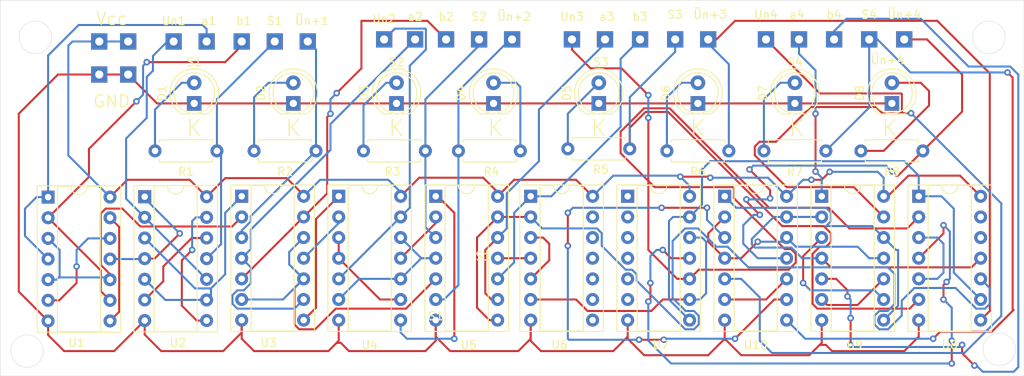
<source format=kicad_pcb>
(kicad_pcb (version 20171130) (host pcbnew "(5.1.6)-1")

  (general
    (thickness 1.6)
    (drawings 24)
    (tracks 697)
    (zones 0)
    (modules 53)
    (nets 61)
  )

  (page A4)
  (layers
    (0 F.Cu signal)
    (31 B.Cu signal)
    (32 B.Adhes user)
    (33 F.Adhes user)
    (34 B.Paste user)
    (35 F.Paste user)
    (36 B.SilkS user)
    (37 F.SilkS user)
    (38 B.Mask user)
    (39 F.Mask user)
    (40 Dwgs.User user)
    (41 Cmts.User user)
    (42 Eco1.User user)
    (43 Eco2.User user)
    (44 Edge.Cuts user)
    (45 Margin user)
    (46 B.CrtYd user)
    (47 F.CrtYd user)
    (48 B.Fab user)
    (49 F.Fab user hide)
  )

  (setup
    (last_trace_width 0.25)
    (trace_clearance 0.2)
    (zone_clearance 0.508)
    (zone_45_only no)
    (trace_min 0.2)
    (via_size 0.8)
    (via_drill 0.4)
    (via_min_size 0.4)
    (via_min_drill 0.3)
    (uvia_size 0.3)
    (uvia_drill 0.1)
    (uvias_allowed no)
    (uvia_min_size 0.2)
    (uvia_min_drill 0.1)
    (edge_width 0.05)
    (segment_width 0.2)
    (pcb_text_width 0.3)
    (pcb_text_size 1.5 1.5)
    (mod_edge_width 0.12)
    (mod_text_size 1 1)
    (mod_text_width 0.15)
    (pad_size 1.6 1.6)
    (pad_drill 0.8)
    (pad_to_mask_clearance 0.05)
    (aux_axis_origin 0 0)
    (visible_elements 7FFFFFFF)
    (pcbplotparams
      (layerselection 0x010fc_ffffffff)
      (usegerberextensions false)
      (usegerberattributes true)
      (usegerberadvancedattributes true)
      (creategerberjobfile true)
      (excludeedgelayer true)
      (linewidth 0.100000)
      (plotframeref false)
      (viasonmask false)
      (mode 1)
      (useauxorigin false)
      (hpglpennumber 1)
      (hpglpenspeed 20)
      (hpglpendiameter 15.000000)
      (psnegative false)
      (psa4output false)
      (plotreference true)
      (plotvalue true)
      (plotinvisibletext false)
      (padsonsilk false)
      (subtractmaskfromsilk false)
      (outputformat 1)
      (mirror false)
      (drillshape 0)
      (scaleselection 1)
      (outputdirectory "C:/Users/User/Documents/kicad/gerber/4Bit-Addierer/"))
  )

  (net 0 "")
  (net 1 "Net-(U1-Pad1)")
  (net 2 "Net-(U1-Pad2)")
  (net 3 "Net-(D1-Pad2)")
  (net 4 "Net-(D3-Pad2)")
  (net 5 "Net-(R1-Pad1)")
  (net 6 "Net-(R3-Pad1)")
  (net 7 "Net-(U1-Pad13)")
  (net 8 "Net-(U1-Pad10)")
  (net 9 "Net-(U1-Pad11)")
  (net 10 "Net-(U1-Pad12)")
  (net 11 "Net-(U2-Pad10)")
  (net 12 "Net-(U2-Pad3)")
  (net 13 "Net-(U2-Pad12)")
  (net 14 "Net-(U2-Pad13)")
  (net 15 "Net-(U3-Pad4)")
  (net 16 "Net-(U3-Pad13)")
  (net 17 "Net-(D2-Pad2)")
  (net 18 "Net-(D4-Pad2)")
  (net 19 "Net-(R2-Pad1)")
  (net 20 "Net-(R4-Pad1)")
  (net 21 "Net-(U3-Pad10)")
  (net 22 "Net-(U3-Pad11)")
  (net 23 "Net-(U3-Pad8)")
  (net 24 "Net-(U4-Pad13)")
  (net 25 "Net-(U4-Pad8)")
  (net 26 "Net-(U4-Pad3)")
  (net 27 "Net-(U4-Pad10)")
  (net 28 "Net-(U4-Pad11)")
  (net 29 +5V)
  (net 30 "Net-(U5-Pad12)")
  (net 31 "Net-(U9-Pad1)")
  (net 32 "Net-(U5-Pad10)")
  (net 33 "Net-(U9-Pad5)")
  (net 34 "Net-(D5-Pad2)")
  (net 35 "Net-(D6-Pad2)")
  (net 36 "Net-(D7-Pad2)")
  (net 37 "Net-(D8-Pad2)")
  (net 38 "Net-(R5-Pad1)")
  (net 39 "Net-(R6-Pad1)")
  (net 40 "Net-(R7-Pad1)")
  (net 41 "Net-(R8-Pad1)")
  (net 42 "Net-(U5-Pad13)")
  (net 43 "Net-(U5-Pad11)")
  (net 44 "Net-(U6-Pad3)")
  (net 45 "Net-(U6-Pad6)")
  (net 46 "Net-(U7-Pad13)")
  (net 47 "Net-(U7-Pad11)")
  (net 48 "Net-(U7-Pad10)")
  (net 49 "Net-(U8-Pad3)")
  (net 50 "Net-(U10-Pad13)")
  (net 51 "Net-(U8-Pad12)")
  (net 52 "Net-(U8-Pad13)")
  (net 53 "Net-(U10-Pad5)")
  (net 54 "Net-(U9-Pad10)")
  (net 55 "Net-(U10-Pad1)")
  (net 56 "Net-(U10-Pad12)")
  (net 57 "Net-(U9-Pad3)")
  (net 58 "Net-(U10-Pad3)")
  (net 59 "Net-(U10-Pad10)")
  (net 60 "Net-(GND1-Pad1)")

  (net_class Default "This is the default net class."
    (clearance 0.2)
    (trace_width 0.25)
    (via_dia 0.8)
    (via_drill 0.4)
    (uvia_dia 0.3)
    (uvia_drill 0.1)
    (add_net +5V)
    (add_net "Net-(D1-Pad2)")
    (add_net "Net-(D2-Pad2)")
    (add_net "Net-(D3-Pad2)")
    (add_net "Net-(D4-Pad2)")
    (add_net "Net-(D5-Pad2)")
    (add_net "Net-(D6-Pad2)")
    (add_net "Net-(D7-Pad2)")
    (add_net "Net-(D8-Pad2)")
    (add_net "Net-(GND1-Pad1)")
    (add_net "Net-(R1-Pad1)")
    (add_net "Net-(R2-Pad1)")
    (add_net "Net-(R3-Pad1)")
    (add_net "Net-(R4-Pad1)")
    (add_net "Net-(R5-Pad1)")
    (add_net "Net-(R6-Pad1)")
    (add_net "Net-(R7-Pad1)")
    (add_net "Net-(R8-Pad1)")
    (add_net "Net-(U1-Pad1)")
    (add_net "Net-(U1-Pad10)")
    (add_net "Net-(U1-Pad11)")
    (add_net "Net-(U1-Pad12)")
    (add_net "Net-(U1-Pad13)")
    (add_net "Net-(U1-Pad2)")
    (add_net "Net-(U10-Pad1)")
    (add_net "Net-(U10-Pad10)")
    (add_net "Net-(U10-Pad12)")
    (add_net "Net-(U10-Pad13)")
    (add_net "Net-(U10-Pad3)")
    (add_net "Net-(U10-Pad5)")
    (add_net "Net-(U2-Pad10)")
    (add_net "Net-(U2-Pad12)")
    (add_net "Net-(U2-Pad13)")
    (add_net "Net-(U2-Pad3)")
    (add_net "Net-(U3-Pad10)")
    (add_net "Net-(U3-Pad11)")
    (add_net "Net-(U3-Pad13)")
    (add_net "Net-(U3-Pad4)")
    (add_net "Net-(U3-Pad8)")
    (add_net "Net-(U4-Pad10)")
    (add_net "Net-(U4-Pad11)")
    (add_net "Net-(U4-Pad13)")
    (add_net "Net-(U4-Pad3)")
    (add_net "Net-(U4-Pad8)")
    (add_net "Net-(U5-Pad10)")
    (add_net "Net-(U5-Pad11)")
    (add_net "Net-(U5-Pad12)")
    (add_net "Net-(U5-Pad13)")
    (add_net "Net-(U6-Pad3)")
    (add_net "Net-(U6-Pad6)")
    (add_net "Net-(U7-Pad10)")
    (add_net "Net-(U7-Pad11)")
    (add_net "Net-(U7-Pad13)")
    (add_net "Net-(U8-Pad12)")
    (add_net "Net-(U8-Pad13)")
    (add_net "Net-(U8-Pad3)")
    (add_net "Net-(U9-Pad1)")
    (add_net "Net-(U9-Pad10)")
    (add_net "Net-(U9-Pad3)")
    (add_net "Net-(U9-Pad5)")
  )

  (module Package_DIP:DIP-14_W7.62mm_Socket (layer F.Cu) (tedit 5FB7D95E) (tstamp 5FB7D8D2)
    (at 121.412 44.958)
    (descr "14-lead though-hole mounted DIP package, row spacing 7.62 mm (300 mils), Socket")
    (tags "THT DIP DIL PDIP 2.54mm 7.62mm 300mil Socket")
    (path /5FFC2FD0)
    (fp_text reference U9 (at 4.064 18.288) (layer F.SilkS)
      (effects (font (size 1 1) (thickness 0.15)))
    )
    (fp_text value 74LS00 (at 3.81 17.57) (layer F.Fab)
      (effects (font (size 1 1) (thickness 0.15)))
    )
    (fp_line (start 9.15 -1.6) (end -1.55 -1.6) (layer F.CrtYd) (width 0.05))
    (fp_line (start 9.15 16.85) (end 9.15 -1.6) (layer F.CrtYd) (width 0.05))
    (fp_line (start -1.55 16.85) (end 9.15 16.85) (layer F.CrtYd) (width 0.05))
    (fp_line (start -1.55 -1.6) (end -1.55 16.85) (layer F.CrtYd) (width 0.05))
    (fp_line (start 8.95 -1.39) (end -1.33 -1.39) (layer F.SilkS) (width 0.12))
    (fp_line (start 8.95 16.63) (end 8.95 -1.39) (layer F.SilkS) (width 0.12))
    (fp_line (start -1.33 16.63) (end 8.95 16.63) (layer F.SilkS) (width 0.12))
    (fp_line (start -1.33 -1.39) (end -1.33 16.63) (layer F.SilkS) (width 0.12))
    (fp_line (start 6.46 -1.33) (end 4.81 -1.33) (layer F.SilkS) (width 0.12))
    (fp_line (start 6.46 16.57) (end 6.46 -1.33) (layer F.SilkS) (width 0.12))
    (fp_line (start 1.16 16.57) (end 6.46 16.57) (layer F.SilkS) (width 0.12))
    (fp_line (start 1.16 -1.33) (end 1.16 16.57) (layer F.SilkS) (width 0.12))
    (fp_line (start 2.81 -1.33) (end 1.16 -1.33) (layer F.SilkS) (width 0.12))
    (fp_line (start 8.89 -1.33) (end -1.27 -1.33) (layer F.Fab) (width 0.1))
    (fp_line (start 8.89 16.57) (end 8.89 -1.33) (layer F.Fab) (width 0.1))
    (fp_line (start -1.27 16.57) (end 8.89 16.57) (layer F.Fab) (width 0.1))
    (fp_line (start -1.27 -1.33) (end -1.27 16.57) (layer F.Fab) (width 0.1))
    (fp_line (start 0.635 -0.27) (end 1.635 -1.27) (layer F.Fab) (width 0.1))
    (fp_line (start 0.635 16.51) (end 0.635 -0.27) (layer F.Fab) (width 0.1))
    (fp_line (start 6.985 16.51) (end 0.635 16.51) (layer F.Fab) (width 0.1))
    (fp_line (start 6.985 -1.27) (end 6.985 16.51) (layer F.Fab) (width 0.1))
    (fp_line (start 1.635 -1.27) (end 6.985 -1.27) (layer F.Fab) (width 0.1))
    (fp_text user %R (at 3.81 7.62) (layer F.Fab)
      (effects (font (size 1 1) (thickness 0.15)))
    )
    (fp_arc (start 3.81 -1.33) (end 2.81 -1.33) (angle -180) (layer F.SilkS) (width 0.12))
    (pad 14 thru_hole oval (at 7.62 0) (size 1.6 1.6) (drill 0.8) (layers *.Cu *.Mask)
      (net 29 +5V))
    (pad 7 thru_hole oval (at 0 15.24) (size 1.6 1.6) (drill 0.8) (layers *.Cu *.Mask)
      (net 60 "Net-(GND1-Pad1)"))
    (pad 13 thru_hole oval (at 7.62 2.54) (size 1.6 1.6) (drill 0.8) (layers *.Cu *.Mask)
      (net 53 "Net-(U10-Pad5)"))
    (pad 6 thru_hole oval (at 0 12.7) (size 1.6 1.6) (drill 0.8) (layers *.Cu *.Mask)
      (net 54 "Net-(U9-Pad10)"))
    (pad 12 thru_hole oval (at 7.62 5.08) (size 1.6 1.6) (drill 0.8) (layers *.Cu *.Mask)
      (net 55 "Net-(U10-Pad1)"))
    (pad 5 thru_hole oval (at 0 10.16) (size 1.6 1.6) (drill 0.8) (layers *.Cu *.Mask)
      (net 33 "Net-(U9-Pad5)"))
    (pad 11 thru_hole oval (at 7.62 7.62) (size 1.6 1.6) (drill 0.8) (layers *.Cu *.Mask)
      (net 56 "Net-(U10-Pad12)"))
    (pad 4 thru_hole oval (at 0 7.62) (size 1.6 1.6) (drill 0.8) (layers *.Cu *.Mask)
      (net 50 "Net-(U10-Pad13)"))
    (pad 10 thru_hole oval (at 7.62 10.16) (size 1.6 1.6) (drill 0.8) (layers *.Cu *.Mask)
      (net 54 "Net-(U9-Pad10)"))
    (pad 3 thru_hole oval (at 0 5.08) (size 1.6 1.6) (drill 0.8) (layers *.Cu *.Mask)
      (net 57 "Net-(U9-Pad3)"))
    (pad 9 thru_hole oval (at 7.62 12.7) (size 1.6 1.6) (drill 0.8) (layers *.Cu *.Mask)
      (net 57 "Net-(U9-Pad3)"))
    (pad 2 thru_hole oval (at 0 2.54) (size 1.6 1.6) (drill 0.8) (layers *.Cu *.Mask)
      (net 50 "Net-(U10-Pad13)"))
    (pad 8 thru_hole oval (at 7.62 15.24) (size 1.6 1.6) (drill 0.8) (layers *.Cu *.Mask)
      (net 55 "Net-(U10-Pad1)"))
    (pad 1 thru_hole rect (at 0 0) (size 1.6 1.6) (drill 0.8) (layers *.Cu *.Mask)
      (net 31 "Net-(U9-Pad1)"))
    (model ${KISYS3DMOD}/Package_DIP.3dshapes/DIP-14_W7.62mm_Socket.wrl
      (at (xyz 0 0 0))
      (scale (xyz 1 1 1))
      (rotate (xyz 0 0 0))
    )
  )

  (module "" (layer F.Cu) (tedit 0) (tstamp 0)
    (at 56.642 31.75)
    (fp_text reference "" (at 43.18 30.226) (layer F.SilkS)
      (effects (font (size 1.27 1.27) (thickness 0.15)))
    )
    (fp_text value "" (at 43.18 30.226) (layer F.SilkS)
      (effects (font (size 1.27 1.27) (thickness 0.15)))
    )
  )

  (module "" (layer F.Cu) (tedit 0) (tstamp 5FB7EFB0)
    (at 43.18 30.226)
    (fp_text reference "" (at 30.48 29.718) (layer F.SilkS)
      (effects (font (size 1.27 1.27) (thickness 0.15)))
    )
    (fp_text value "" (at 30.48 29.718) (layer F.SilkS)
      (effects (font (size 1.27 1.27) (thickness 0.15)))
    )
    (fp_text user S1 (at 30.734 29.464) (layer F.SilkS)
      (effects (font (size 1 1) (thickness 0.15)))
    )
  )

  (module "" (layer F.Cu) (tedit 0) (tstamp 0)
    (at 49.022 22.86)
    (fp_text reference "" (at 30.48 29.718) (layer F.SilkS)
      (effects (font (size 1.27 1.27) (thickness 0.15)))
    )
    (fp_text value "" (at 30.48 29.718) (layer F.SilkS)
      (effects (font (size 1.27 1.27) (thickness 0.15)))
    )
    (fp_text user S1 (at 30.734 29.464) (layer F.SilkS)
      (effects (font (size 1 1) (thickness 0.15)))
    )
  )

  (module KHF_LIB:LP (layer F.Cu) (tedit 5FB7F325) (tstamp 5FB7CFFC)
    (at 36.068 29.972)
    (descr LP)
    (path /5FDDF66E)
    (fp_text reference GND1 (at -2.032 6.096) (layer F.Fab)
      (effects (font (size 1 1) (thickness 0.15)))
    )
    (fp_text value LP_GND (at 2.54 -6) (layer F.Fab)
      (effects (font (size 1 1) (thickness 0.15)))
    )
    (pad 1 thru_hole rect (at 0 0) (size 2 2) (drill 1) (layers *.Cu *.Mask)
      (net 60 "Net-(GND1-Pad1)"))
  )

  (module KHF_LIB:LP (layer F.Cu) (tedit 5FB7C145) (tstamp 5FB7BA7E)
    (at 36.068 25.908)
    (descr LP)
    (path /5FAFB47D)
    (fp_text reference LP_Vcc1 (at 2.54 -4) (layer F.Fab)
      (effects (font (size 1 1) (thickness 0.15)))
    )
    (fp_text value LP_Vcc (at 2.54 -6) (layer F.Fab)
      (effects (font (size 1 1) (thickness 0.15)))
    )
    (pad 1 thru_hole rect (at 0 0) (size 2 2) (drill 1) (layers *.Cu *.Mask)
      (net 29 +5V))
  )

  (module KHF_LIB:LP (layer F.Cu) (tedit 5F413EAB) (tstamp 5FB7B436)
    (at 45.72 25.908)
    (descr LP)
    (path /5FB493DC)
    (fp_text reference a1 (at 0.254 -2.54) (layer F.SilkS)
      (effects (font (size 1 1) (thickness 0.15)))
    )
    (fp_text value a1 (at 0.254 -4.572) (layer F.Fab)
      (effects (font (size 1 1) (thickness 0.15)))
    )
    (pad 1 thru_hole rect (at 0 0) (size 2 2) (drill 1) (layers *.Cu *.Mask)
      (net 1 "Net-(U1-Pad1)"))
  )

  (module KHF_LIB:LP (layer F.Cu) (tedit 5F413EAB) (tstamp 5FB7B43B)
    (at 50.038 25.908)
    (descr LP)
    (path /5FB211D8)
    (fp_text reference b1 (at 0.254 -2.54) (layer F.SilkS)
      (effects (font (size 1 1) (thickness 0.15)))
    )
    (fp_text value b1 (at 0.762 -4.572) (layer F.Fab)
      (effects (font (size 1 1) (thickness 0.15)))
    )
    (pad 1 thru_hole rect (at 0 0) (size 2 2) (drill 1) (layers *.Cu *.Mask)
      (net 2 "Net-(U1-Pad2)"))
  )

  (module LED_THT:LED_D5.0mm (layer F.Cu) (tedit 5FB7F360) (tstamp 5FB7B44D)
    (at 44.196 33.528 90)
    (descr "LED, diameter 5.0mm, 2 pins, http://cdn-reichelt.de/documents/datenblatt/A500/LL-504BC2E-009.pdf")
    (tags "LED diameter 5.0mm 2 pins")
    (path /5FB82DFC)
    (fp_text reference D1 (at 1.27 -3.96 90) (layer F.SilkS)
      (effects (font (size 1 1) (thickness 0.15)))
    )
    (fp_text value LED (at 1.27 3.96 90) (layer F.Fab)
      (effects (font (size 1 1) (thickness 0.15)))
    )
    (fp_circle (center 1.27 0) (end 3.77 0) (layer F.Fab) (width 0.1))
    (fp_circle (center 1.27 0) (end 3.77 0) (layer F.SilkS) (width 0.12))
    (fp_line (start -1.23 -1.469694) (end -1.23 1.469694) (layer F.Fab) (width 0.1))
    (fp_line (start -1.29 -1.545) (end -1.29 1.545) (layer F.SilkS) (width 0.12))
    (fp_line (start -1.95 -3.25) (end -1.95 3.25) (layer F.CrtYd) (width 0.05))
    (fp_line (start -1.95 3.25) (end 4.5 3.25) (layer F.CrtYd) (width 0.05))
    (fp_line (start 4.5 3.25) (end 4.5 -3.25) (layer F.CrtYd) (width 0.05))
    (fp_line (start 4.5 -3.25) (end -1.95 -3.25) (layer F.CrtYd) (width 0.05))
    (fp_arc (start 1.27 0) (end -1.23 -1.469694) (angle 299.1) (layer F.Fab) (width 0.1))
    (fp_arc (start 1.27 0) (end -1.29 -1.54483) (angle 148.9) (layer F.SilkS) (width 0.12))
    (fp_arc (start 1.27 0) (end -1.29 1.54483) (angle -148.9) (layer F.SilkS) (width 0.12))
    (fp_text user %R (at 1.25 0 90) (layer F.Fab)
      (effects (font (size 0.8 0.8) (thickness 0.2)))
    )
    (pad 1 thru_hole rect (at 0 0 90) (size 1.8 1.8) (drill 0.9) (layers *.Cu *.Mask)
      (net 60 "Net-(GND1-Pad1)"))
    (pad 2 thru_hole circle (at 2.54 0 90) (size 1.8 1.8) (drill 0.9) (layers *.Cu *.Mask)
      (net 3 "Net-(D1-Pad2)"))
    (model ${KISYS3DMOD}/LED_THT.3dshapes/LED_D5.0mm.wrl
      (at (xyz 0 0 0))
      (scale (xyz 1 1 1))
      (rotate (xyz 0 0 0))
    )
  )

  (module LED_THT:LED_D5.0mm (layer F.Cu) (tedit 5FB7F40B) (tstamp 5FB7B45F)
    (at 56.388 33.528 90)
    (descr "LED, diameter 5.0mm, 2 pins, http://cdn-reichelt.de/documents/datenblatt/A500/LL-504BC2E-009.pdf")
    (tags "LED diameter 5.0mm 2 pins")
    (path /5FB85774)
    (fp_text reference D2 (at 1.27 -3.96 90) (layer F.SilkS)
      (effects (font (size 1 1) (thickness 0.15)))
    )
    (fp_text value LED (at 1.27 3.96 90) (layer F.Fab)
      (effects (font (size 1 1) (thickness 0.15)))
    )
    (fp_line (start 4.5 -3.25) (end -1.95 -3.25) (layer F.CrtYd) (width 0.05))
    (fp_line (start 4.5 3.25) (end 4.5 -3.25) (layer F.CrtYd) (width 0.05))
    (fp_line (start -1.95 3.25) (end 4.5 3.25) (layer F.CrtYd) (width 0.05))
    (fp_line (start -1.95 -3.25) (end -1.95 3.25) (layer F.CrtYd) (width 0.05))
    (fp_line (start -1.29 -1.545) (end -1.29 1.545) (layer F.SilkS) (width 0.12))
    (fp_line (start -1.23 -1.469694) (end -1.23 1.469694) (layer F.Fab) (width 0.1))
    (fp_circle (center 1.27 0) (end 3.77 0) (layer F.SilkS) (width 0.12))
    (fp_circle (center 1.27 0) (end 3.77 0) (layer F.Fab) (width 0.1))
    (fp_text user %R (at 1.25 0 90) (layer F.Fab)
      (effects (font (size 0.8 0.8) (thickness 0.2)))
    )
    (fp_arc (start 1.27 0) (end -1.29 1.54483) (angle -148.9) (layer F.SilkS) (width 0.12))
    (fp_arc (start 1.27 0) (end -1.29 -1.54483) (angle 148.9) (layer F.SilkS) (width 0.12))
    (fp_arc (start 1.27 0) (end -1.23 -1.469694) (angle 299.1) (layer F.Fab) (width 0.1))
    (pad 2 thru_hole circle (at 2.54 0 90) (size 1.8 1.8) (drill 0.9) (layers *.Cu *.Mask)
      (net 17 "Net-(D2-Pad2)"))
    (pad 1 thru_hole rect (at 0 0 90) (size 1.8 1.8) (drill 0.9) (layers *.Cu *.Mask)
      (net 60 "Net-(GND1-Pad1)"))
    (model ${KISYS3DMOD}/LED_THT.3dshapes/LED_D5.0mm.wrl
      (at (xyz 0 0 0))
      (scale (xyz 1 1 1))
      (rotate (xyz 0 0 0))
    )
  )

  (module Resistor_THT:R_Axial_DIN0207_L6.3mm_D2.5mm_P7.62mm_Horizontal (layer F.Cu) (tedit 5AE5139B) (tstamp 5FB7B47B)
    (at 46.99 39.37 180)
    (descr "Resistor, Axial_DIN0207 series, Axial, Horizontal, pin pitch=7.62mm, 0.25W = 1/4W, length*diameter=6.3*2.5mm^2, http://cdn-reichelt.de/documents/datenblatt/B400/1_4W%23YAG.pdf")
    (tags "Resistor Axial_DIN0207 series Axial Horizontal pin pitch 7.62mm 0.25W = 1/4W length 6.3mm diameter 2.5mm")
    (path /5FB85D9E)
    (fp_text reference R1 (at 3.81 -2.54) (layer F.SilkS)
      (effects (font (size 1 1) (thickness 0.15)))
    )
    (fp_text value R (at 3.81 2.37) (layer F.Fab)
      (effects (font (size 1 1) (thickness 0.15)))
    )
    (fp_line (start 0.66 -1.25) (end 0.66 1.25) (layer F.Fab) (width 0.1))
    (fp_line (start 0.66 1.25) (end 6.96 1.25) (layer F.Fab) (width 0.1))
    (fp_line (start 6.96 1.25) (end 6.96 -1.25) (layer F.Fab) (width 0.1))
    (fp_line (start 6.96 -1.25) (end 0.66 -1.25) (layer F.Fab) (width 0.1))
    (fp_line (start 0 0) (end 0.66 0) (layer F.Fab) (width 0.1))
    (fp_line (start 7.62 0) (end 6.96 0) (layer F.Fab) (width 0.1))
    (fp_line (start 0.54 -1.04) (end 0.54 -1.37) (layer F.SilkS) (width 0.12))
    (fp_line (start 0.54 -1.37) (end 7.08 -1.37) (layer F.SilkS) (width 0.12))
    (fp_line (start 7.08 -1.37) (end 7.08 -1.04) (layer F.SilkS) (width 0.12))
    (fp_line (start 0.54 1.04) (end 0.54 1.37) (layer F.SilkS) (width 0.12))
    (fp_line (start 0.54 1.37) (end 7.08 1.37) (layer F.SilkS) (width 0.12))
    (fp_line (start 7.08 1.37) (end 7.08 1.04) (layer F.SilkS) (width 0.12))
    (fp_line (start -1.05 -1.5) (end -1.05 1.5) (layer F.CrtYd) (width 0.05))
    (fp_line (start -1.05 1.5) (end 8.67 1.5) (layer F.CrtYd) (width 0.05))
    (fp_line (start 8.67 1.5) (end 8.67 -1.5) (layer F.CrtYd) (width 0.05))
    (fp_line (start 8.67 -1.5) (end -1.05 -1.5) (layer F.CrtYd) (width 0.05))
    (fp_text user %R (at 3.81 0) (layer F.Fab)
      (effects (font (size 1 1) (thickness 0.15)))
    )
    (pad 1 thru_hole circle (at 0 0 180) (size 1.6 1.6) (drill 0.8) (layers *.Cu *.Mask)
      (net 5 "Net-(R1-Pad1)"))
    (pad 2 thru_hole oval (at 7.62 0 180) (size 1.6 1.6) (drill 0.8) (layers *.Cu *.Mask)
      (net 3 "Net-(D1-Pad2)"))
    (model ${KISYS3DMOD}/Resistor_THT.3dshapes/R_Axial_DIN0207_L6.3mm_D2.5mm_P7.62mm_Horizontal.wrl
      (at (xyz 0 0 0))
      (scale (xyz 1 1 1))
      (rotate (xyz 0 0 0))
    )
  )

  (module Resistor_THT:R_Axial_DIN0207_L6.3mm_D2.5mm_P7.62mm_Horizontal (layer F.Cu) (tedit 5AE5139B) (tstamp 5FB7B492)
    (at 59.182 39.37 180)
    (descr "Resistor, Axial_DIN0207 series, Axial, Horizontal, pin pitch=7.62mm, 0.25W = 1/4W, length*diameter=6.3*2.5mm^2, http://cdn-reichelt.de/documents/datenblatt/B400/1_4W%23YAG.pdf")
    (tags "Resistor Axial_DIN0207 series Axial Horizontal pin pitch 7.62mm 0.25W = 1/4W length 6.3mm diameter 2.5mm")
    (path /5FB879BB)
    (fp_text reference R2 (at 3.81 -2.54) (layer F.SilkS)
      (effects (font (size 1 1) (thickness 0.15)))
    )
    (fp_text value R (at 3.81 2.37) (layer F.Fab)
      (effects (font (size 1 1) (thickness 0.15)))
    )
    (fp_line (start 8.67 -1.5) (end -1.05 -1.5) (layer F.CrtYd) (width 0.05))
    (fp_line (start 8.67 1.5) (end 8.67 -1.5) (layer F.CrtYd) (width 0.05))
    (fp_line (start -1.05 1.5) (end 8.67 1.5) (layer F.CrtYd) (width 0.05))
    (fp_line (start -1.05 -1.5) (end -1.05 1.5) (layer F.CrtYd) (width 0.05))
    (fp_line (start 7.08 1.37) (end 7.08 1.04) (layer F.SilkS) (width 0.12))
    (fp_line (start 0.54 1.37) (end 7.08 1.37) (layer F.SilkS) (width 0.12))
    (fp_line (start 0.54 1.04) (end 0.54 1.37) (layer F.SilkS) (width 0.12))
    (fp_line (start 7.08 -1.37) (end 7.08 -1.04) (layer F.SilkS) (width 0.12))
    (fp_line (start 0.54 -1.37) (end 7.08 -1.37) (layer F.SilkS) (width 0.12))
    (fp_line (start 0.54 -1.04) (end 0.54 -1.37) (layer F.SilkS) (width 0.12))
    (fp_line (start 7.62 0) (end 6.96 0) (layer F.Fab) (width 0.1))
    (fp_line (start 0 0) (end 0.66 0) (layer F.Fab) (width 0.1))
    (fp_line (start 6.96 -1.25) (end 0.66 -1.25) (layer F.Fab) (width 0.1))
    (fp_line (start 6.96 1.25) (end 6.96 -1.25) (layer F.Fab) (width 0.1))
    (fp_line (start 0.66 1.25) (end 6.96 1.25) (layer F.Fab) (width 0.1))
    (fp_line (start 0.66 -1.25) (end 0.66 1.25) (layer F.Fab) (width 0.1))
    (fp_text user %R (at 3.81 0) (layer F.Fab)
      (effects (font (size 1 1) (thickness 0.15)))
    )
    (pad 2 thru_hole oval (at 7.62 0 180) (size 1.6 1.6) (drill 0.8) (layers *.Cu *.Mask)
      (net 17 "Net-(D2-Pad2)"))
    (pad 1 thru_hole circle (at 0 0 180) (size 1.6 1.6) (drill 0.8) (layers *.Cu *.Mask)
      (net 19 "Net-(R2-Pad1)"))
    (model ${KISYS3DMOD}/Resistor_THT.3dshapes/R_Axial_DIN0207_L6.3mm_D2.5mm_P7.62mm_Horizontal.wrl
      (at (xyz 0 0 0))
      (scale (xyz 1 1 1))
      (rotate (xyz 0 0 0))
    )
  )

  (module Package_DIP:DIP-14_W7.62mm_Socket (layer F.Cu) (tedit 5FB7F4A6) (tstamp 5FB7B4BC)
    (at 26.213001 45.059001)
    (descr "14-lead though-hole mounted DIP package, row spacing 7.62 mm (300 mils), Socket")
    (tags "THT DIP DIL PDIP 2.54mm 7.62mm 300mil Socket")
    (path /5FAE52AA)
    (fp_text reference U1 (at 3.504999 17.932999) (layer F.SilkS)
      (effects (font (size 1 1) (thickness 0.15)))
    )
    (fp_text value 74LS00 (at 3.81 17.57) (layer F.Fab)
      (effects (font (size 1 1) (thickness 0.15)))
    )
    (fp_line (start 1.635 -1.27) (end 6.985 -1.27) (layer F.Fab) (width 0.1))
    (fp_line (start 6.985 -1.27) (end 6.985 16.51) (layer F.Fab) (width 0.1))
    (fp_line (start 6.985 16.51) (end 0.635 16.51) (layer F.Fab) (width 0.1))
    (fp_line (start 0.635 16.51) (end 0.635 -0.27) (layer F.Fab) (width 0.1))
    (fp_line (start 0.635 -0.27) (end 1.635 -1.27) (layer F.Fab) (width 0.1))
    (fp_line (start -1.27 -1.33) (end -1.27 16.57) (layer F.Fab) (width 0.1))
    (fp_line (start -1.27 16.57) (end 8.89 16.57) (layer F.Fab) (width 0.1))
    (fp_line (start 8.89 16.57) (end 8.89 -1.33) (layer F.Fab) (width 0.1))
    (fp_line (start 8.89 -1.33) (end -1.27 -1.33) (layer F.Fab) (width 0.1))
    (fp_line (start 2.81 -1.33) (end 1.16 -1.33) (layer F.SilkS) (width 0.12))
    (fp_line (start 1.16 -1.33) (end 1.16 16.57) (layer F.SilkS) (width 0.12))
    (fp_line (start 1.16 16.57) (end 6.46 16.57) (layer F.SilkS) (width 0.12))
    (fp_line (start 6.46 16.57) (end 6.46 -1.33) (layer F.SilkS) (width 0.12))
    (fp_line (start 6.46 -1.33) (end 4.81 -1.33) (layer F.SilkS) (width 0.12))
    (fp_line (start -1.33 -1.39) (end -1.33 16.63) (layer F.SilkS) (width 0.12))
    (fp_line (start -1.33 16.63) (end 8.95 16.63) (layer F.SilkS) (width 0.12))
    (fp_line (start 8.95 16.63) (end 8.95 -1.39) (layer F.SilkS) (width 0.12))
    (fp_line (start 8.95 -1.39) (end -1.33 -1.39) (layer F.SilkS) (width 0.12))
    (fp_line (start -1.55 -1.6) (end -1.55 16.85) (layer F.CrtYd) (width 0.05))
    (fp_line (start -1.55 16.85) (end 9.15 16.85) (layer F.CrtYd) (width 0.05))
    (fp_line (start 9.15 16.85) (end 9.15 -1.6) (layer F.CrtYd) (width 0.05))
    (fp_line (start 9.15 -1.6) (end -1.55 -1.6) (layer F.CrtYd) (width 0.05))
    (fp_arc (start 3.81 -1.33) (end 2.81 -1.33) (angle -180) (layer F.SilkS) (width 0.12))
    (fp_text user %R (at 3.81 7.62) (layer F.Fab)
      (effects (font (size 1 1) (thickness 0.15)))
    )
    (pad 1 thru_hole rect (at 0 0) (size 1.6 1.6) (drill 0.8) (layers *.Cu *.Mask)
      (net 1 "Net-(U1-Pad1)"))
    (pad 8 thru_hole oval (at 7.62 15.24) (size 1.6 1.6) (drill 0.8) (layers *.Cu *.Mask)
      (net 7 "Net-(U1-Pad13)"))
    (pad 2 thru_hole oval (at 0 2.54) (size 1.6 1.6) (drill 0.8) (layers *.Cu *.Mask)
      (net 2 "Net-(U1-Pad2)"))
    (pad 9 thru_hole oval (at 7.62 12.7) (size 1.6 1.6) (drill 0.8) (layers *.Cu *.Mask)
      (net 2 "Net-(U1-Pad2)"))
    (pad 3 thru_hole oval (at 0 5.08) (size 1.6 1.6) (drill 0.8) (layers *.Cu *.Mask)
      (net 8 "Net-(U1-Pad10)"))
    (pad 10 thru_hole oval (at 7.62 10.16) (size 1.6 1.6) (drill 0.8) (layers *.Cu *.Mask)
      (net 8 "Net-(U1-Pad10)"))
    (pad 4 thru_hole oval (at 0 7.62) (size 1.6 1.6) (drill 0.8) (layers *.Cu *.Mask)
      (net 1 "Net-(U1-Pad1)"))
    (pad 11 thru_hole oval (at 7.62 7.62) (size 1.6 1.6) (drill 0.8) (layers *.Cu *.Mask)
      (net 9 "Net-(U1-Pad11)"))
    (pad 5 thru_hole oval (at 0 10.16) (size 1.6 1.6) (drill 0.8) (layers *.Cu *.Mask)
      (net 8 "Net-(U1-Pad10)"))
    (pad 12 thru_hole oval (at 7.62 5.08) (size 1.6 1.6) (drill 0.8) (layers *.Cu *.Mask)
      (net 10 "Net-(U1-Pad12)"))
    (pad 6 thru_hole oval (at 0 12.7) (size 1.6 1.6) (drill 0.8) (layers *.Cu *.Mask)
      (net 10 "Net-(U1-Pad12)"))
    (pad 13 thru_hole oval (at 7.62 2.54) (size 1.6 1.6) (drill 0.8) (layers *.Cu *.Mask)
      (net 7 "Net-(U1-Pad13)"))
    (pad 7 thru_hole oval (at 0 15.24) (size 1.6 1.6) (drill 0.8) (layers *.Cu *.Mask)
      (net 60 "Net-(GND1-Pad1)"))
    (pad 14 thru_hole oval (at 7.62 0) (size 1.6 1.6) (drill 0.8) (layers *.Cu *.Mask)
      (net 29 +5V))
    (model ${KISYS3DMOD}/Package_DIP.3dshapes/DIP-14_W7.62mm_Socket.wrl
      (at (xyz 0 0 0))
      (scale (xyz 1 1 1))
      (rotate (xyz 0 0 0))
    )
  )

  (module KHF_LIB:LP (layer F.Cu) (tedit 5F413EAB) (tstamp 5FB7B505)
    (at 32.512 25.908)
    (descr LP)
    (path /5FAFC178)
    (fp_text reference GND1 (at 2.54 -4) (layer F.Fab)
      (effects (font (size 1 1) (thickness 0.15)))
    )
    (fp_text value GND (at 2.54 -6) (layer F.Fab)
      (effects (font (size 1 1) (thickness 0.15)))
    )
    (pad 1 thru_hole rect (at 0 0) (size 2 2) (drill 1) (layers *.Cu *.Mask)
      (net 29 +5V))
  )

  (module KHF_LIB:LP (layer F.Cu) (tedit 5F413EAB) (tstamp 5FB7B50A)
    (at 58.166 25.908)
    (descr LP)
    (path /5FB216E6)
    (fp_text reference Ün+1 (at 0.508 -2.54) (layer F.SilkS)
      (effects (font (size 1 1) (thickness 0.15)))
    )
    (fp_text value Ün+1 (at 0 -4.572) (layer F.Fab)
      (effects (font (size 1 1) (thickness 0.15)))
    )
    (pad 1 thru_hole rect (at 0 0) (size 2 2) (drill 1) (layers *.Cu *.Mask)
      (net 19 "Net-(R2-Pad1)"))
  )

  (module KHF_LIB:LP (layer F.Cu) (tedit 5F413EAB) (tstamp 5FB7B50F)
    (at 41.656 25.908)
    (descr LP)
    (path /5FBC1BB5)
    (fp_text reference Un1 (at 0 -2.54) (layer F.SilkS)
      (effects (font (size 1 1) (thickness 0.15)))
    )
    (fp_text value Un1 (at 0 -4.572) (layer F.Fab)
      (effects (font (size 1 1) (thickness 0.15)))
    )
    (pad 1 thru_hole rect (at 0 0) (size 2 2) (drill 1) (layers *.Cu *.Mask)
      (net 11 "Net-(U2-Pad10)"))
  )

  (module KHF_LIB:LP (layer F.Cu) (tedit 5F413EAB) (tstamp 5FB7EFA7)
    (at 54.102 25.908)
    (descr LP)
    (path /5FBFAD5D)
    (fp_text reference S1 (at 0 -2.54) (layer F.SilkS)
      (effects (font (size 1 1) (thickness 0.15)))
    )
    (fp_text value S1 (at 0 -4.572) (layer F.Fab)
      (effects (font (size 1 1) (thickness 0.15)))
    )
    (pad 1 thru_hole rect (at 0 0) (size 2 2) (drill 1) (layers *.Cu *.Mask)
      (net 5 "Net-(R1-Pad1)"))
  )

  (module Package_DIP:DIP-14_W7.62mm_Socket (layer F.Cu) (tedit 5FB7D99C) (tstamp 5FB7BE87)
    (at 38.1 45.009001)
    (descr "14-lead though-hole mounted DIP package, row spacing 7.62 mm (300 mils), Socket")
    (tags "THT DIP DIL PDIP 2.54mm 7.62mm 300mil Socket")
    (path /5FB418FE)
    (fp_text reference U2 (at 4.064 17.982999) (layer F.SilkS)
      (effects (font (size 1 1) (thickness 0.15)))
    )
    (fp_text value 74LS00 (at 3.81 17.57) (layer F.Fab)
      (effects (font (size 1 1) (thickness 0.15)))
    )
    (fp_line (start 1.635 -1.27) (end 6.985 -1.27) (layer F.Fab) (width 0.1))
    (fp_line (start 6.985 -1.27) (end 6.985 16.51) (layer F.Fab) (width 0.1))
    (fp_line (start 6.985 16.51) (end 0.635 16.51) (layer F.Fab) (width 0.1))
    (fp_line (start 0.635 16.51) (end 0.635 -0.27) (layer F.Fab) (width 0.1))
    (fp_line (start 0.635 -0.27) (end 1.635 -1.27) (layer F.Fab) (width 0.1))
    (fp_line (start -1.27 -1.33) (end -1.27 16.57) (layer F.Fab) (width 0.1))
    (fp_line (start -1.27 16.57) (end 8.89 16.57) (layer F.Fab) (width 0.1))
    (fp_line (start 8.89 16.57) (end 8.89 -1.33) (layer F.Fab) (width 0.1))
    (fp_line (start 8.89 -1.33) (end -1.27 -1.33) (layer F.Fab) (width 0.1))
    (fp_line (start 2.81 -1.33) (end 1.16 -1.33) (layer F.SilkS) (width 0.12))
    (fp_line (start 1.16 -1.33) (end 1.16 16.57) (layer F.SilkS) (width 0.12))
    (fp_line (start 1.16 16.57) (end 6.46 16.57) (layer F.SilkS) (width 0.12))
    (fp_line (start 6.46 16.57) (end 6.46 -1.33) (layer F.SilkS) (width 0.12))
    (fp_line (start 6.46 -1.33) (end 4.81 -1.33) (layer F.SilkS) (width 0.12))
    (fp_line (start -1.33 -1.39) (end -1.33 16.63) (layer F.SilkS) (width 0.12))
    (fp_line (start -1.33 16.63) (end 8.95 16.63) (layer F.SilkS) (width 0.12))
    (fp_line (start 8.95 16.63) (end 8.95 -1.39) (layer F.SilkS) (width 0.12))
    (fp_line (start 8.95 -1.39) (end -1.33 -1.39) (layer F.SilkS) (width 0.12))
    (fp_line (start -1.55 -1.6) (end -1.55 16.85) (layer F.CrtYd) (width 0.05))
    (fp_line (start -1.55 16.85) (end 9.15 16.85) (layer F.CrtYd) (width 0.05))
    (fp_line (start 9.15 16.85) (end 9.15 -1.6) (layer F.CrtYd) (width 0.05))
    (fp_line (start 9.15 -1.6) (end -1.55 -1.6) (layer F.CrtYd) (width 0.05))
    (fp_arc (start 3.81 -1.33) (end 2.81 -1.33) (angle -180) (layer F.SilkS) (width 0.12))
    (fp_text user %R (at 3.81 7.62) (layer F.Fab)
      (effects (font (size 1 1) (thickness 0.15)))
    )
    (pad 1 thru_hole rect (at 0 0) (size 1.6 1.6) (drill 0.8) (layers *.Cu *.Mask)
      (net 9 "Net-(U1-Pad11)"))
    (pad 8 thru_hole oval (at 7.62 15.24) (size 1.6 1.6) (drill 0.8) (layers *.Cu *.Mask)
      (net 14 "Net-(U2-Pad13)"))
    (pad 2 thru_hole oval (at 0 2.54) (size 1.6 1.6) (drill 0.8) (layers *.Cu *.Mask)
      (net 11 "Net-(U2-Pad10)"))
    (pad 9 thru_hole oval (at 7.62 12.7) (size 1.6 1.6) (drill 0.8) (layers *.Cu *.Mask)
      (net 12 "Net-(U2-Pad3)"))
    (pad 3 thru_hole oval (at 0 5.08) (size 1.6 1.6) (drill 0.8) (layers *.Cu *.Mask)
      (net 12 "Net-(U2-Pad3)"))
    (pad 10 thru_hole oval (at 7.62 10.16) (size 1.6 1.6) (drill 0.8) (layers *.Cu *.Mask)
      (net 11 "Net-(U2-Pad10)"))
    (pad 4 thru_hole oval (at 0 7.62) (size 1.6 1.6) (drill 0.8) (layers *.Cu *.Mask)
      (net 9 "Net-(U1-Pad11)"))
    (pad 11 thru_hole oval (at 7.62 7.62) (size 1.6 1.6) (drill 0.8) (layers *.Cu *.Mask)
      (net 5 "Net-(R1-Pad1)"))
    (pad 5 thru_hole oval (at 0 10.16) (size 1.6 1.6) (drill 0.8) (layers *.Cu *.Mask)
      (net 12 "Net-(U2-Pad3)"))
    (pad 12 thru_hole oval (at 7.62 5.08) (size 1.6 1.6) (drill 0.8) (layers *.Cu *.Mask)
      (net 13 "Net-(U2-Pad12)"))
    (pad 6 thru_hole oval (at 0 12.7) (size 1.6 1.6) (drill 0.8) (layers *.Cu *.Mask)
      (net 13 "Net-(U2-Pad12)"))
    (pad 13 thru_hole oval (at 7.62 2.54) (size 1.6 1.6) (drill 0.8) (layers *.Cu *.Mask)
      (net 14 "Net-(U2-Pad13)"))
    (pad 7 thru_hole oval (at 0 15.24) (size 1.6 1.6) (drill 0.8) (layers *.Cu *.Mask)
      (net 60 "Net-(GND1-Pad1)"))
    (pad 14 thru_hole oval (at 7.62 0) (size 1.6 1.6) (drill 0.8) (layers *.Cu *.Mask)
      (net 29 +5V))
    (model ${KISYS3DMOD}/Package_DIP.3dshapes/DIP-14_W7.62mm_Socket.wrl
      (at (xyz 0 0 0))
      (scale (xyz 1 1 1))
      (rotate (xyz 0 0 0))
    )
  )

  (module KHF_LIB:LP (layer F.Cu) (tedit 5F413EAB) (tstamp 5FB7C951)
    (at 71.374 25.654)
    (descr LP)
    (path /5FCCAEC8)
    (fp_text reference a2 (at 0 -2.794) (layer F.SilkS)
      (effects (font (size 1 1) (thickness 0.15)))
    )
    (fp_text value a2 (at 2.54 -6) (layer F.Fab)
      (effects (font (size 1 1) (thickness 0.15)))
    )
    (pad 1 thru_hole rect (at 0 0) (size 2 2) (drill 1) (layers *.Cu *.Mask)
      (net 15 "Net-(U3-Pad4)"))
  )

  (module KHF_LIB:LP (layer F.Cu) (tedit 5F413EAB) (tstamp 5FB7C956)
    (at 75.184 25.654)
    (descr LP)
    (path /5FCCAEC2)
    (fp_text reference b2 (at 0 -2.794) (layer F.SilkS)
      (effects (font (size 1 1) (thickness 0.15)))
    )
    (fp_text value b2 (at 2.54 -6) (layer F.Fab)
      (effects (font (size 1 1) (thickness 0.15)))
    )
    (pad 1 thru_hole rect (at 0 0) (size 2 2) (drill 1) (layers *.Cu *.Mask)
      (net 16 "Net-(U3-Pad13)"))
  )

  (module LED_THT:LED_D5.0mm (layer F.Cu) (tedit 5FB7F418) (tstamp 5FB7C968)
    (at 69.088 33.528 90)
    (descr "LED, diameter 5.0mm, 2 pins, http://cdn-reichelt.de/documents/datenblatt/A500/LL-504BC2E-009.pdf")
    (tags "LED diameter 5.0mm 2 pins")
    (path /5FCBF8B5)
    (fp_text reference D3 (at 1.27 -3.96 90) (layer F.SilkS)
      (effects (font (size 1 1) (thickness 0.15)))
    )
    (fp_text value LED (at 1.27 3.96 90) (layer F.Fab)
      (effects (font (size 1 1) (thickness 0.15)))
    )
    (fp_line (start 4.5 -3.25) (end -1.95 -3.25) (layer F.CrtYd) (width 0.05))
    (fp_line (start 4.5 3.25) (end 4.5 -3.25) (layer F.CrtYd) (width 0.05))
    (fp_line (start -1.95 3.25) (end 4.5 3.25) (layer F.CrtYd) (width 0.05))
    (fp_line (start -1.95 -3.25) (end -1.95 3.25) (layer F.CrtYd) (width 0.05))
    (fp_line (start -1.29 -1.545) (end -1.29 1.545) (layer F.SilkS) (width 0.12))
    (fp_line (start -1.23 -1.469694) (end -1.23 1.469694) (layer F.Fab) (width 0.1))
    (fp_circle (center 1.27 0) (end 3.77 0) (layer F.SilkS) (width 0.12))
    (fp_circle (center 1.27 0) (end 3.77 0) (layer F.Fab) (width 0.1))
    (fp_text user %R (at 1.25 0 90) (layer F.Fab)
      (effects (font (size 0.8 0.8) (thickness 0.2)))
    )
    (fp_arc (start 1.27 0) (end -1.29 1.54483) (angle -148.9) (layer F.SilkS) (width 0.12))
    (fp_arc (start 1.27 0) (end -1.29 -1.54483) (angle 148.9) (layer F.SilkS) (width 0.12))
    (fp_arc (start 1.27 0) (end -1.23 -1.469694) (angle 299.1) (layer F.Fab) (width 0.1))
    (pad 2 thru_hole circle (at 2.54 0 90) (size 1.8 1.8) (drill 0.9) (layers *.Cu *.Mask)
      (net 4 "Net-(D3-Pad2)"))
    (pad 1 thru_hole rect (at 0 0 90) (size 1.8 1.8) (drill 0.9) (layers *.Cu *.Mask)
      (net 60 "Net-(GND1-Pad1)"))
    (model ${KISYS3DMOD}/LED_THT.3dshapes/LED_D5.0mm.wrl
      (at (xyz 0 0 0))
      (scale (xyz 1 1 1))
      (rotate (xyz 0 0 0))
    )
  )

  (module LED_THT:LED_D5.0mm (layer F.Cu) (tedit 5FB7F425) (tstamp 5FB7C97A)
    (at 81.026 33.528 90)
    (descr "LED, diameter 5.0mm, 2 pins, http://cdn-reichelt.de/documents/datenblatt/A500/LL-504BC2E-009.pdf")
    (tags "LED diameter 5.0mm 2 pins")
    (path /5FCC138F)
    (fp_text reference D4 (at 1.27 -3.96 90) (layer F.SilkS)
      (effects (font (size 1 1) (thickness 0.15)))
    )
    (fp_text value LED (at 1.27 3.96 90) (layer F.Fab)
      (effects (font (size 1 1) (thickness 0.15)))
    )
    (fp_circle (center 1.27 0) (end 3.77 0) (layer F.Fab) (width 0.1))
    (fp_circle (center 1.27 0) (end 3.77 0) (layer F.SilkS) (width 0.12))
    (fp_line (start -1.23 -1.469694) (end -1.23 1.469694) (layer F.Fab) (width 0.1))
    (fp_line (start -1.29 -1.545) (end -1.29 1.545) (layer F.SilkS) (width 0.12))
    (fp_line (start -1.95 -3.25) (end -1.95 3.25) (layer F.CrtYd) (width 0.05))
    (fp_line (start -1.95 3.25) (end 4.5 3.25) (layer F.CrtYd) (width 0.05))
    (fp_line (start 4.5 3.25) (end 4.5 -3.25) (layer F.CrtYd) (width 0.05))
    (fp_line (start 4.5 -3.25) (end -1.95 -3.25) (layer F.CrtYd) (width 0.05))
    (fp_arc (start 1.27 0) (end -1.23 -1.469694) (angle 299.1) (layer F.Fab) (width 0.1))
    (fp_arc (start 1.27 0) (end -1.29 -1.54483) (angle 148.9) (layer F.SilkS) (width 0.12))
    (fp_arc (start 1.27 0) (end -1.29 1.54483) (angle -148.9) (layer F.SilkS) (width 0.12))
    (fp_text user %R (at 1.25 0 90) (layer F.Fab)
      (effects (font (size 0.8 0.8) (thickness 0.2)))
    )
    (pad 1 thru_hole rect (at 0 0 90) (size 1.8 1.8) (drill 0.9) (layers *.Cu *.Mask)
      (net 60 "Net-(GND1-Pad1)"))
    (pad 2 thru_hole circle (at 2.54 0 90) (size 1.8 1.8) (drill 0.9) (layers *.Cu *.Mask)
      (net 18 "Net-(D4-Pad2)"))
    (model ${KISYS3DMOD}/LED_THT.3dshapes/LED_D5.0mm.wrl
      (at (xyz 0 0 0))
      (scale (xyz 1 1 1))
      (rotate (xyz 0 0 0))
    )
  )

  (module Resistor_THT:R_Axial_DIN0207_L6.3mm_D2.5mm_P7.62mm_Horizontal (layer F.Cu) (tedit 5AE5139B) (tstamp 5FB7C991)
    (at 72.644 39.37 180)
    (descr "Resistor, Axial_DIN0207 series, Axial, Horizontal, pin pitch=7.62mm, 0.25W = 1/4W, length*diameter=6.3*2.5mm^2, http://cdn-reichelt.de/documents/datenblatt/B400/1_4W%23YAG.pdf")
    (tags "Resistor Axial_DIN0207 series Axial Horizontal pin pitch 7.62mm 0.25W = 1/4W length 6.3mm diameter 2.5mm")
    (path /5FCBF8BB)
    (fp_text reference R3 (at 4.064 -2.54) (layer F.SilkS)
      (effects (font (size 1 1) (thickness 0.15)))
    )
    (fp_text value R (at 3.81 2.37) (layer F.Fab)
      (effects (font (size 1 1) (thickness 0.15)))
    )
    (fp_line (start 0.66 -1.25) (end 0.66 1.25) (layer F.Fab) (width 0.1))
    (fp_line (start 0.66 1.25) (end 6.96 1.25) (layer F.Fab) (width 0.1))
    (fp_line (start 6.96 1.25) (end 6.96 -1.25) (layer F.Fab) (width 0.1))
    (fp_line (start 6.96 -1.25) (end 0.66 -1.25) (layer F.Fab) (width 0.1))
    (fp_line (start 0 0) (end 0.66 0) (layer F.Fab) (width 0.1))
    (fp_line (start 7.62 0) (end 6.96 0) (layer F.Fab) (width 0.1))
    (fp_line (start 0.54 -1.04) (end 0.54 -1.37) (layer F.SilkS) (width 0.12))
    (fp_line (start 0.54 -1.37) (end 7.08 -1.37) (layer F.SilkS) (width 0.12))
    (fp_line (start 7.08 -1.37) (end 7.08 -1.04) (layer F.SilkS) (width 0.12))
    (fp_line (start 0.54 1.04) (end 0.54 1.37) (layer F.SilkS) (width 0.12))
    (fp_line (start 0.54 1.37) (end 7.08 1.37) (layer F.SilkS) (width 0.12))
    (fp_line (start 7.08 1.37) (end 7.08 1.04) (layer F.SilkS) (width 0.12))
    (fp_line (start -1.05 -1.5) (end -1.05 1.5) (layer F.CrtYd) (width 0.05))
    (fp_line (start -1.05 1.5) (end 8.67 1.5) (layer F.CrtYd) (width 0.05))
    (fp_line (start 8.67 1.5) (end 8.67 -1.5) (layer F.CrtYd) (width 0.05))
    (fp_line (start 8.67 -1.5) (end -1.05 -1.5) (layer F.CrtYd) (width 0.05))
    (fp_text user %R (at 3.81 0) (layer F.Fab)
      (effects (font (size 1 1) (thickness 0.15)))
    )
    (pad 1 thru_hole circle (at 0 0 180) (size 1.6 1.6) (drill 0.8) (layers *.Cu *.Mask)
      (net 6 "Net-(R3-Pad1)"))
    (pad 2 thru_hole oval (at 7.62 0 180) (size 1.6 1.6) (drill 0.8) (layers *.Cu *.Mask)
      (net 4 "Net-(D3-Pad2)"))
    (model ${KISYS3DMOD}/Resistor_THT.3dshapes/R_Axial_DIN0207_L6.3mm_D2.5mm_P7.62mm_Horizontal.wrl
      (at (xyz 0 0 0))
      (scale (xyz 1 1 1))
      (rotate (xyz 0 0 0))
    )
  )

  (module Resistor_THT:R_Axial_DIN0207_L6.3mm_D2.5mm_P7.62mm_Horizontal (layer F.Cu) (tedit 5AE5139B) (tstamp 5FB7C9A8)
    (at 76.708 39.37)
    (descr "Resistor, Axial_DIN0207 series, Axial, Horizontal, pin pitch=7.62mm, 0.25W = 1/4W, length*diameter=6.3*2.5mm^2, http://cdn-reichelt.de/documents/datenblatt/B400/1_4W%23YAG.pdf")
    (tags "Resistor Axial_DIN0207 series Axial Horizontal pin pitch 7.62mm 0.25W = 1/4W length 6.3mm diameter 2.5mm")
    (path /5FCC1395)
    (fp_text reference R4 (at 4.064 2.54) (layer F.SilkS)
      (effects (font (size 1 1) (thickness 0.15)))
    )
    (fp_text value R (at 3.81 2.37) (layer F.Fab)
      (effects (font (size 1 1) (thickness 0.15)))
    )
    (fp_line (start 8.67 -1.5) (end -1.05 -1.5) (layer F.CrtYd) (width 0.05))
    (fp_line (start 8.67 1.5) (end 8.67 -1.5) (layer F.CrtYd) (width 0.05))
    (fp_line (start -1.05 1.5) (end 8.67 1.5) (layer F.CrtYd) (width 0.05))
    (fp_line (start -1.05 -1.5) (end -1.05 1.5) (layer F.CrtYd) (width 0.05))
    (fp_line (start 7.08 1.37) (end 7.08 1.04) (layer F.SilkS) (width 0.12))
    (fp_line (start 0.54 1.37) (end 7.08 1.37) (layer F.SilkS) (width 0.12))
    (fp_line (start 0.54 1.04) (end 0.54 1.37) (layer F.SilkS) (width 0.12))
    (fp_line (start 7.08 -1.37) (end 7.08 -1.04) (layer F.SilkS) (width 0.12))
    (fp_line (start 0.54 -1.37) (end 7.08 -1.37) (layer F.SilkS) (width 0.12))
    (fp_line (start 0.54 -1.04) (end 0.54 -1.37) (layer F.SilkS) (width 0.12))
    (fp_line (start 7.62 0) (end 6.96 0) (layer F.Fab) (width 0.1))
    (fp_line (start 0 0) (end 0.66 0) (layer F.Fab) (width 0.1))
    (fp_line (start 6.96 -1.25) (end 0.66 -1.25) (layer F.Fab) (width 0.1))
    (fp_line (start 6.96 1.25) (end 6.96 -1.25) (layer F.Fab) (width 0.1))
    (fp_line (start 0.66 1.25) (end 6.96 1.25) (layer F.Fab) (width 0.1))
    (fp_line (start 0.66 -1.25) (end 0.66 1.25) (layer F.Fab) (width 0.1))
    (fp_text user %R (at 3.81 0) (layer F.Fab)
      (effects (font (size 1 1) (thickness 0.15)))
    )
    (pad 2 thru_hole oval (at 7.62 0) (size 1.6 1.6) (drill 0.8) (layers *.Cu *.Mask)
      (net 18 "Net-(D4-Pad2)"))
    (pad 1 thru_hole circle (at 0 0) (size 1.6 1.6) (drill 0.8) (layers *.Cu *.Mask)
      (net 20 "Net-(R4-Pad1)"))
    (model ${KISYS3DMOD}/Resistor_THT.3dshapes/R_Axial_DIN0207_L6.3mm_D2.5mm_P7.62mm_Horizontal.wrl
      (at (xyz 0 0 0))
      (scale (xyz 1 1 1))
      (rotate (xyz 0 0 0))
    )
  )

  (module KHF_LIB:LP (layer F.Cu) (tedit 5F413EAB) (tstamp 5FB7C9AD)
    (at 79.248 25.654)
    (descr LP)
    (path /5FCE0EFC)
    (fp_text reference S2 (at 0 -2.794) (layer F.SilkS)
      (effects (font (size 1 1) (thickness 0.15)))
    )
    (fp_text value S2 (at 2.54 -6) (layer F.Fab)
      (effects (font (size 1 1) (thickness 0.15)))
    )
    (pad 1 thru_hole rect (at 0 0) (size 2 2) (drill 1) (layers *.Cu *.Mask)
      (net 6 "Net-(R3-Pad1)"))
  )

  (module Package_DIP:DIP-14_W7.62mm_Socket (layer F.Cu) (tedit 5FB7D98C) (tstamp 5FB7C9D7)
    (at 61.976 44.958)
    (descr "14-lead though-hole mounted DIP package, row spacing 7.62 mm (300 mils), Socket")
    (tags "THT DIP DIL PDIP 2.54mm 7.62mm 300mil Socket")
    (path /5FC97C07)
    (fp_text reference U4 (at 3.81 18.288) (layer F.SilkS)
      (effects (font (size 1 1) (thickness 0.15)))
    )
    (fp_text value 74LS00 (at 3.81 17.57) (layer F.Fab)
      (effects (font (size 1 1) (thickness 0.15)))
    )
    (fp_line (start 1.635 -1.27) (end 6.985 -1.27) (layer F.Fab) (width 0.1))
    (fp_line (start 6.985 -1.27) (end 6.985 16.51) (layer F.Fab) (width 0.1))
    (fp_line (start 6.985 16.51) (end 0.635 16.51) (layer F.Fab) (width 0.1))
    (fp_line (start 0.635 16.51) (end 0.635 -0.27) (layer F.Fab) (width 0.1))
    (fp_line (start 0.635 -0.27) (end 1.635 -1.27) (layer F.Fab) (width 0.1))
    (fp_line (start -1.27 -1.33) (end -1.27 16.57) (layer F.Fab) (width 0.1))
    (fp_line (start -1.27 16.57) (end 8.89 16.57) (layer F.Fab) (width 0.1))
    (fp_line (start 8.89 16.57) (end 8.89 -1.33) (layer F.Fab) (width 0.1))
    (fp_line (start 8.89 -1.33) (end -1.27 -1.33) (layer F.Fab) (width 0.1))
    (fp_line (start 2.81 -1.33) (end 1.16 -1.33) (layer F.SilkS) (width 0.12))
    (fp_line (start 1.16 -1.33) (end 1.16 16.57) (layer F.SilkS) (width 0.12))
    (fp_line (start 1.16 16.57) (end 6.46 16.57) (layer F.SilkS) (width 0.12))
    (fp_line (start 6.46 16.57) (end 6.46 -1.33) (layer F.SilkS) (width 0.12))
    (fp_line (start 6.46 -1.33) (end 4.81 -1.33) (layer F.SilkS) (width 0.12))
    (fp_line (start -1.33 -1.39) (end -1.33 16.63) (layer F.SilkS) (width 0.12))
    (fp_line (start -1.33 16.63) (end 8.95 16.63) (layer F.SilkS) (width 0.12))
    (fp_line (start 8.95 16.63) (end 8.95 -1.39) (layer F.SilkS) (width 0.12))
    (fp_line (start 8.95 -1.39) (end -1.33 -1.39) (layer F.SilkS) (width 0.12))
    (fp_line (start -1.55 -1.6) (end -1.55 16.85) (layer F.CrtYd) (width 0.05))
    (fp_line (start -1.55 16.85) (end 9.15 16.85) (layer F.CrtYd) (width 0.05))
    (fp_line (start 9.15 16.85) (end 9.15 -1.6) (layer F.CrtYd) (width 0.05))
    (fp_line (start 9.15 -1.6) (end -1.55 -1.6) (layer F.CrtYd) (width 0.05))
    (fp_arc (start 3.81 -1.33) (end 2.81 -1.33) (angle -180) (layer F.SilkS) (width 0.12))
    (fp_text user %R (at 3.81 7.62) (layer F.Fab)
      (effects (font (size 1 1) (thickness 0.15)))
    )
    (pad 1 thru_hole rect (at 0 0) (size 1.6 1.6) (drill 0.8) (layers *.Cu *.Mask)
      (net 23 "Net-(U3-Pad8)"))
    (pad 8 thru_hole oval (at 7.62 15.24) (size 1.6 1.6) (drill 0.8) (layers *.Cu *.Mask)
      (net 25 "Net-(U4-Pad8)"))
    (pad 2 thru_hole oval (at 0 2.54) (size 1.6 1.6) (drill 0.8) (layers *.Cu *.Mask)
      (net 22 "Net-(U3-Pad11)"))
    (pad 9 thru_hole oval (at 7.62 12.7) (size 1.6 1.6) (drill 0.8) (layers *.Cu *.Mask)
      (net 26 "Net-(U4-Pad3)"))
    (pad 3 thru_hole oval (at 0 5.08) (size 1.6 1.6) (drill 0.8) (layers *.Cu *.Mask)
      (net 26 "Net-(U4-Pad3)"))
    (pad 10 thru_hole oval (at 7.62 10.16) (size 1.6 1.6) (drill 0.8) (layers *.Cu *.Mask)
      (net 27 "Net-(U4-Pad10)"))
    (pad 4 thru_hole oval (at 0 7.62) (size 1.6 1.6) (drill 0.8) (layers *.Cu *.Mask)
      (net 26 "Net-(U4-Pad3)"))
    (pad 11 thru_hole oval (at 7.62 7.62) (size 1.6 1.6) (drill 0.8) (layers *.Cu *.Mask)
      (net 28 "Net-(U4-Pad11)"))
    (pad 5 thru_hole oval (at 0 10.16) (size 1.6 1.6) (drill 0.8) (layers *.Cu *.Mask)
      (net 24 "Net-(U4-Pad13)"))
    (pad 12 thru_hole oval (at 7.62 5.08) (size 1.6 1.6) (drill 0.8) (layers *.Cu *.Mask)
      (net 27 "Net-(U4-Pad10)"))
    (pad 6 thru_hole oval (at 0 12.7) (size 1.6 1.6) (drill 0.8) (layers *.Cu *.Mask)
      (net 27 "Net-(U4-Pad10)"))
    (pad 13 thru_hole oval (at 7.62 2.54) (size 1.6 1.6) (drill 0.8) (layers *.Cu *.Mask)
      (net 24 "Net-(U4-Pad13)"))
    (pad 7 thru_hole oval (at 0 15.24) (size 1.6 1.6) (drill 0.8) (layers *.Cu *.Mask)
      (net 60 "Net-(GND1-Pad1)"))
    (pad 14 thru_hole oval (at 7.62 0) (size 1.6 1.6) (drill 0.8) (layers *.Cu *.Mask)
      (net 29 +5V))
    (model ${KISYS3DMOD}/Package_DIP.3dshapes/DIP-14_W7.62mm_Socket.wrl
      (at (xyz 0 0 0))
      (scale (xyz 1 1 1))
      (rotate (xyz 0 0 0))
    )
  )

  (module Package_DIP:DIP-14_W7.62mm_Socket (layer F.Cu) (tedit 5FB7D986) (tstamp 5FB7CA01)
    (at 73.914 44.958)
    (descr "14-lead though-hole mounted DIP package, row spacing 7.62 mm (300 mils), Socket")
    (tags "THT DIP DIL PDIP 2.54mm 7.62mm 300mil Socket")
    (path /5FCB5619)
    (fp_text reference U5 (at 4.064 18.288) (layer F.SilkS)
      (effects (font (size 1 1) (thickness 0.15)))
    )
    (fp_text value 74LS00 (at 3.81 17.57) (layer F.Fab)
      (effects (font (size 1 1) (thickness 0.15)))
    )
    (fp_line (start 9.15 -1.6) (end -1.55 -1.6) (layer F.CrtYd) (width 0.05))
    (fp_line (start 9.15 16.85) (end 9.15 -1.6) (layer F.CrtYd) (width 0.05))
    (fp_line (start -1.55 16.85) (end 9.15 16.85) (layer F.CrtYd) (width 0.05))
    (fp_line (start -1.55 -1.6) (end -1.55 16.85) (layer F.CrtYd) (width 0.05))
    (fp_line (start 8.95 -1.39) (end -1.33 -1.39) (layer F.SilkS) (width 0.12))
    (fp_line (start 8.95 16.63) (end 8.95 -1.39) (layer F.SilkS) (width 0.12))
    (fp_line (start -1.33 16.63) (end 8.95 16.63) (layer F.SilkS) (width 0.12))
    (fp_line (start -1.33 -1.39) (end -1.33 16.63) (layer F.SilkS) (width 0.12))
    (fp_line (start 6.46 -1.33) (end 4.81 -1.33) (layer F.SilkS) (width 0.12))
    (fp_line (start 6.46 16.57) (end 6.46 -1.33) (layer F.SilkS) (width 0.12))
    (fp_line (start 1.16 16.57) (end 6.46 16.57) (layer F.SilkS) (width 0.12))
    (fp_line (start 1.16 -1.33) (end 1.16 16.57) (layer F.SilkS) (width 0.12))
    (fp_line (start 2.81 -1.33) (end 1.16 -1.33) (layer F.SilkS) (width 0.12))
    (fp_line (start 8.89 -1.33) (end -1.27 -1.33) (layer F.Fab) (width 0.1))
    (fp_line (start 8.89 16.57) (end 8.89 -1.33) (layer F.Fab) (width 0.1))
    (fp_line (start -1.27 16.57) (end 8.89 16.57) (layer F.Fab) (width 0.1))
    (fp_line (start -1.27 -1.33) (end -1.27 16.57) (layer F.Fab) (width 0.1))
    (fp_line (start 0.635 -0.27) (end 1.635 -1.27) (layer F.Fab) (width 0.1))
    (fp_line (start 0.635 16.51) (end 0.635 -0.27) (layer F.Fab) (width 0.1))
    (fp_line (start 6.985 16.51) (end 0.635 16.51) (layer F.Fab) (width 0.1))
    (fp_line (start 6.985 -1.27) (end 6.985 16.51) (layer F.Fab) (width 0.1))
    (fp_line (start 1.635 -1.27) (end 6.985 -1.27) (layer F.Fab) (width 0.1))
    (fp_text user %R (at 3.81 7.62) (layer F.Fab)
      (effects (font (size 1 1) (thickness 0.15)))
    )
    (fp_arc (start 3.81 -1.33) (end 2.81 -1.33) (angle -180) (layer F.SilkS) (width 0.12))
    (pad 14 thru_hole oval (at 7.62 0) (size 1.6 1.6) (drill 0.8) (layers *.Cu *.Mask)
      (net 29 +5V))
    (pad 7 thru_hole oval (at 0 15.24) (size 1.6 1.6) (drill 0.8) (layers *.Cu *.Mask)
      (net 60 "Net-(GND1-Pad1)"))
    (pad 13 thru_hole oval (at 7.62 2.54) (size 1.6 1.6) (drill 0.8) (layers *.Cu *.Mask)
      (net 42 "Net-(U5-Pad13)"))
    (pad 6 thru_hole oval (at 0 12.7) (size 1.6 1.6) (drill 0.8) (layers *.Cu *.Mask)
      (net 20 "Net-(R4-Pad1)"))
    (pad 12 thru_hole oval (at 7.62 5.08) (size 1.6 1.6) (drill 0.8) (layers *.Cu *.Mask)
      (net 30 "Net-(U5-Pad12)"))
    (pad 5 thru_hole oval (at 0 10.16) (size 1.6 1.6) (drill 0.8) (layers *.Cu *.Mask)
      (net 21 "Net-(U3-Pad10)"))
    (pad 11 thru_hole oval (at 7.62 7.62) (size 1.6 1.6) (drill 0.8) (layers *.Cu *.Mask)
      (net 43 "Net-(U5-Pad11)"))
    (pad 4 thru_hole oval (at 0 7.62) (size 1.6 1.6) (drill 0.8) (layers *.Cu *.Mask)
      (net 27 "Net-(U4-Pad10)"))
    (pad 10 thru_hole oval (at 7.62 10.16) (size 1.6 1.6) (drill 0.8) (layers *.Cu *.Mask)
      (net 32 "Net-(U5-Pad10)"))
    (pad 3 thru_hole oval (at 0 5.08) (size 1.6 1.6) (drill 0.8) (layers *.Cu *.Mask)
      (net 6 "Net-(R3-Pad1)"))
    (pad 9 thru_hole oval (at 7.62 12.7) (size 1.6 1.6) (drill 0.8) (layers *.Cu *.Mask)
      (net 30 "Net-(U5-Pad12)"))
    (pad 2 thru_hole oval (at 0 2.54) (size 1.6 1.6) (drill 0.8) (layers *.Cu *.Mask)
      (net 28 "Net-(U4-Pad11)"))
    (pad 8 thru_hole oval (at 7.62 15.24) (size 1.6 1.6) (drill 0.8) (layers *.Cu *.Mask)
      (net 42 "Net-(U5-Pad13)"))
    (pad 1 thru_hole rect (at 0 0) (size 1.6 1.6) (drill 0.8) (layers *.Cu *.Mask)
      (net 25 "Net-(U4-Pad8)"))
    (model ${KISYS3DMOD}/Package_DIP.3dshapes/DIP-14_W7.62mm_Socket.wrl
      (at (xyz 0 0 0))
      (scale (xyz 1 1 1))
      (rotate (xyz 0 0 0))
    )
  )

  (module KHF_LIB:LP (layer F.Cu) (tedit 5F413EAB) (tstamp 5FB7CA06)
    (at 67.564 25.654)
    (descr LP)
    (path /5FCCE2A7)
    (fp_text reference Un2 (at 0 -2.54) (layer F.SilkS)
      (effects (font (size 1 1) (thickness 0.15)))
    )
    (fp_text value Un2 (at 2.54 -6) (layer F.Fab)
      (effects (font (size 1 1) (thickness 0.15)))
    )
    (pad 1 thru_hole rect (at 0 0) (size 2 2) (drill 1) (layers *.Cu *.Mask)
      (net 24 "Net-(U4-Pad13)"))
  )

  (module KHF_LIB:LP (layer F.Cu) (tedit 5F413EAB) (tstamp 5FB7CA0B)
    (at 83.312 25.654)
    (descr LP)
    (path /5FCE2041)
    (fp_text reference Ün+2 (at 0.254 -2.794) (layer F.SilkS)
      (effects (font (size 1 1) (thickness 0.15)))
    )
    (fp_text value Ün+2 (at 2.54 -6) (layer F.Fab)
      (effects (font (size 1 1) (thickness 0.15)))
    )
    (pad 1 thru_hole rect (at 0 0) (size 2 2) (drill 1) (layers *.Cu *.Mask)
      (net 20 "Net-(R4-Pad1)"))
  )

  (module KHF_LIB:LP (layer F.Cu) (tedit 5FB7F31A) (tstamp 5FB7CF9C)
    (at 32.512 29.972)
    (descr LP)
    (path /5FDDF66E)
    (fp_text reference GND1 (at 2.54 -4) (layer F.Fab)
      (effects (font (size 1 1) (thickness 0.15)))
    )
    (fp_text value LP_GND (at 2.54 -6) (layer F.Fab)
      (effects (font (size 1 1) (thickness 0.15)))
    )
    (pad 1 thru_hole rect (at 0 0) (size 2 2) (drill 1) (layers *.Cu *.Mask)
      (net 60 "Net-(GND1-Pad1)"))
  )

  (module KHF_LIB:LP (layer F.Cu) (tedit 5F413EAB) (tstamp 5FB7D76D)
    (at 94.742 25.654)
    (descr LP)
    (path /5FE340A2)
    (fp_text reference a3 (at 0.254 -2.794) (layer F.SilkS)
      (effects (font (size 1 1) (thickness 0.15)))
    )
    (fp_text value a3 (at 2.54 -6) (layer F.Fab)
      (effects (font (size 1 1) (thickness 0.15)))
    )
    (pad 1 thru_hole rect (at 0 0) (size 2 2) (drill 1) (layers *.Cu *.Mask)
      (net 30 "Net-(U5-Pad12)"))
  )

  (module KHF_LIB:LP (layer F.Cu) (tedit 5F413EAB) (tstamp 5FB7D772)
    (at 118.618 25.654)
    (descr LP)
    (path /600088F9)
    (fp_text reference a4 (at -0.254 -3.048) (layer F.SilkS)
      (effects (font (size 1 1) (thickness 0.15)))
    )
    (fp_text value a4 (at 2.54 -6) (layer F.Fab)
      (effects (font (size 1 1) (thickness 0.15)))
    )
    (pad 1 thru_hole rect (at 0 0) (size 2 2) (drill 1) (layers *.Cu *.Mask)
      (net 31 "Net-(U9-Pad1)"))
  )

  (module KHF_LIB:LP (layer F.Cu) (tedit 5F413EAB) (tstamp 5FB7D777)
    (at 99.06 25.654)
    (descr LP)
    (path /5FE3409C)
    (fp_text reference b3 (at 0 -2.794) (layer F.SilkS)
      (effects (font (size 1 1) (thickness 0.15)))
    )
    (fp_text value b3 (at 2.54 -6) (layer F.Fab)
      (effects (font (size 1 1) (thickness 0.15)))
    )
    (pad 1 thru_hole rect (at 0 0) (size 2 2) (drill 1) (layers *.Cu *.Mask)
      (net 32 "Net-(U5-Pad10)"))
  )

  (module KHF_LIB:LP (layer F.Cu) (tedit 5F413EAB) (tstamp 5FB7D77C)
    (at 122.936 25.654)
    (descr LP)
    (path /600088F3)
    (fp_text reference b4 (at 0 -3.048) (layer F.SilkS)
      (effects (font (size 1 1) (thickness 0.15)))
    )
    (fp_text value b4 (at 2.54 -6) (layer F.Fab)
      (effects (font (size 1 1) (thickness 0.15)))
    )
    (pad 1 thru_hole rect (at 0 0) (size 2 2) (drill 1) (layers *.Cu *.Mask)
      (net 33 "Net-(U9-Pad5)"))
  )

  (module LED_THT:LED_D5.0mm (layer F.Cu) (tedit 5FB7F46D) (tstamp 5FB7D78E)
    (at 93.98 33.528 90)
    (descr "LED, diameter 5.0mm, 2 pins, http://cdn-reichelt.de/documents/datenblatt/A500/LL-504BC2E-009.pdf")
    (tags "LED diameter 5.0mm 2 pins")
    (path /5FE39753)
    (fp_text reference D5 (at 1.27 -3.96 90) (layer F.SilkS)
      (effects (font (size 1 1) (thickness 0.15)))
    )
    (fp_text value LED (at 1.27 3.96 90) (layer F.Fab)
      (effects (font (size 1 1) (thickness 0.15)))
    )
    (fp_circle (center 1.27 0) (end 3.77 0) (layer F.Fab) (width 0.1))
    (fp_circle (center 1.27 0) (end 3.77 0) (layer F.SilkS) (width 0.12))
    (fp_line (start -1.23 -1.469694) (end -1.23 1.469694) (layer F.Fab) (width 0.1))
    (fp_line (start -1.29 -1.545) (end -1.29 1.545) (layer F.SilkS) (width 0.12))
    (fp_line (start -1.95 -3.25) (end -1.95 3.25) (layer F.CrtYd) (width 0.05))
    (fp_line (start -1.95 3.25) (end 4.5 3.25) (layer F.CrtYd) (width 0.05))
    (fp_line (start 4.5 3.25) (end 4.5 -3.25) (layer F.CrtYd) (width 0.05))
    (fp_line (start 4.5 -3.25) (end -1.95 -3.25) (layer F.CrtYd) (width 0.05))
    (fp_arc (start 1.27 0) (end -1.23 -1.469694) (angle 299.1) (layer F.Fab) (width 0.1))
    (fp_arc (start 1.27 0) (end -1.29 -1.54483) (angle 148.9) (layer F.SilkS) (width 0.12))
    (fp_arc (start 1.27 0) (end -1.29 1.54483) (angle -148.9) (layer F.SilkS) (width 0.12))
    (fp_text user %R (at 1.25 0 90) (layer F.Fab)
      (effects (font (size 0.8 0.8) (thickness 0.2)))
    )
    (pad 1 thru_hole rect (at 0 0 90) (size 1.8 1.8) (drill 0.9) (layers *.Cu *.Mask)
      (net 60 "Net-(GND1-Pad1)"))
    (pad 2 thru_hole circle (at 2.54 0 90) (size 1.8 1.8) (drill 0.9) (layers *.Cu *.Mask)
      (net 34 "Net-(D5-Pad2)"))
    (model ${KISYS3DMOD}/LED_THT.3dshapes/LED_D5.0mm.wrl
      (at (xyz 0 0 0))
      (scale (xyz 1 1 1))
      (rotate (xyz 0 0 0))
    )
  )

  (module LED_THT:LED_D5.0mm (layer F.Cu) (tedit 5FB7F475) (tstamp 5FB7DEFC)
    (at 106.172 33.528 90)
    (descr "LED, diameter 5.0mm, 2 pins, http://cdn-reichelt.de/documents/datenblatt/A500/LL-504BC2E-009.pdf")
    (tags "LED diameter 5.0mm 2 pins")
    (path /5FE3E9F7)
    (fp_text reference D6 (at 1.27 -3.96 90) (layer F.SilkS)
      (effects (font (size 1 1) (thickness 0.15)))
    )
    (fp_text value LED (at 1.27 3.96 90) (layer F.Fab)
      (effects (font (size 1 1) (thickness 0.15)))
    )
    (fp_circle (center 1.27 0) (end 3.77 0) (layer F.Fab) (width 0.1))
    (fp_circle (center 1.27 0) (end 3.77 0) (layer F.SilkS) (width 0.12))
    (fp_line (start -1.23 -1.469694) (end -1.23 1.469694) (layer F.Fab) (width 0.1))
    (fp_line (start -1.29 -1.545) (end -1.29 1.545) (layer F.SilkS) (width 0.12))
    (fp_line (start -1.95 -3.25) (end -1.95 3.25) (layer F.CrtYd) (width 0.05))
    (fp_line (start -1.95 3.25) (end 4.5 3.25) (layer F.CrtYd) (width 0.05))
    (fp_line (start 4.5 3.25) (end 4.5 -3.25) (layer F.CrtYd) (width 0.05))
    (fp_line (start 4.5 -3.25) (end -1.95 -3.25) (layer F.CrtYd) (width 0.05))
    (fp_arc (start 1.27 0) (end -1.23 -1.469694) (angle 299.1) (layer F.Fab) (width 0.1))
    (fp_arc (start 1.27 0) (end -1.29 -1.54483) (angle 148.9) (layer F.SilkS) (width 0.12))
    (fp_arc (start 1.27 0) (end -1.29 1.54483) (angle -148.9) (layer F.SilkS) (width 0.12))
    (fp_text user %R (at 1.25 0 90) (layer F.Fab)
      (effects (font (size 0.8 0.8) (thickness 0.2)))
    )
    (pad 1 thru_hole rect (at 0 0 90) (size 1.8 1.8) (drill 0.9) (layers *.Cu *.Mask)
      (net 60 "Net-(GND1-Pad1)"))
    (pad 2 thru_hole circle (at 2.54 0 90) (size 1.8 1.8) (drill 0.9) (layers *.Cu *.Mask)
      (net 35 "Net-(D6-Pad2)"))
    (model ${KISYS3DMOD}/LED_THT.3dshapes/LED_D5.0mm.wrl
      (at (xyz 0 0 0))
      (scale (xyz 1 1 1))
      (rotate (xyz 0 0 0))
    )
  )

  (module LED_THT:LED_D5.0mm (layer F.Cu) (tedit 5FB7F47C) (tstamp 5FB7D7B2)
    (at 118.11 33.528 90)
    (descr "LED, diameter 5.0mm, 2 pins, http://cdn-reichelt.de/documents/datenblatt/A500/LL-504BC2E-009.pdf")
    (tags "LED diameter 5.0mm 2 pins")
    (path /600244F0)
    (fp_text reference D7 (at 1.27 -3.96 90) (layer F.SilkS)
      (effects (font (size 1 1) (thickness 0.15)))
    )
    (fp_text value LED (at 1.27 3.96 90) (layer F.Fab)
      (effects (font (size 1 1) (thickness 0.15)))
    )
    (fp_line (start 4.5 -3.25) (end -1.95 -3.25) (layer F.CrtYd) (width 0.05))
    (fp_line (start 4.5 3.25) (end 4.5 -3.25) (layer F.CrtYd) (width 0.05))
    (fp_line (start -1.95 3.25) (end 4.5 3.25) (layer F.CrtYd) (width 0.05))
    (fp_line (start -1.95 -3.25) (end -1.95 3.25) (layer F.CrtYd) (width 0.05))
    (fp_line (start -1.29 -1.545) (end -1.29 1.545) (layer F.SilkS) (width 0.12))
    (fp_line (start -1.23 -1.469694) (end -1.23 1.469694) (layer F.Fab) (width 0.1))
    (fp_circle (center 1.27 0) (end 3.77 0) (layer F.SilkS) (width 0.12))
    (fp_circle (center 1.27 0) (end 3.77 0) (layer F.Fab) (width 0.1))
    (fp_text user %R (at 1.25 0 90) (layer F.Fab)
      (effects (font (size 0.8 0.8) (thickness 0.2)))
    )
    (fp_arc (start 1.27 0) (end -1.29 1.54483) (angle -148.9) (layer F.SilkS) (width 0.12))
    (fp_arc (start 1.27 0) (end -1.29 -1.54483) (angle 148.9) (layer F.SilkS) (width 0.12))
    (fp_arc (start 1.27 0) (end -1.23 -1.469694) (angle 299.1) (layer F.Fab) (width 0.1))
    (pad 2 thru_hole circle (at 2.54 0 90) (size 1.8 1.8) (drill 0.9) (layers *.Cu *.Mask)
      (net 36 "Net-(D7-Pad2)"))
    (pad 1 thru_hole rect (at 0 0 90) (size 1.8 1.8) (drill 0.9) (layers *.Cu *.Mask)
      (net 60 "Net-(GND1-Pad1)"))
    (model ${KISYS3DMOD}/LED_THT.3dshapes/LED_D5.0mm.wrl
      (at (xyz 0 0 0))
      (scale (xyz 1 1 1))
      (rotate (xyz 0 0 0))
    )
  )

  (module LED_THT:LED_D5.0mm (layer F.Cu) (tedit 5FB7F484) (tstamp 5FB7D7C4)
    (at 130.048 33.528 90)
    (descr "LED, diameter 5.0mm, 2 pins, http://cdn-reichelt.de/documents/datenblatt/A500/LL-504BC2E-009.pdf")
    (tags "LED diameter 5.0mm 2 pins")
    (path /6002450D)
    (fp_text reference D8 (at 1.27 -3.96 90) (layer F.SilkS)
      (effects (font (size 1 1) (thickness 0.15)))
    )
    (fp_text value LED (at 1.27 3.96 90) (layer F.Fab)
      (effects (font (size 1 1) (thickness 0.15)))
    )
    (fp_line (start 4.5 -3.25) (end -1.95 -3.25) (layer F.CrtYd) (width 0.05))
    (fp_line (start 4.5 3.25) (end 4.5 -3.25) (layer F.CrtYd) (width 0.05))
    (fp_line (start -1.95 3.25) (end 4.5 3.25) (layer F.CrtYd) (width 0.05))
    (fp_line (start -1.95 -3.25) (end -1.95 3.25) (layer F.CrtYd) (width 0.05))
    (fp_line (start -1.29 -1.545) (end -1.29 1.545) (layer F.SilkS) (width 0.12))
    (fp_line (start -1.23 -1.469694) (end -1.23 1.469694) (layer F.Fab) (width 0.1))
    (fp_circle (center 1.27 0) (end 3.77 0) (layer F.SilkS) (width 0.12))
    (fp_circle (center 1.27 0) (end 3.77 0) (layer F.Fab) (width 0.1))
    (fp_text user %R (at 1.25 0 90) (layer F.Fab)
      (effects (font (size 0.8 0.8) (thickness 0.2)))
    )
    (fp_arc (start 1.27 0) (end -1.29 1.54483) (angle -148.9) (layer F.SilkS) (width 0.12))
    (fp_arc (start 1.27 0) (end -1.29 -1.54483) (angle 148.9) (layer F.SilkS) (width 0.12))
    (fp_arc (start 1.27 0) (end -1.23 -1.469694) (angle 299.1) (layer F.Fab) (width 0.1))
    (pad 2 thru_hole circle (at 2.54 0 90) (size 1.8 1.8) (drill 0.9) (layers *.Cu *.Mask)
      (net 37 "Net-(D8-Pad2)"))
    (pad 1 thru_hole rect (at 0 0 90) (size 1.8 1.8) (drill 0.9) (layers *.Cu *.Mask)
      (net 60 "Net-(GND1-Pad1)"))
    (model ${KISYS3DMOD}/LED_THT.3dshapes/LED_D5.0mm.wrl
      (at (xyz 0 0 0))
      (scale (xyz 1 1 1))
      (rotate (xyz 0 0 0))
    )
  )

  (module Resistor_THT:R_Axial_DIN0207_L6.3mm_D2.5mm_P7.62mm_Horizontal (layer F.Cu) (tedit 5AE5139B) (tstamp 5FB7D7DB)
    (at 97.79 39.116 180)
    (descr "Resistor, Axial_DIN0207 series, Axial, Horizontal, pin pitch=7.62mm, 0.25W = 1/4W, length*diameter=6.3*2.5mm^2, http://cdn-reichelt.de/documents/datenblatt/B400/1_4W%23YAG.pdf")
    (tags "Resistor Axial_DIN0207 series Axial Horizontal pin pitch 7.62mm 0.25W = 1/4W length 6.3mm diameter 2.5mm")
    (path /5FE39759)
    (fp_text reference R5 (at 3.556 -2.54) (layer F.SilkS)
      (effects (font (size 1 1) (thickness 0.15)))
    )
    (fp_text value R (at 3.81 2.37) (layer F.Fab)
      (effects (font (size 1 1) (thickness 0.15)))
    )
    (fp_line (start 8.67 -1.5) (end -1.05 -1.5) (layer F.CrtYd) (width 0.05))
    (fp_line (start 8.67 1.5) (end 8.67 -1.5) (layer F.CrtYd) (width 0.05))
    (fp_line (start -1.05 1.5) (end 8.67 1.5) (layer F.CrtYd) (width 0.05))
    (fp_line (start -1.05 -1.5) (end -1.05 1.5) (layer F.CrtYd) (width 0.05))
    (fp_line (start 7.08 1.37) (end 7.08 1.04) (layer F.SilkS) (width 0.12))
    (fp_line (start 0.54 1.37) (end 7.08 1.37) (layer F.SilkS) (width 0.12))
    (fp_line (start 0.54 1.04) (end 0.54 1.37) (layer F.SilkS) (width 0.12))
    (fp_line (start 7.08 -1.37) (end 7.08 -1.04) (layer F.SilkS) (width 0.12))
    (fp_line (start 0.54 -1.37) (end 7.08 -1.37) (layer F.SilkS) (width 0.12))
    (fp_line (start 0.54 -1.04) (end 0.54 -1.37) (layer F.SilkS) (width 0.12))
    (fp_line (start 7.62 0) (end 6.96 0) (layer F.Fab) (width 0.1))
    (fp_line (start 0 0) (end 0.66 0) (layer F.Fab) (width 0.1))
    (fp_line (start 6.96 -1.25) (end 0.66 -1.25) (layer F.Fab) (width 0.1))
    (fp_line (start 6.96 1.25) (end 6.96 -1.25) (layer F.Fab) (width 0.1))
    (fp_line (start 0.66 1.25) (end 6.96 1.25) (layer F.Fab) (width 0.1))
    (fp_line (start 0.66 -1.25) (end 0.66 1.25) (layer F.Fab) (width 0.1))
    (fp_text user %R (at 3.81 0) (layer F.Fab)
      (effects (font (size 1 1) (thickness 0.15)))
    )
    (pad 2 thru_hole oval (at 7.62 0 180) (size 1.6 1.6) (drill 0.8) (layers *.Cu *.Mask)
      (net 34 "Net-(D5-Pad2)"))
    (pad 1 thru_hole circle (at 0 0 180) (size 1.6 1.6) (drill 0.8) (layers *.Cu *.Mask)
      (net 38 "Net-(R5-Pad1)"))
    (model ${KISYS3DMOD}/Resistor_THT.3dshapes/R_Axial_DIN0207_L6.3mm_D2.5mm_P7.62mm_Horizontal.wrl
      (at (xyz 0 0 0))
      (scale (xyz 1 1 1))
      (rotate (xyz 0 0 0))
    )
  )

  (module Resistor_THT:R_Axial_DIN0207_L6.3mm_D2.5mm_P7.62mm_Horizontal (layer F.Cu) (tedit 5AE5139B) (tstamp 5FB7D7F2)
    (at 109.982 39.37 180)
    (descr "Resistor, Axial_DIN0207 series, Axial, Horizontal, pin pitch=7.62mm, 0.25W = 1/4W, length*diameter=6.3*2.5mm^2, http://cdn-reichelt.de/documents/datenblatt/B400/1_4W%23YAG.pdf")
    (tags "Resistor Axial_DIN0207 series Axial Horizontal pin pitch 7.62mm 0.25W = 1/4W length 6.3mm diameter 2.5mm")
    (path /5FE3E9FD)
    (fp_text reference R6 (at 3.81 -2.54) (layer F.SilkS)
      (effects (font (size 1 1) (thickness 0.15)))
    )
    (fp_text value R (at 3.81 2.37) (layer F.Fab)
      (effects (font (size 1 1) (thickness 0.15)))
    )
    (fp_line (start 0.66 -1.25) (end 0.66 1.25) (layer F.Fab) (width 0.1))
    (fp_line (start 0.66 1.25) (end 6.96 1.25) (layer F.Fab) (width 0.1))
    (fp_line (start 6.96 1.25) (end 6.96 -1.25) (layer F.Fab) (width 0.1))
    (fp_line (start 6.96 -1.25) (end 0.66 -1.25) (layer F.Fab) (width 0.1))
    (fp_line (start 0 0) (end 0.66 0) (layer F.Fab) (width 0.1))
    (fp_line (start 7.62 0) (end 6.96 0) (layer F.Fab) (width 0.1))
    (fp_line (start 0.54 -1.04) (end 0.54 -1.37) (layer F.SilkS) (width 0.12))
    (fp_line (start 0.54 -1.37) (end 7.08 -1.37) (layer F.SilkS) (width 0.12))
    (fp_line (start 7.08 -1.37) (end 7.08 -1.04) (layer F.SilkS) (width 0.12))
    (fp_line (start 0.54 1.04) (end 0.54 1.37) (layer F.SilkS) (width 0.12))
    (fp_line (start 0.54 1.37) (end 7.08 1.37) (layer F.SilkS) (width 0.12))
    (fp_line (start 7.08 1.37) (end 7.08 1.04) (layer F.SilkS) (width 0.12))
    (fp_line (start -1.05 -1.5) (end -1.05 1.5) (layer F.CrtYd) (width 0.05))
    (fp_line (start -1.05 1.5) (end 8.67 1.5) (layer F.CrtYd) (width 0.05))
    (fp_line (start 8.67 1.5) (end 8.67 -1.5) (layer F.CrtYd) (width 0.05))
    (fp_line (start 8.67 -1.5) (end -1.05 -1.5) (layer F.CrtYd) (width 0.05))
    (fp_text user %R (at 3.81 0) (layer F.Fab)
      (effects (font (size 1 1) (thickness 0.15)))
    )
    (pad 1 thru_hole circle (at 0 0 180) (size 1.6 1.6) (drill 0.8) (layers *.Cu *.Mask)
      (net 39 "Net-(R6-Pad1)"))
    (pad 2 thru_hole oval (at 7.62 0 180) (size 1.6 1.6) (drill 0.8) (layers *.Cu *.Mask)
      (net 35 "Net-(D6-Pad2)"))
    (model ${KISYS3DMOD}/Resistor_THT.3dshapes/R_Axial_DIN0207_L6.3mm_D2.5mm_P7.62mm_Horizontal.wrl
      (at (xyz 0 0 0))
      (scale (xyz 1 1 1))
      (rotate (xyz 0 0 0))
    )
  )

  (module Resistor_THT:R_Axial_DIN0207_L6.3mm_D2.5mm_P7.62mm_Horizontal (layer F.Cu) (tedit 5AE5139B) (tstamp 5FB7D809)
    (at 121.92 39.37 180)
    (descr "Resistor, Axial_DIN0207 series, Axial, Horizontal, pin pitch=7.62mm, 0.25W = 1/4W, length*diameter=6.3*2.5mm^2, http://cdn-reichelt.de/documents/datenblatt/B400/1_4W%23YAG.pdf")
    (tags "Resistor Axial_DIN0207 series Axial Horizontal pin pitch 7.62mm 0.25W = 1/4W length 6.3mm diameter 2.5mm")
    (path /600244F6)
    (fp_text reference R7 (at 3.81 -2.54) (layer F.SilkS)
      (effects (font (size 1 1) (thickness 0.15)))
    )
    (fp_text value R (at 3.81 2.37) (layer F.Fab)
      (effects (font (size 1 1) (thickness 0.15)))
    )
    (fp_line (start 8.67 -1.5) (end -1.05 -1.5) (layer F.CrtYd) (width 0.05))
    (fp_line (start 8.67 1.5) (end 8.67 -1.5) (layer F.CrtYd) (width 0.05))
    (fp_line (start -1.05 1.5) (end 8.67 1.5) (layer F.CrtYd) (width 0.05))
    (fp_line (start -1.05 -1.5) (end -1.05 1.5) (layer F.CrtYd) (width 0.05))
    (fp_line (start 7.08 1.37) (end 7.08 1.04) (layer F.SilkS) (width 0.12))
    (fp_line (start 0.54 1.37) (end 7.08 1.37) (layer F.SilkS) (width 0.12))
    (fp_line (start 0.54 1.04) (end 0.54 1.37) (layer F.SilkS) (width 0.12))
    (fp_line (start 7.08 -1.37) (end 7.08 -1.04) (layer F.SilkS) (width 0.12))
    (fp_line (start 0.54 -1.37) (end 7.08 -1.37) (layer F.SilkS) (width 0.12))
    (fp_line (start 0.54 -1.04) (end 0.54 -1.37) (layer F.SilkS) (width 0.12))
    (fp_line (start 7.62 0) (end 6.96 0) (layer F.Fab) (width 0.1))
    (fp_line (start 0 0) (end 0.66 0) (layer F.Fab) (width 0.1))
    (fp_line (start 6.96 -1.25) (end 0.66 -1.25) (layer F.Fab) (width 0.1))
    (fp_line (start 6.96 1.25) (end 6.96 -1.25) (layer F.Fab) (width 0.1))
    (fp_line (start 0.66 1.25) (end 6.96 1.25) (layer F.Fab) (width 0.1))
    (fp_line (start 0.66 -1.25) (end 0.66 1.25) (layer F.Fab) (width 0.1))
    (fp_text user %R (at 3.81 0) (layer F.Fab)
      (effects (font (size 1 1) (thickness 0.15)))
    )
    (pad 2 thru_hole oval (at 7.62 0 180) (size 1.6 1.6) (drill 0.8) (layers *.Cu *.Mask)
      (net 36 "Net-(D7-Pad2)"))
    (pad 1 thru_hole circle (at 0 0 180) (size 1.6 1.6) (drill 0.8) (layers *.Cu *.Mask)
      (net 40 "Net-(R7-Pad1)"))
    (model ${KISYS3DMOD}/Resistor_THT.3dshapes/R_Axial_DIN0207_L6.3mm_D2.5mm_P7.62mm_Horizontal.wrl
      (at (xyz 0 0 0))
      (scale (xyz 1 1 1))
      (rotate (xyz 0 0 0))
    )
  )

  (module Resistor_THT:R_Axial_DIN0207_L6.3mm_D2.5mm_P7.62mm_Horizontal (layer F.Cu) (tedit 5AE5139B) (tstamp 5FB7D820)
    (at 133.858 39.37 180)
    (descr "Resistor, Axial_DIN0207 series, Axial, Horizontal, pin pitch=7.62mm, 0.25W = 1/4W, length*diameter=6.3*2.5mm^2, http://cdn-reichelt.de/documents/datenblatt/B400/1_4W%23YAG.pdf")
    (tags "Resistor Axial_DIN0207 series Axial Horizontal pin pitch 7.62mm 0.25W = 1/4W length 6.3mm diameter 2.5mm")
    (path /60024513)
    (fp_text reference R8 (at 3.81 -2.54) (layer F.SilkS)
      (effects (font (size 1 1) (thickness 0.15)))
    )
    (fp_text value R (at 3.81 2.37) (layer F.Fab)
      (effects (font (size 1 1) (thickness 0.15)))
    )
    (fp_line (start 0.66 -1.25) (end 0.66 1.25) (layer F.Fab) (width 0.1))
    (fp_line (start 0.66 1.25) (end 6.96 1.25) (layer F.Fab) (width 0.1))
    (fp_line (start 6.96 1.25) (end 6.96 -1.25) (layer F.Fab) (width 0.1))
    (fp_line (start 6.96 -1.25) (end 0.66 -1.25) (layer F.Fab) (width 0.1))
    (fp_line (start 0 0) (end 0.66 0) (layer F.Fab) (width 0.1))
    (fp_line (start 7.62 0) (end 6.96 0) (layer F.Fab) (width 0.1))
    (fp_line (start 0.54 -1.04) (end 0.54 -1.37) (layer F.SilkS) (width 0.12))
    (fp_line (start 0.54 -1.37) (end 7.08 -1.37) (layer F.SilkS) (width 0.12))
    (fp_line (start 7.08 -1.37) (end 7.08 -1.04) (layer F.SilkS) (width 0.12))
    (fp_line (start 0.54 1.04) (end 0.54 1.37) (layer F.SilkS) (width 0.12))
    (fp_line (start 0.54 1.37) (end 7.08 1.37) (layer F.SilkS) (width 0.12))
    (fp_line (start 7.08 1.37) (end 7.08 1.04) (layer F.SilkS) (width 0.12))
    (fp_line (start -1.05 -1.5) (end -1.05 1.5) (layer F.CrtYd) (width 0.05))
    (fp_line (start -1.05 1.5) (end 8.67 1.5) (layer F.CrtYd) (width 0.05))
    (fp_line (start 8.67 1.5) (end 8.67 -1.5) (layer F.CrtYd) (width 0.05))
    (fp_line (start 8.67 -1.5) (end -1.05 -1.5) (layer F.CrtYd) (width 0.05))
    (fp_text user %R (at 3.81 0) (layer F.Fab)
      (effects (font (size 1 1) (thickness 0.15)))
    )
    (pad 1 thru_hole circle (at 0 0 180) (size 1.6 1.6) (drill 0.8) (layers *.Cu *.Mask)
      (net 41 "Net-(R8-Pad1)"))
    (pad 2 thru_hole oval (at 7.62 0 180) (size 1.6 1.6) (drill 0.8) (layers *.Cu *.Mask)
      (net 37 "Net-(D8-Pad2)"))
    (model ${KISYS3DMOD}/Resistor_THT.3dshapes/R_Axial_DIN0207_L6.3mm_D2.5mm_P7.62mm_Horizontal.wrl
      (at (xyz 0 0 0))
      (scale (xyz 1 1 1))
      (rotate (xyz 0 0 0))
    )
  )

  (module KHF_LIB:LP (layer F.Cu) (tedit 5F413EAB) (tstamp 5FB7D825)
    (at 103.378 25.654)
    (descr LP)
    (path /5FE39761)
    (fp_text reference S3 (at 0 -3.048) (layer F.SilkS)
      (effects (font (size 1 1) (thickness 0.15)))
    )
    (fp_text value S3 (at 2.54 -6) (layer F.Fab)
      (effects (font (size 1 1) (thickness 0.15)))
    )
    (pad 1 thru_hole rect (at 0 0) (size 2 2) (drill 1) (layers *.Cu *.Mask)
      (net 38 "Net-(R5-Pad1)"))
  )

  (module KHF_LIB:LP (layer F.Cu) (tedit 5F413EAB) (tstamp 5FB7D82A)
    (at 127.254 25.654)
    (descr LP)
    (path /600244FE)
    (fp_text reference S4 (at 0 -3.048) (layer F.SilkS)
      (effects (font (size 1 1) (thickness 0.15)))
    )
    (fp_text value S4 (at 2.54 -6) (layer F.Fab)
      (effects (font (size 1 1) (thickness 0.15)))
    )
    (pad 1 thru_hole rect (at 0 0) (size 2 2) (drill 1) (layers *.Cu *.Mask)
      (net 40 "Net-(R7-Pad1)"))
  )

  (module Package_DIP:DIP-14_W7.62mm_Socket (layer F.Cu) (tedit 5FB7D97E) (tstamp 5FB7D854)
    (at 85.598 44.958)
    (descr "14-lead though-hole mounted DIP package, row spacing 7.62 mm (300 mils), Socket")
    (tags "THT DIP DIL PDIP 2.54mm 7.62mm 300mil Socket")
    (path /5FE12642)
    (fp_text reference U6 (at 3.556 18.288) (layer F.SilkS)
      (effects (font (size 1 1) (thickness 0.15)))
    )
    (fp_text value 74LS00 (at 3.81 17.57) (layer F.Fab)
      (effects (font (size 1 1) (thickness 0.15)))
    )
    (fp_line (start 1.635 -1.27) (end 6.985 -1.27) (layer F.Fab) (width 0.1))
    (fp_line (start 6.985 -1.27) (end 6.985 16.51) (layer F.Fab) (width 0.1))
    (fp_line (start 6.985 16.51) (end 0.635 16.51) (layer F.Fab) (width 0.1))
    (fp_line (start 0.635 16.51) (end 0.635 -0.27) (layer F.Fab) (width 0.1))
    (fp_line (start 0.635 -0.27) (end 1.635 -1.27) (layer F.Fab) (width 0.1))
    (fp_line (start -1.27 -1.33) (end -1.27 16.57) (layer F.Fab) (width 0.1))
    (fp_line (start -1.27 16.57) (end 8.89 16.57) (layer F.Fab) (width 0.1))
    (fp_line (start 8.89 16.57) (end 8.89 -1.33) (layer F.Fab) (width 0.1))
    (fp_line (start 8.89 -1.33) (end -1.27 -1.33) (layer F.Fab) (width 0.1))
    (fp_line (start 2.81 -1.33) (end 1.16 -1.33) (layer F.SilkS) (width 0.12))
    (fp_line (start 1.16 -1.33) (end 1.16 16.57) (layer F.SilkS) (width 0.12))
    (fp_line (start 1.16 16.57) (end 6.46 16.57) (layer F.SilkS) (width 0.12))
    (fp_line (start 6.46 16.57) (end 6.46 -1.33) (layer F.SilkS) (width 0.12))
    (fp_line (start 6.46 -1.33) (end 4.81 -1.33) (layer F.SilkS) (width 0.12))
    (fp_line (start -1.33 -1.39) (end -1.33 16.63) (layer F.SilkS) (width 0.12))
    (fp_line (start -1.33 16.63) (end 8.95 16.63) (layer F.SilkS) (width 0.12))
    (fp_line (start 8.95 16.63) (end 8.95 -1.39) (layer F.SilkS) (width 0.12))
    (fp_line (start 8.95 -1.39) (end -1.33 -1.39) (layer F.SilkS) (width 0.12))
    (fp_line (start -1.55 -1.6) (end -1.55 16.85) (layer F.CrtYd) (width 0.05))
    (fp_line (start -1.55 16.85) (end 9.15 16.85) (layer F.CrtYd) (width 0.05))
    (fp_line (start 9.15 16.85) (end 9.15 -1.6) (layer F.CrtYd) (width 0.05))
    (fp_line (start 9.15 -1.6) (end -1.55 -1.6) (layer F.CrtYd) (width 0.05))
    (fp_arc (start 3.81 -1.33) (end 2.81 -1.33) (angle -180) (layer F.SilkS) (width 0.12))
    (fp_text user %R (at 3.81 7.62) (layer F.Fab)
      (effects (font (size 1 1) (thickness 0.15)))
    )
    (pad 1 thru_hole rect (at 0 0) (size 1.6 1.6) (drill 0.8) (layers *.Cu *.Mask)
      (net 32 "Net-(U5-Pad10)"))
    (pad 8 thru_hole oval (at 7.62 15.24) (size 1.6 1.6) (drill 0.8) (layers *.Cu *.Mask))
    (pad 2 thru_hole oval (at 0 2.54) (size 1.6 1.6) (drill 0.8) (layers *.Cu *.Mask)
      (net 42 "Net-(U5-Pad13)"))
    (pad 9 thru_hole oval (at 7.62 12.7) (size 1.6 1.6) (drill 0.8) (layers *.Cu *.Mask))
    (pad 3 thru_hole oval (at 0 5.08) (size 1.6 1.6) (drill 0.8) (layers *.Cu *.Mask)
      (net 44 "Net-(U6-Pad3)"))
    (pad 10 thru_hole oval (at 7.62 10.16) (size 1.6 1.6) (drill 0.8) (layers *.Cu *.Mask))
    (pad 4 thru_hole oval (at 0 7.62) (size 1.6 1.6) (drill 0.8) (layers *.Cu *.Mask)
      (net 43 "Net-(U5-Pad11)"))
    (pad 11 thru_hole oval (at 7.62 7.62) (size 1.6 1.6) (drill 0.8) (layers *.Cu *.Mask))
    (pad 5 thru_hole oval (at 0 10.16) (size 1.6 1.6) (drill 0.8) (layers *.Cu *.Mask)
      (net 44 "Net-(U6-Pad3)"))
    (pad 12 thru_hole oval (at 7.62 5.08) (size 1.6 1.6) (drill 0.8) (layers *.Cu *.Mask))
    (pad 6 thru_hole oval (at 0 12.7) (size 1.6 1.6) (drill 0.8) (layers *.Cu *.Mask)
      (net 45 "Net-(U6-Pad6)"))
    (pad 13 thru_hole oval (at 7.62 2.54) (size 1.6 1.6) (drill 0.8) (layers *.Cu *.Mask))
    (pad 7 thru_hole oval (at 0 15.24) (size 1.6 1.6) (drill 0.8) (layers *.Cu *.Mask)
      (net 60 "Net-(GND1-Pad1)"))
    (pad 14 thru_hole oval (at 7.62 0) (size 1.6 1.6) (drill 0.8) (layers *.Cu *.Mask)
      (net 29 +5V))
    (model ${KISYS3DMOD}/Package_DIP.3dshapes/DIP-14_W7.62mm_Socket.wrl
      (at (xyz 0 0 0))
      (scale (xyz 1 1 1))
      (rotate (xyz 0 0 0))
    )
  )

  (module Package_DIP:DIP-14_W7.62mm_Socket (layer F.Cu) (tedit 5FB7D96E) (tstamp 5FB7D87E)
    (at 97.536 44.958)
    (descr "14-lead though-hole mounted DIP package, row spacing 7.62 mm (300 mils), Socket")
    (tags "THT DIP DIL PDIP 2.54mm 7.62mm 300mil Socket")
    (path /5FE1A8C8)
    (fp_text reference U7 (at 4.064 18.288) (layer F.SilkS)
      (effects (font (size 1 1) (thickness 0.15)))
    )
    (fp_text value 74LS00 (at 3.81 17.57) (layer F.Fab)
      (effects (font (size 1 1) (thickness 0.15)))
    )
    (fp_line (start 9.15 -1.6) (end -1.55 -1.6) (layer F.CrtYd) (width 0.05))
    (fp_line (start 9.15 16.85) (end 9.15 -1.6) (layer F.CrtYd) (width 0.05))
    (fp_line (start -1.55 16.85) (end 9.15 16.85) (layer F.CrtYd) (width 0.05))
    (fp_line (start -1.55 -1.6) (end -1.55 16.85) (layer F.CrtYd) (width 0.05))
    (fp_line (start 8.95 -1.39) (end -1.33 -1.39) (layer F.SilkS) (width 0.12))
    (fp_line (start 8.95 16.63) (end 8.95 -1.39) (layer F.SilkS) (width 0.12))
    (fp_line (start -1.33 16.63) (end 8.95 16.63) (layer F.SilkS) (width 0.12))
    (fp_line (start -1.33 -1.39) (end -1.33 16.63) (layer F.SilkS) (width 0.12))
    (fp_line (start 6.46 -1.33) (end 4.81 -1.33) (layer F.SilkS) (width 0.12))
    (fp_line (start 6.46 16.57) (end 6.46 -1.33) (layer F.SilkS) (width 0.12))
    (fp_line (start 1.16 16.57) (end 6.46 16.57) (layer F.SilkS) (width 0.12))
    (fp_line (start 1.16 -1.33) (end 1.16 16.57) (layer F.SilkS) (width 0.12))
    (fp_line (start 2.81 -1.33) (end 1.16 -1.33) (layer F.SilkS) (width 0.12))
    (fp_line (start 8.89 -1.33) (end -1.27 -1.33) (layer F.Fab) (width 0.1))
    (fp_line (start 8.89 16.57) (end 8.89 -1.33) (layer F.Fab) (width 0.1))
    (fp_line (start -1.27 16.57) (end 8.89 16.57) (layer F.Fab) (width 0.1))
    (fp_line (start -1.27 -1.33) (end -1.27 16.57) (layer F.Fab) (width 0.1))
    (fp_line (start 0.635 -0.27) (end 1.635 -1.27) (layer F.Fab) (width 0.1))
    (fp_line (start 0.635 16.51) (end 0.635 -0.27) (layer F.Fab) (width 0.1))
    (fp_line (start 6.985 16.51) (end 0.635 16.51) (layer F.Fab) (width 0.1))
    (fp_line (start 6.985 -1.27) (end 6.985 16.51) (layer F.Fab) (width 0.1))
    (fp_line (start 1.635 -1.27) (end 6.985 -1.27) (layer F.Fab) (width 0.1))
    (fp_text user %R (at 3.81 7.62) (layer F.Fab)
      (effects (font (size 1 1) (thickness 0.15)))
    )
    (fp_arc (start 3.81 -1.33) (end 2.81 -1.33) (angle -180) (layer F.SilkS) (width 0.12))
    (pad 14 thru_hole oval (at 7.62 0) (size 1.6 1.6) (drill 0.8) (layers *.Cu *.Mask)
      (net 29 +5V))
    (pad 7 thru_hole oval (at 0 15.24) (size 1.6 1.6) (drill 0.8) (layers *.Cu *.Mask)
      (net 60 "Net-(GND1-Pad1)"))
    (pad 13 thru_hole oval (at 7.62 2.54) (size 1.6 1.6) (drill 0.8) (layers *.Cu *.Mask)
      (net 46 "Net-(U7-Pad13)"))
    (pad 6 thru_hole oval (at 0 12.7) (size 1.6 1.6) (drill 0.8) (layers *.Cu *.Mask))
    (pad 12 thru_hole oval (at 7.62 5.08) (size 1.6 1.6) (drill 0.8) (layers *.Cu *.Mask)
      (net 45 "Net-(U6-Pad6)"))
    (pad 5 thru_hole oval (at 0 10.16) (size 1.6 1.6) (drill 0.8) (layers *.Cu *.Mask))
    (pad 11 thru_hole oval (at 7.62 7.62) (size 1.6 1.6) (drill 0.8) (layers *.Cu *.Mask)
      (net 47 "Net-(U7-Pad11)"))
    (pad 4 thru_hole oval (at 0 7.62) (size 1.6 1.6) (drill 0.8) (layers *.Cu *.Mask))
    (pad 10 thru_hole oval (at 7.62 10.16) (size 1.6 1.6) (drill 0.8) (layers *.Cu *.Mask)
      (net 48 "Net-(U7-Pad10)"))
    (pad 3 thru_hole oval (at 0 5.08) (size 1.6 1.6) (drill 0.8) (layers *.Cu *.Mask))
    (pad 9 thru_hole oval (at 7.62 12.7) (size 1.6 1.6) (drill 0.8) (layers *.Cu *.Mask)
      (net 45 "Net-(U6-Pad6)"))
    (pad 2 thru_hole oval (at 0 2.54) (size 1.6 1.6) (drill 0.8) (layers *.Cu *.Mask))
    (pad 8 thru_hole oval (at 7.62 15.24) (size 1.6 1.6) (drill 0.8) (layers *.Cu *.Mask)
      (net 46 "Net-(U7-Pad13)"))
    (pad 1 thru_hole rect (at 0 0) (size 1.6 1.6) (drill 0.8) (layers *.Cu *.Mask))
    (model ${KISYS3DMOD}/Package_DIP.3dshapes/DIP-14_W7.62mm_Socket.wrl
      (at (xyz 0 0 0))
      (scale (xyz 1 1 1))
      (rotate (xyz 0 0 0))
    )
  )

  (module Package_DIP:DIP-14_W7.62mm_Socket (layer F.Cu) (tedit 5FB7D956) (tstamp 5FB7D8A8)
    (at 133.35 44.958)
    (descr "14-lead though-hole mounted DIP package, row spacing 7.62 mm (300 mils), Socket")
    (tags "THT DIP DIL PDIP 2.54mm 7.62mm 300mil Socket")
    (path /5FE1CA1D)
    (fp_text reference U8 (at 3.81 18.288) (layer F.SilkS)
      (effects (font (size 1 1) (thickness 0.15)))
    )
    (fp_text value 74LS00 (at 3.81 17.57) (layer F.Fab)
      (effects (font (size 1 1) (thickness 0.15)))
    )
    (fp_line (start 1.635 -1.27) (end 6.985 -1.27) (layer F.Fab) (width 0.1))
    (fp_line (start 6.985 -1.27) (end 6.985 16.51) (layer F.Fab) (width 0.1))
    (fp_line (start 6.985 16.51) (end 0.635 16.51) (layer F.Fab) (width 0.1))
    (fp_line (start 0.635 16.51) (end 0.635 -0.27) (layer F.Fab) (width 0.1))
    (fp_line (start 0.635 -0.27) (end 1.635 -1.27) (layer F.Fab) (width 0.1))
    (fp_line (start -1.27 -1.33) (end -1.27 16.57) (layer F.Fab) (width 0.1))
    (fp_line (start -1.27 16.57) (end 8.89 16.57) (layer F.Fab) (width 0.1))
    (fp_line (start 8.89 16.57) (end 8.89 -1.33) (layer F.Fab) (width 0.1))
    (fp_line (start 8.89 -1.33) (end -1.27 -1.33) (layer F.Fab) (width 0.1))
    (fp_line (start 2.81 -1.33) (end 1.16 -1.33) (layer F.SilkS) (width 0.12))
    (fp_line (start 1.16 -1.33) (end 1.16 16.57) (layer F.SilkS) (width 0.12))
    (fp_line (start 1.16 16.57) (end 6.46 16.57) (layer F.SilkS) (width 0.12))
    (fp_line (start 6.46 16.57) (end 6.46 -1.33) (layer F.SilkS) (width 0.12))
    (fp_line (start 6.46 -1.33) (end 4.81 -1.33) (layer F.SilkS) (width 0.12))
    (fp_line (start -1.33 -1.39) (end -1.33 16.63) (layer F.SilkS) (width 0.12))
    (fp_line (start -1.33 16.63) (end 8.95 16.63) (layer F.SilkS) (width 0.12))
    (fp_line (start 8.95 16.63) (end 8.95 -1.39) (layer F.SilkS) (width 0.12))
    (fp_line (start 8.95 -1.39) (end -1.33 -1.39) (layer F.SilkS) (width 0.12))
    (fp_line (start -1.55 -1.6) (end -1.55 16.85) (layer F.CrtYd) (width 0.05))
    (fp_line (start -1.55 16.85) (end 9.15 16.85) (layer F.CrtYd) (width 0.05))
    (fp_line (start 9.15 16.85) (end 9.15 -1.6) (layer F.CrtYd) (width 0.05))
    (fp_line (start 9.15 -1.6) (end -1.55 -1.6) (layer F.CrtYd) (width 0.05))
    (fp_arc (start 3.81 -1.33) (end 2.81 -1.33) (angle -180) (layer F.SilkS) (width 0.12))
    (fp_text user %R (at 3.81 7.62) (layer F.Fab)
      (effects (font (size 1 1) (thickness 0.15)))
    )
    (pad 1 thru_hole rect (at 0 0) (size 1.6 1.6) (drill 0.8) (layers *.Cu *.Mask)
      (net 46 "Net-(U7-Pad13)"))
    (pad 8 thru_hole oval (at 7.62 15.24) (size 1.6 1.6) (drill 0.8) (layers *.Cu *.Mask)
      (net 39 "Net-(R6-Pad1)"))
    (pad 2 thru_hole oval (at 0 2.54) (size 1.6 1.6) (drill 0.8) (layers *.Cu *.Mask)
      (net 48 "Net-(U7-Pad10)"))
    (pad 9 thru_hole oval (at 7.62 12.7) (size 1.6 1.6) (drill 0.8) (layers *.Cu *.Mask)
      (net 46 "Net-(U7-Pad13)"))
    (pad 3 thru_hole oval (at 0 5.08) (size 1.6 1.6) (drill 0.8) (layers *.Cu *.Mask)
      (net 49 "Net-(U8-Pad3)"))
    (pad 10 thru_hole oval (at 7.62 10.16) (size 1.6 1.6) (drill 0.8) (layers *.Cu *.Mask)
      (net 42 "Net-(U5-Pad13)"))
    (pad 4 thru_hole oval (at 0 7.62) (size 1.6 1.6) (drill 0.8) (layers *.Cu *.Mask)
      (net 47 "Net-(U7-Pad11)"))
    (pad 11 thru_hole oval (at 7.62 7.62) (size 1.6 1.6) (drill 0.8) (layers *.Cu *.Mask)
      (net 50 "Net-(U10-Pad13)"))
    (pad 5 thru_hole oval (at 0 10.16) (size 1.6 1.6) (drill 0.8) (layers *.Cu *.Mask)
      (net 49 "Net-(U8-Pad3)"))
    (pad 12 thru_hole oval (at 7.62 5.08) (size 1.6 1.6) (drill 0.8) (layers *.Cu *.Mask)
      (net 51 "Net-(U8-Pad12)"))
    (pad 6 thru_hole oval (at 0 12.7) (size 1.6 1.6) (drill 0.8) (layers *.Cu *.Mask)
      (net 38 "Net-(R5-Pad1)"))
    (pad 13 thru_hole oval (at 7.62 2.54) (size 1.6 1.6) (drill 0.8) (layers *.Cu *.Mask)
      (net 52 "Net-(U8-Pad13)"))
    (pad 7 thru_hole oval (at 0 15.24) (size 1.6 1.6) (drill 0.8) (layers *.Cu *.Mask)
      (net 60 "Net-(GND1-Pad1)"))
    (pad 14 thru_hole oval (at 7.62 0) (size 1.6 1.6) (drill 0.8) (layers *.Cu *.Mask)
      (net 29 +5V))
    (model ${KISYS3DMOD}/Package_DIP.3dshapes/DIP-14_W7.62mm_Socket.wrl
      (at (xyz 0 0 0))
      (scale (xyz 1 1 1))
      (rotate (xyz 0 0 0))
    )
  )

  (module Package_DIP:DIP-14_W7.62mm_Socket (layer F.Cu) (tedit 5FB7D966) (tstamp 5FB7D8FC)
    (at 109.474 44.958)
    (descr "14-lead though-hole mounted DIP package, row spacing 7.62 mm (300 mils), Socket")
    (tags "THT DIP DIL PDIP 2.54mm 7.62mm 300mil Socket")
    (path /5FFC4782)
    (fp_text reference U10 (at 3.81 18.288) (layer F.SilkS)
      (effects (font (size 1 1) (thickness 0.15)))
    )
    (fp_text value 74LS00 (at 3.81 17.57) (layer F.Fab)
      (effects (font (size 1 1) (thickness 0.15)))
    )
    (fp_line (start 1.635 -1.27) (end 6.985 -1.27) (layer F.Fab) (width 0.1))
    (fp_line (start 6.985 -1.27) (end 6.985 16.51) (layer F.Fab) (width 0.1))
    (fp_line (start 6.985 16.51) (end 0.635 16.51) (layer F.Fab) (width 0.1))
    (fp_line (start 0.635 16.51) (end 0.635 -0.27) (layer F.Fab) (width 0.1))
    (fp_line (start 0.635 -0.27) (end 1.635 -1.27) (layer F.Fab) (width 0.1))
    (fp_line (start -1.27 -1.33) (end -1.27 16.57) (layer F.Fab) (width 0.1))
    (fp_line (start -1.27 16.57) (end 8.89 16.57) (layer F.Fab) (width 0.1))
    (fp_line (start 8.89 16.57) (end 8.89 -1.33) (layer F.Fab) (width 0.1))
    (fp_line (start 8.89 -1.33) (end -1.27 -1.33) (layer F.Fab) (width 0.1))
    (fp_line (start 2.81 -1.33) (end 1.16 -1.33) (layer F.SilkS) (width 0.12))
    (fp_line (start 1.16 -1.33) (end 1.16 16.57) (layer F.SilkS) (width 0.12))
    (fp_line (start 1.16 16.57) (end 6.46 16.57) (layer F.SilkS) (width 0.12))
    (fp_line (start 6.46 16.57) (end 6.46 -1.33) (layer F.SilkS) (width 0.12))
    (fp_line (start 6.46 -1.33) (end 4.81 -1.33) (layer F.SilkS) (width 0.12))
    (fp_line (start -1.33 -1.39) (end -1.33 16.63) (layer F.SilkS) (width 0.12))
    (fp_line (start -1.33 16.63) (end 8.95 16.63) (layer F.SilkS) (width 0.12))
    (fp_line (start 8.95 16.63) (end 8.95 -1.39) (layer F.SilkS) (width 0.12))
    (fp_line (start 8.95 -1.39) (end -1.33 -1.39) (layer F.SilkS) (width 0.12))
    (fp_line (start -1.55 -1.6) (end -1.55 16.85) (layer F.CrtYd) (width 0.05))
    (fp_line (start -1.55 16.85) (end 9.15 16.85) (layer F.CrtYd) (width 0.05))
    (fp_line (start 9.15 16.85) (end 9.15 -1.6) (layer F.CrtYd) (width 0.05))
    (fp_line (start 9.15 -1.6) (end -1.55 -1.6) (layer F.CrtYd) (width 0.05))
    (fp_arc (start 3.81 -1.33) (end 2.81 -1.33) (angle -180) (layer F.SilkS) (width 0.12))
    (fp_text user %R (at 3.81 7.62) (layer F.Fab)
      (effects (font (size 1 1) (thickness 0.15)))
    )
    (pad 1 thru_hole rect (at 0 0) (size 1.6 1.6) (drill 0.8) (layers *.Cu *.Mask)
      (net 55 "Net-(U10-Pad1)"))
    (pad 8 thru_hole oval (at 7.62 15.24) (size 1.6 1.6) (drill 0.8) (layers *.Cu *.Mask)
      (net 40 "Net-(R7-Pad1)"))
    (pad 2 thru_hole oval (at 0 2.54) (size 1.6 1.6) (drill 0.8) (layers *.Cu *.Mask)
      (net 56 "Net-(U10-Pad12)"))
    (pad 9 thru_hole oval (at 7.62 12.7) (size 1.6 1.6) (drill 0.8) (layers *.Cu *.Mask)
      (net 58 "Net-(U10-Pad3)"))
    (pad 3 thru_hole oval (at 0 5.08) (size 1.6 1.6) (drill 0.8) (layers *.Cu *.Mask)
      (net 58 "Net-(U10-Pad3)"))
    (pad 10 thru_hole oval (at 7.62 10.16) (size 1.6 1.6) (drill 0.8) (layers *.Cu *.Mask)
      (net 59 "Net-(U10-Pad10)"))
    (pad 4 thru_hole oval (at 0 7.62) (size 1.6 1.6) (drill 0.8) (layers *.Cu *.Mask)
      (net 56 "Net-(U10-Pad12)"))
    (pad 11 thru_hole oval (at 7.62 7.62) (size 1.6 1.6) (drill 0.8) (layers *.Cu *.Mask)
      (net 41 "Net-(R8-Pad1)"))
    (pad 5 thru_hole oval (at 0 10.16) (size 1.6 1.6) (drill 0.8) (layers *.Cu *.Mask)
      (net 53 "Net-(U10-Pad5)"))
    (pad 12 thru_hole oval (at 7.62 5.08) (size 1.6 1.6) (drill 0.8) (layers *.Cu *.Mask)
      (net 56 "Net-(U10-Pad12)"))
    (pad 6 thru_hole oval (at 0 12.7) (size 1.6 1.6) (drill 0.8) (layers *.Cu *.Mask)
      (net 59 "Net-(U10-Pad10)"))
    (pad 13 thru_hole oval (at 7.62 2.54) (size 1.6 1.6) (drill 0.8) (layers *.Cu *.Mask)
      (net 50 "Net-(U10-Pad13)"))
    (pad 7 thru_hole oval (at 0 15.24) (size 1.6 1.6) (drill 0.8) (layers *.Cu *.Mask)
      (net 60 "Net-(GND1-Pad1)"))
    (pad 14 thru_hole oval (at 7.62 0) (size 1.6 1.6) (drill 0.8) (layers *.Cu *.Mask)
      (net 29 +5V))
    (model ${KISYS3DMOD}/Package_DIP.3dshapes/DIP-14_W7.62mm_Socket.wrl
      (at (xyz 0 0 0))
      (scale (xyz 1 1 1))
      (rotate (xyz 0 0 0))
    )
  )

  (module KHF_LIB:LP (layer F.Cu) (tedit 5F413EAB) (tstamp 5FB7D901)
    (at 90.678 25.654)
    (descr LP)
    (path /5FE340A8)
    (fp_text reference Un3 (at 0 -2.794) (layer F.SilkS)
      (effects (font (size 1 1) (thickness 0.15)))
    )
    (fp_text value Un3 (at 2.54 -6) (layer F.Fab)
      (effects (font (size 1 1) (thickness 0.15)))
    )
    (pad 1 thru_hole rect (at 0 0) (size 2 2) (drill 1) (layers *.Cu *.Mask)
      (net 48 "Net-(U7-Pad10)"))
  )

  (module KHF_LIB:LP (layer F.Cu) (tedit 5F413EAB) (tstamp 5FB7D906)
    (at 114.554 25.654)
    (descr LP)
    (path /600088FF)
    (fp_text reference Un4 (at 0 -3.048) (layer F.SilkS)
      (effects (font (size 1 1) (thickness 0.15)))
    )
    (fp_text value Un4 (at 2.54 -6) (layer F.Fab)
      (effects (font (size 1 1) (thickness 0.15)))
    )
    (pad 1 thru_hole rect (at 0 0) (size 2 2) (drill 1) (layers *.Cu *.Mask)
      (net 53 "Net-(U10-Pad5)"))
  )

  (module KHF_LIB:LP (layer F.Cu) (tedit 5F413EAB) (tstamp 5FB7D910)
    (at 107.442 25.654)
    (descr LP)
    (path /5FE3E9F0)
    (fp_text reference Ün+3 (at 0.254 -3.048) (layer F.SilkS)
      (effects (font (size 1 1) (thickness 0.15)))
    )
    (fp_text value Ün+3 (at 2.54 -6) (layer F.Fab)
      (effects (font (size 1 1) (thickness 0.15)))
    )
    (pad 1 thru_hole rect (at 0 0) (size 2 2) (drill 1) (layers *.Cu *.Mask)
      (net 39 "Net-(R6-Pad1)"))
  )

  (module KHF_LIB:LP (layer F.Cu) (tedit 5F413EAB) (tstamp 5FB7D915)
    (at 131.572 25.654)
    (descr LP)
    (path /60024506)
    (fp_text reference Ün+4 (at 0 -3.048) (layer F.SilkS)
      (effects (font (size 1 1) (thickness 0.15)))
    )
    (fp_text value Ün+4 (at 2.54 -6) (layer F.Fab)
      (effects (font (size 1 1) (thickness 0.15)))
    )
    (pad 1 thru_hole rect (at 0 0) (size 2 2) (drill 1) (layers *.Cu *.Mask)
      (net 41 "Net-(R8-Pad1)"))
  )

  (module Package_DIP:DIP-14_W7.62mm_Socket (layer F.Cu) (tedit 5A02E8C5) (tstamp 5FB805E5)
    (at 50.038 44.958)
    (descr "14-lead though-hole mounted DIP package, row spacing 7.62 mm (300 mils), Socket")
    (tags "THT DIP DIL PDIP 2.54mm 7.62mm 300mil Socket")
    (path /5FBD71F1)
    (fp_text reference U3 (at 3.302 18.034) (layer F.SilkS)
      (effects (font (size 1 1) (thickness 0.15)))
    )
    (fp_text value 74LS00 (at 3.81 17.57) (layer F.Fab)
      (effects (font (size 1 1) (thickness 0.15)))
    )
    (fp_line (start 9.15 -1.6) (end -1.55 -1.6) (layer F.CrtYd) (width 0.05))
    (fp_line (start 9.15 16.85) (end 9.15 -1.6) (layer F.CrtYd) (width 0.05))
    (fp_line (start -1.55 16.85) (end 9.15 16.85) (layer F.CrtYd) (width 0.05))
    (fp_line (start -1.55 -1.6) (end -1.55 16.85) (layer F.CrtYd) (width 0.05))
    (fp_line (start 8.95 -1.39) (end -1.33 -1.39) (layer F.SilkS) (width 0.12))
    (fp_line (start 8.95 16.63) (end 8.95 -1.39) (layer F.SilkS) (width 0.12))
    (fp_line (start -1.33 16.63) (end 8.95 16.63) (layer F.SilkS) (width 0.12))
    (fp_line (start -1.33 -1.39) (end -1.33 16.63) (layer F.SilkS) (width 0.12))
    (fp_line (start 6.46 -1.33) (end 4.81 -1.33) (layer F.SilkS) (width 0.12))
    (fp_line (start 6.46 16.57) (end 6.46 -1.33) (layer F.SilkS) (width 0.12))
    (fp_line (start 1.16 16.57) (end 6.46 16.57) (layer F.SilkS) (width 0.12))
    (fp_line (start 1.16 -1.33) (end 1.16 16.57) (layer F.SilkS) (width 0.12))
    (fp_line (start 2.81 -1.33) (end 1.16 -1.33) (layer F.SilkS) (width 0.12))
    (fp_line (start 8.89 -1.33) (end -1.27 -1.33) (layer F.Fab) (width 0.1))
    (fp_line (start 8.89 16.57) (end 8.89 -1.33) (layer F.Fab) (width 0.1))
    (fp_line (start -1.27 16.57) (end 8.89 16.57) (layer F.Fab) (width 0.1))
    (fp_line (start -1.27 -1.33) (end -1.27 16.57) (layer F.Fab) (width 0.1))
    (fp_line (start 0.635 -0.27) (end 1.635 -1.27) (layer F.Fab) (width 0.1))
    (fp_line (start 0.635 16.51) (end 0.635 -0.27) (layer F.Fab) (width 0.1))
    (fp_line (start 6.985 16.51) (end 0.635 16.51) (layer F.Fab) (width 0.1))
    (fp_line (start 6.985 -1.27) (end 6.985 16.51) (layer F.Fab) (width 0.1))
    (fp_line (start 1.635 -1.27) (end 6.985 -1.27) (layer F.Fab) (width 0.1))
    (fp_arc (start 3.81 -1.33) (end 2.81 -1.33) (angle -180) (layer F.SilkS) (width 0.12))
    (fp_text user %R (at 3.81 7.62) (layer F.Fab)
      (effects (font (size 1 1) (thickness 0.15)))
    )
    (pad 1 thru_hole rect (at 0 0) (size 1.6 1.6) (drill 0.8) (layers *.Cu *.Mask)
      (net 12 "Net-(U2-Pad3)"))
    (pad 8 thru_hole oval (at 7.62 15.24) (size 1.6 1.6) (drill 0.8) (layers *.Cu *.Mask)
      (net 23 "Net-(U3-Pad8)"))
    (pad 2 thru_hole oval (at 0 2.54) (size 1.6 1.6) (drill 0.8) (layers *.Cu *.Mask)
      (net 8 "Net-(U1-Pad10)"))
    (pad 9 thru_hole oval (at 7.62 12.7) (size 1.6 1.6) (drill 0.8) (layers *.Cu *.Mask)
      (net 15 "Net-(U3-Pad4)"))
    (pad 3 thru_hole oval (at 0 5.08) (size 1.6 1.6) (drill 0.8) (layers *.Cu *.Mask)
      (net 19 "Net-(R2-Pad1)"))
    (pad 10 thru_hole oval (at 7.62 10.16) (size 1.6 1.6) (drill 0.8) (layers *.Cu *.Mask)
      (net 21 "Net-(U3-Pad10)"))
    (pad 4 thru_hole oval (at 0 7.62) (size 1.6 1.6) (drill 0.8) (layers *.Cu *.Mask)
      (net 15 "Net-(U3-Pad4)"))
    (pad 11 thru_hole oval (at 7.62 7.62) (size 1.6 1.6) (drill 0.8) (layers *.Cu *.Mask)
      (net 22 "Net-(U3-Pad11)"))
    (pad 5 thru_hole oval (at 0 10.16) (size 1.6 1.6) (drill 0.8) (layers *.Cu *.Mask)
      (net 16 "Net-(U3-Pad13)"))
    (pad 12 thru_hole oval (at 7.62 5.08) (size 1.6 1.6) (drill 0.8) (layers *.Cu *.Mask)
      (net 21 "Net-(U3-Pad10)"))
    (pad 6 thru_hole oval (at 0 12.7) (size 1.6 1.6) (drill 0.8) (layers *.Cu *.Mask)
      (net 21 "Net-(U3-Pad10)"))
    (pad 13 thru_hole oval (at 7.62 2.54) (size 1.6 1.6) (drill 0.8) (layers *.Cu *.Mask)
      (net 16 "Net-(U3-Pad13)"))
    (pad 7 thru_hole oval (at 0 15.24) (size 1.6 1.6) (drill 0.8) (layers *.Cu *.Mask)
      (net 60 "Net-(GND1-Pad1)"))
    (pad 14 thru_hole oval (at 7.62 0) (size 1.6 1.6) (drill 0.8) (layers *.Cu *.Mask)
      (net 29 +5V))
    (model ${KISYS3DMOD}/Package_DIP.3dshapes/DIP-14_W7.62mm_Socket.wrl
      (at (xyz 0 0 0))
      (scale (xyz 1 1 1))
      (rotate (xyz 0 0 0))
    )
  )

  (gr_text GND (at 34.036 33.274) (layer F.SilkS) (tstamp 5FB7F6E4)
    (effects (font (size 1.5 1.5) (thickness 0.15)))
  )
  (gr_text K (at 129.794 36.576) (layer F.SilkS) (tstamp 5FB7F5AA)
    (effects (font (size 2 2) (thickness 0.15)))
  )
  (gr_text K (at 118.364 36.576) (layer F.SilkS) (tstamp 5FB7F5AA)
    (effects (font (size 2 2) (thickness 0.15)))
  )
  (gr_text K (at 106.172 36.576) (layer F.SilkS) (tstamp 5FB7F5AA)
    (effects (font (size 2 2) (thickness 0.15)))
  )
  (gr_text K (at 93.98 36.576) (layer F.SilkS) (tstamp 5FB7F5AA)
    (effects (font (size 2 2) (thickness 0.15)))
  )
  (gr_text Ün+4 (at 129.54 28.194) (layer F.SilkS)
    (effects (font (size 1 1) (thickness 0.15)))
  )
  (gr_text S4 (at 118.11 28.448) (layer F.SilkS)
    (effects (font (size 1 1) (thickness 0.15)))
  )
  (gr_text S3 (at 94.234 28.448) (layer F.SilkS)
    (effects (font (size 1 1) (thickness 0.15)))
  )
  (gr_text S2 (at 69.088 28.448) (layer F.SilkS)
    (effects (font (size 1 1) (thickness 0.15)))
  )
  (gr_text S1 (at 44.196 28.448) (layer F.SilkS)
    (effects (font (size 1 1) (thickness 0.15)))
  )
  (gr_circle (center 141.986 25.4) (end 143.986 25.4) (layer Edge.Cuts) (width 0.05) (tstamp 5FB7EE4B))
  (gr_circle (center 143.256 63.786) (end 145.256 63.786) (layer Edge.Cuts) (width 0.05) (tstamp 5FB7EE4B))
  (gr_circle (center 23.622 64.008) (end 25.622 64.008) (layer Edge.Cuts) (width 0.05) (tstamp 5FB7EE4B))
  (gr_line (start 146.304 20.828) (end 146.304 67.056) (layer Edge.Cuts) (width 0.05) (tstamp 5FB7ED0F))
  (gr_line (start 20.32 20.828) (end 20.32 67.056) (layer Edge.Cuts) (width 0.05))
  (gr_line (start 20.32 67.056) (end 146.304 67.056) (layer Edge.Cuts) (width 0.05) (tstamp 5FB7ED0A))
  (gr_text K (at 81.28 36.576) (layer F.SilkS)
    (effects (font (size 2 2) (thickness 0.15)))
  )
  (gr_text K (at 69.088 36.576) (layer F.SilkS)
    (effects (font (size 2 2) (thickness 0.15)))
  )
  (gr_text Ün+1 (at 186.69 117.856) (layer F.Fab)
    (effects (font (size 1 1) (thickness 0.15)))
  )
  (gr_text Vcc (at 34.036 23.114) (layer F.SilkS) (tstamp 5FB7B8BF)
    (effects (font (size 1.5 1.5) (thickness 0.15)))
  )
  (gr_text K (at 44.196 36.576) (layer F.SilkS) (tstamp 5FB7B8BC)
    (effects (font (size 2 2) (thickness 0.15)))
  )
  (gr_text K (at 56.388 36.576) (layer F.SilkS)
    (effects (font (size 2 2) (thickness 0.15)))
  )
  (gr_line (start 20.32 20.828) (end 146.304 20.828) (layer Edge.Cuts) (width 0.05) (tstamp 5FAEE309))
  (gr_circle (center 24.638 25.4) (end 26.638 25.4) (layer Edge.Cuts) (width 0.05) (tstamp 5FAEE306))

  (via (at 113.792 47.244) (size 0.8) (drill 0.4) (layers F.Cu B.Cu) (net 41))
  (via (at 120.65 34.798) (size 0.8) (drill 0.4) (layers F.Cu B.Cu) (net 31))
  (via (at 100.076 32.512) (size 0.8) (drill 0.4) (layers F.Cu B.Cu) (net 48))
  (via (at 100.076 35.306) (size 0.8) (drill 0.4) (layers F.Cu B.Cu) (net 48))
  (via (at 76.2 62.484) (size 0.8) (drill 0.4) (layers F.Cu B.Cu) (net 25))
  (via (at 61.722 32.258) (size 0.8) (drill 0.4) (layers F.Cu B.Cu) (net 16))
  (via (at 60.96 34.798) (size 0.8) (drill 0.4) (layers F.Cu B.Cu) (net 16))
  (via (at 43.942 51.562) (size 0.8) (drill 0.4) (layers F.Cu B.Cu) (net 14))
  (via (at 42.418 49.53) (size 0.8) (drill 0.4) (layers F.Cu B.Cu) (net 9))
  (via (at 29.718 53.594) (size 0.8) (drill 0.4) (layers F.Cu B.Cu) (net 10))
  (via (at 38.354 28.448) (size 0.8) (drill 0.4) (layers F.Cu B.Cu) (net 2))
  (via (at 37.084 33.274) (size 0.8) (drill 0.4) (layers F.Cu B.Cu) (net 2))
  (segment (start 26.213001 27.634999) (end 26.213001 45.059001) (width 0.25) (layer B.Cu) (net 1))
  (segment (start 29.972 23.876) (end 26.213001 27.634999) (width 0.25) (layer B.Cu) (net 1))
  (segment (start 45.212 23.876) (end 29.972 23.876) (width 0.25) (layer B.Cu) (net 1))
  (segment (start 45.72 25.908) (end 45.72 24.384) (width 0.25) (layer B.Cu) (net 1))
  (segment (start 45.72 24.384) (end 45.212 23.876) (width 0.25) (layer B.Cu) (net 1))
  (segment (start 26.213001 45.059001) (end 24.790999 45.059001) (width 0.25) (layer B.Cu) (net 1))
  (segment (start 24.790999 45.059001) (end 23.368 46.482) (width 0.25) (layer B.Cu) (net 1))
  (segment (start 23.368 49.834) (end 26.213001 52.679001) (width 0.25) (layer B.Cu) (net 1))
  (segment (start 23.368 46.482) (end 23.368 49.834) (width 0.25) (layer B.Cu) (net 1))
  (segment (start 32.708 54.094) (end 26.213001 47.599001) (width 0.25) (layer F.Cu) (net 2))
  (segment (start 32.708 56.634) (end 32.708 54.094) (width 0.25) (layer F.Cu) (net 2))
  (segment (start 33.833001 57.759001) (end 32.708 56.634) (width 0.25) (layer F.Cu) (net 2))
  (segment (start 26.213001 47.599001) (end 31.242 42.570002) (width 0.25) (layer F.Cu) (net 2))
  (segment (start 31.242 39.116) (end 37.084 33.274) (width 0.25) (layer F.Cu) (net 2))
  (segment (start 31.242 42.570002) (end 31.242 39.116) (width 0.25) (layer F.Cu) (net 2))
  (segment (start 50.038 25.908) (end 50.038 26.416) (width 0.25) (layer F.Cu) (net 2))
  (segment (start 48.006 28.448) (end 38.354 28.448) (width 0.25) (layer F.Cu) (net 2))
  (segment (start 50.038 26.416) (end 48.006 28.448) (width 0.25) (layer F.Cu) (net 2))
  (segment (start 37.90399 28.89801) (end 37.90399 32.45401) (width 0.25) (layer B.Cu) (net 2))
  (segment (start 37.90399 32.45401) (end 37.084 33.274) (width 0.25) (layer B.Cu) (net 2))
  (segment (start 38.354 28.448) (end 37.90399 28.89801) (width 0.25) (layer B.Cu) (net 2))
  (segment (start 44.196 30.988) (end 42.672 30.988) (width 0.25) (layer B.Cu) (net 3))
  (segment (start 39.37 34.29) (end 39.37 39.37) (width 0.25) (layer B.Cu) (net 3))
  (segment (start 42.672 30.988) (end 39.37 34.29) (width 0.25) (layer B.Cu) (net 3))
  (segment (start 69.088 30.988) (end 67.818 30.988) (width 0.25) (layer B.Cu) (net 4))
  (segment (start 65.024 33.782) (end 65.024 39.37) (width 0.25) (layer B.Cu) (net 4))
  (segment (start 67.818 30.988) (end 65.024 33.782) (width 0.25) (layer B.Cu) (net 4))
  (segment (start 46.99 33.02) (end 54.102 25.908) (width 0.25) (layer B.Cu) (net 5))
  (segment (start 46.99 39.37) (end 46.99 33.02) (width 0.25) (layer B.Cu) (net 5))
  (segment (start 45.72 52.629001) (end 47.498 50.851001) (width 0.25) (layer B.Cu) (net 5))
  (segment (start 47.498 39.878) (end 46.99 39.37) (width 0.25) (layer B.Cu) (net 5))
  (segment (start 47.498 50.851001) (end 47.498 39.878) (width 0.25) (layer B.Cu) (net 5))
  (segment (start 79.248 25.654) (end 79.248 26.416) (width 0.25) (layer B.Cu) (net 6))
  (segment (start 72.644 33.02) (end 72.644 39.37) (width 0.25) (layer B.Cu) (net 6))
  (segment (start 79.248 26.416) (end 72.644 33.02) (width 0.25) (layer B.Cu) (net 6))
  (segment (start 72.644 39.37) (end 72.644 48.768) (width 0.25) (layer B.Cu) (net 6))
  (segment (start 72.644 48.768) (end 73.914 50.038) (width 0.25) (layer B.Cu) (net 6))
  (segment (start 34.958002 59.174) (end 33.833001 60.299001) (width 0.25) (layer F.Cu) (net 7))
  (segment (start 34.958002 48.724002) (end 34.958002 59.174) (width 0.25) (layer F.Cu) (net 7))
  (segment (start 33.833001 47.599001) (end 34.958002 48.724002) (width 0.25) (layer F.Cu) (net 7))
  (segment (start 26.213001 50.139001) (end 27.636 51.562) (width 0.25) (layer B.Cu) (net 8))
  (segment (start 27.636 51.562) (end 27.636 54.814) (width 0.25) (layer B.Cu) (net 8))
  (segment (start 27.230999 55.219001) (end 26.213001 55.219001) (width 0.25) (layer B.Cu) (net 8))
  (segment (start 33.555 54.941) (end 33.833001 55.219001) (width 0.25) (layer B.Cu) (net 8))
  (segment (start 27.509 54.941) (end 33.555 54.941) (width 0.25) (layer B.Cu) (net 8))
  (segment (start 27.509 54.941) (end 27.230999 55.219001) (width 0.25) (layer B.Cu) (net 8))
  (segment (start 27.636 54.814) (end 27.509 54.941) (width 0.25) (layer B.Cu) (net 8))
  (segment (start 33.293 46.474) (end 35.359997 46.474) (width 0.25) (layer F.Cu) (net 8))
  (segment (start 32.708 47.059) (end 33.293 46.474) (width 0.25) (layer F.Cu) (net 8))
  (segment (start 32.708 53.419009) (end 32.708 47.059) (width 0.25) (layer F.Cu) (net 8))
  (segment (start 48.861998 48.674002) (end 50.038 47.498) (width 0.25) (layer F.Cu) (net 8))
  (segment (start 35.359997 46.474) (end 37.559999 48.674002) (width 0.25) (layer F.Cu) (net 8))
  (segment (start 33.833001 54.54401) (end 32.708 53.419009) (width 0.25) (layer F.Cu) (net 8))
  (segment (start 37.559999 48.674002) (end 48.861998 48.674002) (width 0.25) (layer F.Cu) (net 8))
  (segment (start 33.833001 55.219001) (end 33.833001 54.54401) (width 0.25) (layer F.Cu) (net 8))
  (segment (start 38.05 52.679001) (end 38.1 52.629001) (width 0.25) (layer B.Cu) (net 9))
  (segment (start 33.833001 52.679001) (end 38.05 52.679001) (width 0.25) (layer B.Cu) (net 9))
  (segment (start 38.1 45.212) (end 42.418 49.53) (width 0.25) (layer B.Cu) (net 9))
  (segment (start 38.1 45.009001) (end 38.1 45.212) (width 0.25) (layer B.Cu) (net 9))
  (segment (start 39.318999 52.629001) (end 42.418 49.53) (width 0.25) (layer F.Cu) (net 9))
  (segment (start 38.1 52.629001) (end 39.318999 52.629001) (width 0.25) (layer F.Cu) (net 9))
  (segment (start 31.140999 50.139001) (end 33.833001 50.139001) (width 0.25) (layer B.Cu) (net 10))
  (segment (start 29.718 53.594) (end 29.718 51.562) (width 0.25) (layer B.Cu) (net 10))
  (segment (start 29.718 51.562) (end 31.140999 50.139001) (width 0.25) (layer B.Cu) (net 10))
  (segment (start 26.213001 57.759001) (end 27.584999 57.759001) (width 0.25) (layer F.Cu) (net 10))
  (segment (start 29.718 55.626) (end 29.718 53.594) (width 0.25) (layer F.Cu) (net 10))
  (segment (start 27.584999 57.759001) (end 29.718 55.626) (width 0.25) (layer F.Cu) (net 10))
  (segment (start 41.656 25.908) (end 41.656 25.146) (width 0.25) (layer B.Cu) (net 11))
  (segment (start 41.656 25.146) (end 39.116 27.686) (width 0.25) (layer B.Cu) (net 11))
  (segment (start 39.116 29.509002) (end 38.354 30.271002) (width 0.25) (layer B.Cu) (net 11))
  (segment (start 39.116 27.686) (end 39.116 29.509002) (width 0.25) (layer B.Cu) (net 11))
  (segment (start 38.354 30.271002) (end 38.354 35.306) (width 0.25) (layer B.Cu) (net 11))
  (segment (start 38.354 35.306) (end 35.814 37.846) (width 0.25) (layer B.Cu) (net 11))
  (segment (start 35.814 45.263001) (end 38.1 47.549001) (width 0.25) (layer B.Cu) (net 11))
  (segment (start 35.814 37.846) (end 35.814 45.263001) (width 0.25) (layer B.Cu) (net 11))
  (segment (start 44.594999 54.044) (end 45.72 55.169001) (width 0.25) (layer B.Cu) (net 11))
  (segment (start 38.1 47.549001) (end 44.594999 54.044) (width 0.25) (layer B.Cu) (net 11))
  (segment (start 40.64 57.709001) (end 38.1 55.169001) (width 0.25) (layer B.Cu) (net 12))
  (segment (start 45.72 57.709001) (end 40.64 57.709001) (width 0.25) (layer B.Cu) (net 12))
  (segment (start 46.260001 56.294002) (end 48.006 54.548003) (width 0.25) (layer B.Cu) (net 12))
  (segment (start 38.1 50.089001) (end 44.305001 56.294002) (width 0.25) (layer B.Cu) (net 12))
  (segment (start 44.305001 56.294002) (end 46.260001 56.294002) (width 0.25) (layer B.Cu) (net 12))
  (segment (start 48.006 46.99) (end 50.038 44.958) (width 0.25) (layer B.Cu) (net 12))
  (segment (start 48.006 54.548003) (end 48.006 46.99) (width 0.25) (layer B.Cu) (net 12))
  (segment (start 46.260001 57.169) (end 45.72 57.709001) (width 0.25) (layer B.Cu) (net 12))
  (segment (start 46.260001 56.294002) (end 46.260001 57.169) (width 0.25) (layer B.Cu) (net 12))
  (segment (start 45.72 50.089001) (end 43.890999 50.089001) (width 0.25) (layer F.Cu) (net 13))
  (segment (start 43.890999 50.089001) (end 40.386 53.594) (width 0.25) (layer F.Cu) (net 13))
  (segment (start 40.386 55.423001) (end 38.1 57.709001) (width 0.25) (layer F.Cu) (net 13))
  (segment (start 40.386 53.594) (end 40.386 55.423001) (width 0.25) (layer F.Cu) (net 13))
  (segment (start 43.942 51.562) (end 42.672 52.832) (width 0.25) (layer F.Cu) (net 14))
  (segment (start 42.672 52.832) (end 42.672 58.42) (width 0.25) (layer F.Cu) (net 14))
  (segment (start 44.501001 60.249001) (end 45.72 60.249001) (width 0.25) (layer F.Cu) (net 14))
  (segment (start 42.672 58.42) (end 44.501001 60.249001) (width 0.25) (layer F.Cu) (net 14))
  (segment (start 45.72 47.549001) (end 44.398999 47.549001) (width 0.25) (layer B.Cu) (net 14))
  (segment (start 43.942 48.006) (end 43.942 51.562) (width 0.25) (layer B.Cu) (net 14))
  (segment (start 44.398999 47.549001) (end 43.942 48.006) (width 0.25) (layer B.Cu) (net 14))
  (segment (start 51.163001 51.452999) (end 50.038 52.578) (width 0.25) (layer B.Cu) (net 15))
  (segment (start 60.96 39.257002) (end 51.163001 49.054001) (width 0.25) (layer B.Cu) (net 15))
  (segment (start 51.163001 49.054001) (end 51.163001 51.452999) (width 0.25) (layer B.Cu) (net 15))
  (segment (start 60.96 36.068) (end 60.96 39.257002) (width 0.25) (layer B.Cu) (net 15))
  (segment (start 71.374 25.654) (end 60.96 36.068) (width 0.25) (layer B.Cu) (net 15))
  (segment (start 51.163001 55.658001) (end 51.163001 53.703001) (width 0.25) (layer B.Cu) (net 15))
  (segment (start 50.288003 56.532999) (end 51.163001 55.658001) (width 0.25) (layer B.Cu) (net 15))
  (segment (start 48.912999 57.117999) (end 49.497999 56.532999) (width 0.25) (layer B.Cu) (net 15))
  (segment (start 49.497999 56.532999) (end 50.288003 56.532999) (width 0.25) (layer B.Cu) (net 15))
  (segment (start 48.912999 58.198001) (end 48.912999 57.117999) (width 0.25) (layer B.Cu) (net 15))
  (segment (start 51.163001 53.703001) (end 50.038 52.578) (width 0.25) (layer B.Cu) (net 15))
  (segment (start 49.497999 58.783001) (end 48.912999 58.198001) (width 0.25) (layer B.Cu) (net 15))
  (segment (start 56.532999 58.783001) (end 49.497999 58.783001) (width 0.25) (layer B.Cu) (net 15))
  (segment (start 57.658 57.658) (end 56.532999 58.783001) (width 0.25) (layer B.Cu) (net 15))
  (segment (start 50.038 55.118) (end 57.658 47.498) (width 0.25) (layer F.Cu) (net 16))
  (segment (start 60.96 34.798) (end 60.96 33.02) (width 0.25) (layer B.Cu) (net 16))
  (segment (start 60.96 33.02) (end 61.722 32.258) (width 0.25) (layer B.Cu) (net 16))
  (segment (start 75.184 25.654) (end 72.898 23.368) (width 0.25) (layer F.Cu) (net 16))
  (segment (start 72.898 23.368) (end 64.77 23.368) (width 0.25) (layer F.Cu) (net 16))
  (segment (start 64.77 29.21) (end 61.722 32.258) (width 0.25) (layer F.Cu) (net 16))
  (segment (start 64.77 23.368) (end 64.77 29.21) (width 0.25) (layer F.Cu) (net 16))
  (segment (start 60.560001 44.595999) (end 57.658 47.498) (width 0.25) (layer F.Cu) (net 16))
  (segment (start 60.560001 35.197999) (end 60.560001 44.595999) (width 0.25) (layer F.Cu) (net 16))
  (segment (start 60.96 34.798) (end 60.560001 35.197999) (width 0.25) (layer F.Cu) (net 16))
  (segment (start 56.388 30.988) (end 53.34 30.988) (width 0.25) (layer B.Cu) (net 17))
  (segment (start 51.562 32.766) (end 51.562 39.37) (width 0.25) (layer B.Cu) (net 17))
  (segment (start 53.34 30.988) (end 51.562 32.766) (width 0.25) (layer B.Cu) (net 17))
  (segment (start 83.82 30.988) (end 81.026 30.988) (width 0.25) (layer B.Cu) (net 18))
  (segment (start 84.328 39.37) (end 84.328 31.496) (width 0.25) (layer B.Cu) (net 18))
  (segment (start 84.328 31.496) (end 83.82 30.988) (width 0.25) (layer B.Cu) (net 18))
  (segment (start 59.182 26.924) (end 58.166 25.908) (width 0.25) (layer B.Cu) (net 19))
  (segment (start 59.182 39.37) (end 59.182 26.924) (width 0.25) (layer B.Cu) (net 19))
  (segment (start 50.038 49.163002) (end 50.038 50.038) (width 0.25) (layer B.Cu) (net 19))
  (segment (start 51.163001 47.388999) (end 51.163001 48.038001) (width 0.25) (layer B.Cu) (net 19))
  (segment (start 51.163001 48.038001) (end 50.038 49.163002) (width 0.25) (layer B.Cu) (net 19))
  (segment (start 59.182 39.37) (end 51.163001 47.388999) (width 0.25) (layer B.Cu) (net 19))
  (segment (start 76.708 39.37) (end 76.708 55.88) (width 0.25) (layer B.Cu) (net 20))
  (segment (start 74.93 57.658) (end 73.914 57.658) (width 0.25) (layer B.Cu) (net 20))
  (segment (start 76.708 55.88) (end 74.93 57.658) (width 0.25) (layer B.Cu) (net 20))
  (segment (start 83.312 25.654) (end 83.058 25.654) (width 0.25) (layer B.Cu) (net 20))
  (segment (start 76.708 32.004) (end 76.708 39.37) (width 0.25) (layer B.Cu) (net 20))
  (segment (start 83.058 25.654) (end 76.708 32.004) (width 0.25) (layer B.Cu) (net 20))
  (segment (start 55.118 57.658) (end 57.658 55.118) (width 0.25) (layer B.Cu) (net 21))
  (segment (start 50.038 57.658) (end 55.118 57.658) (width 0.25) (layer B.Cu) (net 21))
  (segment (start 57.658 55.118) (end 56.388 53.848) (width 0.25) (layer B.Cu) (net 21))
  (segment (start 55.88 53.34) (end 57.658 55.118) (width 0.25) (layer B.Cu) (net 21))
  (segment (start 57.658 50.038) (end 55.88 51.816) (width 0.25) (layer B.Cu) (net 21))
  (segment (start 55.88 51.816) (end 55.88 53.34) (width 0.25) (layer B.Cu) (net 21))
  (segment (start 59.072999 61.323001) (end 61.612999 58.783001) (width 0.25) (layer F.Cu) (net 21))
  (segment (start 70.248999 58.783001) (end 73.914 55.118) (width 0.25) (layer F.Cu) (net 21))
  (segment (start 61.612999 58.783001) (end 70.248999 58.783001) (width 0.25) (layer F.Cu) (net 21))
  (segment (start 57.117999 61.323001) (end 59.072999 61.323001) (width 0.25) (layer F.Cu) (net 21))
  (segment (start 56.532999 60.738001) (end 57.117999 61.323001) (width 0.25) (layer F.Cu) (net 21))
  (segment (start 56.532999 56.243001) (end 56.532999 60.738001) (width 0.25) (layer F.Cu) (net 21))
  (segment (start 57.658 55.118) (end 56.532999 56.243001) (width 0.25) (layer F.Cu) (net 21))
  (segment (start 61.976 48.26) (end 61.976 47.498) (width 0.25) (layer B.Cu) (net 22))
  (segment (start 57.658 52.578) (end 61.976 48.26) (width 0.25) (layer B.Cu) (net 22))
  (segment (start 61.976 44.958) (end 59.182 47.752) (width 0.25) (layer F.Cu) (net 23))
  (segment (start 59.182 58.674) (end 57.658 60.198) (width 0.25) (layer F.Cu) (net 23))
  (segment (start 59.182 47.752) (end 59.182 58.674) (width 0.25) (layer F.Cu) (net 23))
  (segment (start 61.976 55.118) (end 69.596 47.498) (width 0.25) (layer B.Cu) (net 24))
  (segment (start 72.699001 24.393999) (end 72.634001 24.328999) (width 0.25) (layer B.Cu) (net 24))
  (segment (start 72.699001 26.914001) (end 72.699001 24.393999) (width 0.25) (layer B.Cu) (net 24))
  (segment (start 68.889001 24.328999) (end 67.564 25.654) (width 0.25) (layer B.Cu) (net 24))
  (segment (start 70.721001 28.892001) (end 72.699001 26.914001) (width 0.25) (layer B.Cu) (net 24))
  (segment (start 72.634001 24.328999) (end 68.889001 24.328999) (width 0.25) (layer B.Cu) (net 24))
  (segment (start 70.721001 46.372999) (end 70.721001 28.892001) (width 0.25) (layer B.Cu) (net 24))
  (segment (start 69.596 47.498) (end 70.721001 46.372999) (width 0.25) (layer B.Cu) (net 24))
  (segment (start 69.596 60.198) (end 69.596 61.722) (width 0.25) (layer B.Cu) (net 25))
  (segment (start 70.358 62.484) (end 76.2 62.484) (width 0.25) (layer B.Cu) (net 25))
  (segment (start 69.596 61.722) (end 70.358 62.484) (width 0.25) (layer B.Cu) (net 25))
  (segment (start 73.914 44.958) (end 74.168 44.958) (width 0.25) (layer F.Cu) (net 25))
  (segment (start 76.2 46.99) (end 76.2 62.484) (width 0.25) (layer F.Cu) (net 25))
  (segment (start 74.168 44.958) (end 76.2 46.99) (width 0.25) (layer F.Cu) (net 25))
  (segment (start 61.976 50.038) (end 61.976 52.578) (width 0.25) (layer F.Cu) (net 26))
  (segment (start 67.056 57.658) (end 61.976 52.578) (width 0.25) (layer F.Cu) (net 26))
  (segment (start 69.596 57.658) (end 67.056 57.658) (width 0.25) (layer F.Cu) (net 26))
  (segment (start 72.136 52.578) (end 69.596 50.038) (width 0.25) (layer B.Cu) (net 27))
  (segment (start 72.136 52.578) (end 69.596 55.118) (width 0.25) (layer B.Cu) (net 27))
  (segment (start 73.914 52.578) (end 72.136 52.578) (width 0.25) (layer B.Cu) (net 27))
  (segment (start 64.516 55.118) (end 61.976 57.658) (width 0.25) (layer B.Cu) (net 27))
  (segment (start 69.596 55.118) (end 64.516 55.118) (width 0.25) (layer B.Cu) (net 27))
  (segment (start 73.914 48.26) (end 73.914 47.498) (width 0.25) (layer F.Cu) (net 28))
  (segment (start 69.596 52.578) (end 73.914 48.26) (width 0.25) (layer F.Cu) (net 28))
  (segment (start 36.068 25.908) (end 32.512 25.908) (width 0.25) (layer B.Cu) (net 29))
  (segment (start 32.512 25.908) (end 29.21 25.908) (width 0.25) (layer B.Cu) (net 29))
  (segment (start 29.21 25.908) (end 28.702 26.416) (width 0.25) (layer B.Cu) (net 29))
  (segment (start 28.702 39.928) (end 33.833001 45.059001) (width 0.25) (layer B.Cu) (net 29))
  (segment (start 28.702 26.416) (end 28.702 39.928) (width 0.25) (layer B.Cu) (net 29))
  (segment (start 43.636999 42.926) (end 45.72 45.009001) (width 0.25) (layer F.Cu) (net 29))
  (segment (start 33.833001 45.059001) (end 35.966002 42.926) (width 0.25) (layer F.Cu) (net 29))
  (segment (start 35.966002 42.926) (end 43.636999 42.926) (width 0.25) (layer F.Cu) (net 29))
  (segment (start 45.72 45.009001) (end 48.006 42.723001) (width 0.25) (layer F.Cu) (net 29))
  (segment (start 48.006 42.723001) (end 55.574999 42.723001) (width 0.25) (layer F.Cu) (net 29))
  (segment (start 57.658 44.806002) (end 57.658 44.958) (width 0.25) (layer F.Cu) (net 29))
  (segment (start 55.574999 42.723001) (end 57.658 44.806002) (width 0.25) (layer F.Cu) (net 29))
  (segment (start 57.658 44.958) (end 59.69 42.926) (width 0.25) (layer B.Cu) (net 29))
  (segment (start 59.69 42.926) (end 68.072 42.926) (width 0.25) (layer B.Cu) (net 29))
  (segment (start 69.596 44.45) (end 69.596 44.958) (width 0.25) (layer B.Cu) (net 29))
  (segment (start 68.072 42.926) (end 69.596 44.45) (width 0.25) (layer B.Cu) (net 29))
  (segment (start 81.534 44.45) (end 81.534 44.958) (width 0.25) (layer F.Cu) (net 29))
  (segment (start 69.596 44.958) (end 71.882 42.672) (width 0.25) (layer F.Cu) (net 29))
  (segment (start 79.756 42.672) (end 81.534 44.45) (width 0.25) (layer F.Cu) (net 29))
  (segment (start 71.882 42.672) (end 79.756 42.672) (width 0.25) (layer F.Cu) (net 29))
  (segment (start 81.534 44.958) (end 83.566 42.926) (width 0.25) (layer F.Cu) (net 29))
  (segment (start 91.44 43.18) (end 93.218 44.958) (width 0.25) (layer F.Cu) (net 29))
  (segment (start 83.566 42.926) (end 91.186 42.926) (width 0.25) (layer F.Cu) (net 29))
  (segment (start 91.186 42.926) (end 91.44 43.18) (width 0.25) (layer F.Cu) (net 29))
  (segment (start 95.758 42.418) (end 93.218 44.958) (width 0.25) (layer B.Cu) (net 29))
  (segment (start 103.886 42.418) (end 95.758 42.418) (width 0.25) (layer B.Cu) (net 29))
  (segment (start 105.156 44.958) (end 105.156 43.688) (width 0.25) (layer B.Cu) (net 29))
  (segment (start 105.156 43.688) (end 104.013 42.545) (width 0.25) (layer B.Cu) (net 29))
  (segment (start 117.094 44.958) (end 114.808 42.672) (width 0.25) (layer B.Cu) (net 29))
  (segment (start 114.808 42.672) (end 107.696 42.672) (width 0.25) (layer B.Cu) (net 29))
  (segment (start 107.696 42.672) (end 107.696 42.672) (width 0.25) (layer B.Cu) (net 29) (tstamp 5FB80B2A))
  (via (at 107.696 42.672) (size 0.8) (drill 0.4) (layers F.Cu B.Cu) (net 29))
  (segment (start 104.013 42.545) (end 103.886 42.418) (width 0.25) (layer B.Cu) (net 29) (tstamp 5FB80B2D))
  (via (at 104.013 42.545) (size 0.8) (drill 0.4) (layers F.Cu B.Cu) (net 29))
  (segment (start 107.569 42.545) (end 107.696 42.672) (width 0.25) (layer F.Cu) (net 29))
  (segment (start 104.013 42.545) (end 107.569 42.545) (width 0.25) (layer F.Cu) (net 29))
  (segment (start 140.97 44.958) (end 138.43 42.418) (width 0.25) (layer F.Cu) (net 29))
  (segment (start 138.43 42.418) (end 132.08 42.418) (width 0.25) (layer F.Cu) (net 29))
  (segment (start 129.54 44.958) (end 129.032 44.958) (width 0.25) (layer F.Cu) (net 29))
  (segment (start 132.08 42.418) (end 129.54 44.958) (width 0.25) (layer F.Cu) (net 29))
  (segment (start 129.032 44.958) (end 129.032 42.672) (width 0.25) (layer B.Cu) (net 29))
  (segment (start 128.306999 41.946999) (end 122.391001 41.946999) (width 0.25) (layer B.Cu) (net 29))
  (segment (start 129.032 42.672) (end 128.306999 41.946999) (width 0.25) (layer B.Cu) (net 29))
  (segment (start 122.391001 41.946999) (end 122.391001 41.946999) (width 0.25) (layer B.Cu) (net 29) (tstamp 5FB80B45))
  (via (at 122.391001 41.946999) (size 0.8) (drill 0.4) (layers F.Cu B.Cu) (net 29))
  (segment (start 119.126 42.926) (end 118.618 43.434) (width 0.25) (layer B.Cu) (net 29))
  (segment (start 118.618 43.434) (end 117.094 44.958) (width 0.25) (layer B.Cu) (net 29))
  (segment (start 120.142 42.926) (end 120.142 42.926) (width 0.25) (layer B.Cu) (net 29))
  (segment (start 120.142 42.926) (end 119.126 42.926) (width 0.25) (layer B.Cu) (net 29) (tstamp 5FB80B48))
  (via (at 120.142 42.926) (size 0.8) (drill 0.4) (layers F.Cu B.Cu) (net 29))
  (segment (start 121.412 42.926) (end 122.391001 41.946999) (width 0.25) (layer F.Cu) (net 29))
  (segment (start 120.142 42.926) (end 121.412 42.926) (width 0.25) (layer F.Cu) (net 29))
  (segment (start 81.534 57.658) (end 80.772 57.658) (width 0.25) (layer F.Cu) (net 30))
  (segment (start 80.772 57.658) (end 80.01 56.896) (width 0.25) (layer F.Cu) (net 30))
  (segment (start 80.01 51.562) (end 81.534 50.038) (width 0.25) (layer F.Cu) (net 30))
  (segment (start 80.01 56.896) (end 80.01 51.562) (width 0.25) (layer F.Cu) (net 30))
  (segment (start 94.742 25.654) (end 94.742 26.162) (width 0.25) (layer B.Cu) (net 30))
  (segment (start 94.742 26.162) (end 86.614 34.29) (width 0.25) (layer B.Cu) (net 30))
  (segment (start 86.614 34.29) (end 86.614 40.64) (width 0.25) (layer B.Cu) (net 30))
  (segment (start 82.659001 48.912999) (end 81.534 50.038) (width 0.25) (layer B.Cu) (net 30))
  (segment (start 82.659001 44.594999) (end 82.659001 48.912999) (width 0.25) (layer B.Cu) (net 30))
  (segment (start 86.614 40.64) (end 82.659001 44.594999) (width 0.25) (layer B.Cu) (net 30))
  (segment (start 120.65 32.512) (end 120.65 34.798) (width 0.25) (layer B.Cu) (net 31))
  (segment (start 118.618 25.654) (end 118.618 27.432) (width 0.25) (layer B.Cu) (net 31))
  (segment (start 120.65 29.464) (end 120.65 32.512) (width 0.25) (layer B.Cu) (net 31))
  (segment (start 118.618 27.432) (end 120.65 29.464) (width 0.25) (layer B.Cu) (net 31))
  (segment (start 121.412 44.958) (end 121.412 42.672) (width 0.25) (layer B.Cu) (net 31))
  (segment (start 121.412 42.672) (end 120.65 41.91) (width 0.25) (layer B.Cu) (net 31))
  (segment (start 120.65 41.91) (end 120.65 41.91) (width 0.25) (layer B.Cu) (net 31) (tstamp 5FB80B43))
  (via (at 120.65 41.91) (size 0.8) (drill 0.4) (layers F.Cu B.Cu) (net 31))
  (segment (start 120.65 34.798) (end 120.65 41.91) (width 0.25) (layer F.Cu) (net 31))
  (segment (start 96.664999 28.049001) (end 96.664999 36.431001) (width 0.25) (layer B.Cu) (net 32))
  (segment (start 99.06 25.654) (end 96.664999 28.049001) (width 0.25) (layer B.Cu) (net 32))
  (segment (start 88.138 44.958) (end 85.598 44.958) (width 0.25) (layer B.Cu) (net 32))
  (segment (start 96.664999 36.431001) (end 88.138 44.958) (width 0.25) (layer B.Cu) (net 32))
  (segment (start 85.598 44.958) (end 83.566 46.99) (width 0.25) (layer B.Cu) (net 32))
  (segment (start 83.566 53.086) (end 81.534 55.118) (width 0.25) (layer B.Cu) (net 32))
  (segment (start 83.566 46.99) (end 83.566 53.086) (width 0.25) (layer B.Cu) (net 32))
  (segment (start 122.936 25.654) (end 122.936 24.638) (width 0.25) (layer B.Cu) (net 33))
  (segment (start 122.936 24.638) (end 124.46 23.114) (width 0.25) (layer B.Cu) (net 33))
  (segment (start 139.482999 28.992999) (end 144.620001 28.992999) (width 0.25) (layer B.Cu) (net 33))
  (segment (start 124.46 23.114) (end 133.604 23.114) (width 0.25) (layer B.Cu) (net 33))
  (segment (start 145.606278 29.979276) (end 145.606278 65.975722) (width 0.25) (layer B.Cu) (net 33))
  (segment (start 144.620001 28.992999) (end 145.606278 29.979276) (width 0.25) (layer B.Cu) (net 33))
  (segment (start 133.604 23.114) (end 139.482999 28.992999) (width 0.25) (layer B.Cu) (net 33))
  (segment (start 145.606278 65.975722) (end 145.034 66.548) (width 0.25) (layer B.Cu) (net 33))
  (segment (start 124.968 63.246) (end 124.968 63.246) (width 0.25) (layer B.Cu) (net 33) (tstamp 5FB80B61))
  (via (at 124.968 63.246) (size 0.8) (drill 0.4) (layers F.Cu B.Cu) (net 33))
  (segment (start 124.968 63.246) (end 124.968 59.944) (width 0.25) (layer F.Cu) (net 33))
  (segment (start 124.968 59.944) (end 124.968 59.944) (width 0.25) (layer F.Cu) (net 33) (tstamp 5FB80B64))
  (via (at 124.968 59.944) (size 0.8) (drill 0.4) (layers F.Cu B.Cu) (net 33))
  (segment (start 124.968 59.944) (end 124.968 59.944) (width 0.25) (layer F.Cu) (net 33) (tstamp 5FB80B66))
  (via (at 124.968 59.944) (size 0.8) (drill 0.4) (layers F.Cu B.Cu) (net 33))
  (segment (start 124.968 59.944) (end 124.968 57.658) (width 0.25) (layer B.Cu) (net 33))
  (segment (start 124.968 57.658) (end 124.587 57.277) (width 0.25) (layer B.Cu) (net 33))
  (segment (start 124.587 57.277) (end 124.46 57.15) (width 0.25) (layer B.Cu) (net 33) (tstamp 5FB80B69))
  (via (at 124.587 57.277) (size 0.8) (drill 0.4) (layers F.Cu B.Cu) (net 33))
  (segment (start 121.412 55.118) (end 123.19 55.118) (width 0.25) (layer F.Cu) (net 33))
  (segment (start 124.587 56.515) (end 124.587 57.277) (width 0.25) (layer F.Cu) (net 33))
  (segment (start 123.19 55.118) (end 124.587 56.515) (width 0.25) (layer F.Cu) (net 33))
  (via (at 138.684 63.246) (size 0.8) (drill 0.4) (layers F.Cu B.Cu) (net 33))
  (segment (start 124.968 63.246) (end 125.222 63.5) (width 0.25) (layer B.Cu) (net 33))
  (segment (start 138.43 63.5) (end 138.684 63.246) (width 0.25) (layer B.Cu) (net 33))
  (segment (start 125.222 63.5) (end 138.43 63.5) (width 0.25) (layer B.Cu) (net 33))
  (segment (start 138.684 63.246) (end 138.684 64.262) (width 0.25) (layer F.Cu) (net 33))
  (segment (start 138.684 64.262) (end 140.208 65.786) (width 0.25) (layer F.Cu) (net 33))
  (segment (start 140.208 65.786) (end 140.208 65.786) (width 0.25) (layer F.Cu) (net 33) (tstamp 5FB80C51))
  (via (at 140.208 65.786) (size 0.8) (drill 0.4) (layers F.Cu B.Cu) (net 33))
  (segment (start 145.034 66.548) (end 141.224 66.548) (width 0.25) (layer B.Cu) (net 33))
  (segment (start 140.462 65.786) (end 140.208 65.786) (width 0.25) (layer B.Cu) (net 33))
  (segment (start 141.224 66.548) (end 140.462 65.786) (width 0.25) (layer B.Cu) (net 33))
  (segment (start 90.17 34.798) (end 90.17 39.116) (width 0.25) (layer B.Cu) (net 34))
  (segment (start 93.98 30.988) (end 90.17 34.798) (width 0.25) (layer B.Cu) (net 34))
  (segment (start 106.172 30.988) (end 104.14 30.988) (width 0.25) (layer B.Cu) (net 35))
  (segment (start 102.362 32.766) (end 102.362 39.37) (width 0.25) (layer B.Cu) (net 35))
  (segment (start 104.14 30.988) (end 102.362 32.766) (width 0.25) (layer B.Cu) (net 35))
  (segment (start 118.11 30.988) (end 116.332 30.988) (width 0.25) (layer B.Cu) (net 36))
  (segment (start 114.3 33.02) (end 114.3 39.37) (width 0.25) (layer B.Cu) (net 36))
  (segment (start 116.332 30.988) (end 114.3 33.02) (width 0.25) (layer B.Cu) (net 36))
  (segment (start 130.048 30.988) (end 133.604 30.988) (width 0.25) (layer F.Cu) (net 37))
  (segment (start 133.604 30.988) (end 134.62 32.004) (width 0.25) (layer F.Cu) (net 37))
  (segment (start 134.62 32.004) (end 134.62 33.782) (width 0.25) (layer F.Cu) (net 37))
  (segment (start 129.032 39.37) (end 126.238 39.37) (width 0.25) (layer F.Cu) (net 37))
  (segment (start 134.62 33.782) (end 129.032 39.37) (width 0.25) (layer F.Cu) (net 37))
  (segment (start 103.378 25.654) (end 103.378 27.178) (width 0.25) (layer B.Cu) (net 38))
  (segment (start 97.79 32.766) (end 97.79 39.116) (width 0.25) (layer B.Cu) (net 38))
  (segment (start 103.378 27.178) (end 97.79 32.766) (width 0.25) (layer B.Cu) (net 38))
  (segment (start 97.79 36.518998) (end 97.79 39.116) (width 0.25) (layer F.Cu) (net 38))
  (segment (start 102.511997 34.580999) (end 99.727999 34.580999) (width 0.25) (layer F.Cu) (net 38))
  (segment (start 116.553999 48.623001) (end 102.511997 34.580999) (width 0.25) (layer F.Cu) (net 38))
  (segment (start 121.662003 48.623001) (end 116.553999 48.623001) (width 0.25) (layer F.Cu) (net 38))
  (segment (start 122.537001 49.497999) (end 121.662003 48.623001) (width 0.25) (layer F.Cu) (net 38))
  (segment (start 99.727999 34.580999) (end 97.79 36.518998) (width 0.25) (layer F.Cu) (net 38))
  (segment (start 122.537001 50.578001) (end 122.537001 49.497999) (width 0.25) (layer F.Cu) (net 38))
  (segment (start 121.952001 51.163001) (end 122.537001 50.578001) (width 0.25) (layer F.Cu) (net 38))
  (segment (start 121.161997 51.163001) (end 121.952001 51.163001) (width 0.25) (layer F.Cu) (net 38))
  (segment (start 120.286999 52.037999) (end 121.161997 51.163001) (width 0.25) (layer F.Cu) (net 38))
  (segment (start 120.286999 58.198001) (end 120.286999 52.037999) (width 0.25) (layer F.Cu) (net 38))
  (segment (start 120.871999 58.783001) (end 120.286999 58.198001) (width 0.25) (layer F.Cu) (net 38))
  (segment (start 132.224999 58.783001) (end 120.871999 58.783001) (width 0.25) (layer F.Cu) (net 38))
  (segment (start 133.35 57.658) (end 132.224999 58.783001) (width 0.25) (layer F.Cu) (net 38))
  (segment (start 109.982 39.37) (end 109.982 28.702) (width 0.25) (layer B.Cu) (net 39))
  (segment (start 107.442 26.162) (end 107.442 25.654) (width 0.25) (layer B.Cu) (net 39))
  (segment (start 109.982 28.702) (end 107.442 26.162) (width 0.25) (layer B.Cu) (net 39))
  (segment (start 142.095001 59.072999) (end 142.095001 29.827001) (width 0.25) (layer F.Cu) (net 39))
  (segment (start 140.97 60.198) (end 142.095001 59.072999) (width 0.25) (layer F.Cu) (net 39))
  (segment (start 142.095001 29.827001) (end 135.636 23.368) (width 0.25) (layer F.Cu) (net 39))
  (segment (start 135.636 23.368) (end 110.744 23.368) (width 0.25) (layer F.Cu) (net 39))
  (segment (start 108.458 25.654) (end 107.442 25.654) (width 0.25) (layer F.Cu) (net 39))
  (segment (start 110.744 23.368) (end 108.458 25.654) (width 0.25) (layer F.Cu) (net 39))
  (segment (start 127.254 34.036) (end 121.92 39.37) (width 0.25) (layer B.Cu) (net 40))
  (segment (start 127.254 25.654) (end 127.254 34.036) (width 0.25) (layer B.Cu) (net 40))
  (segment (start 117.094 60.198) (end 119.38 62.484) (width 0.25) (layer B.Cu) (net 40))
  (segment (start 119.38 62.484) (end 135.128 62.484) (width 0.25) (layer B.Cu) (net 40))
  (segment (start 135.128 62.484) (end 135.128 62.484) (width 0.25) (layer B.Cu) (net 40) (tstamp 5FB80B3F))
  (via (at 135.128 62.484) (size 0.8) (drill 0.4) (layers F.Cu B.Cu) (net 40))
  (segment (start 136.002605 61.609395) (end 142.352605 61.609395) (width 0.25) (layer F.Cu) (net 40))
  (segment (start 135.128 62.484) (end 136.002605 61.609395) (width 0.25) (layer F.Cu) (net 40))
  (segment (start 143.256 60.706) (end 143.51 60.452) (width 0.25) (layer F.Cu) (net 40))
  (segment (start 142.352605 61.609395) (end 143.256 60.706) (width 0.25) (layer F.Cu) (net 40))
  (segment (start 144.907 59.055) (end 144.907 30.353) (width 0.25) (layer F.Cu) (net 40))
  (segment (start 144.907 59.055) (end 145.034 58.928) (width 0.25) (layer F.Cu) (net 40))
  (segment (start 143.256 60.706) (end 144.907 59.055) (width 0.25) (layer F.Cu) (net 40))
  (segment (start 144.907 30.353) (end 144.272 29.718) (width 0.25) (layer F.Cu) (net 40))
  (segment (start 144.272 29.718) (end 144.272 29.718) (width 0.25) (layer F.Cu) (net 40) (tstamp 5FB80B41))
  (via (at 144.272 29.718) (size 0.8) (drill 0.4) (layers F.Cu B.Cu) (net 40))
  (segment (start 144.272 29.718) (end 132.334 29.718) (width 0.25) (layer B.Cu) (net 40))
  (segment (start 128.27 25.654) (end 127.254 25.654) (width 0.25) (layer B.Cu) (net 40))
  (segment (start 132.334 29.718) (end 128.27 25.654) (width 0.25) (layer B.Cu) (net 40))
  (segment (start 133.858 39.37) (end 138.684 34.544) (width 0.25) (layer F.Cu) (net 41))
  (segment (start 131.572 25.654) (end 134.366 25.654) (width 0.25) (layer F.Cu) (net 41))
  (segment (start 138.684 29.972) (end 138.684 34.544) (width 0.25) (layer F.Cu) (net 41))
  (segment (start 134.366 25.654) (end 138.684 29.972) (width 0.25) (layer F.Cu) (net 41))
  (segment (start 117.094 52.578) (end 113.538 52.578) (width 0.25) (layer B.Cu) (net 41))
  (segment (start 113.538 52.578) (end 111.76 50.8) (width 0.25) (layer B.Cu) (net 41))
  (segment (start 111.76 50.8) (end 111.76 48.514) (width 0.25) (layer B.Cu) (net 41))
  (segment (start 111.76 48.514) (end 113.03 47.244) (width 0.25) (layer B.Cu) (net 41))
  (segment (start 113.03 47.244) (end 113.792 47.244) (width 0.25) (layer B.Cu) (net 41))
  (segment (start 113.792 47.244) (end 112.268 45.72) (width 0.25) (layer F.Cu) (net 41))
  (segment (start 112.268 45.72) (end 112.268 45.466) (width 0.25) (layer F.Cu) (net 41))
  (segment (start 112.268 45.466) (end 112.141 45.339) (width 0.25) (layer F.Cu) (net 41))
  (segment (start 112.141 45.339) (end 112.014 45.212) (width 0.25) (layer F.Cu) (net 41) (tstamp 5FB80B86))
  (via (at 112.141 45.339) (size 0.8) (drill 0.4) (layers F.Cu B.Cu) (net 41))
  (segment (start 112.141 45.339) (end 114.935 45.339) (width 0.25) (layer B.Cu) (net 41))
  (segment (start 114.935 45.339) (end 115.062 45.212) (width 0.25) (layer B.Cu) (net 41))
  (segment (start 115.062 45.212) (end 115.062 45.212) (width 0.25) (layer B.Cu) (net 41) (tstamp 5FB80B88))
  (via (at 115.062 45.212) (size 0.8) (drill 0.4) (layers F.Cu B.Cu) (net 41))
  (segment (start 115.062 45.212) (end 115.062 44.196) (width 0.25) (layer F.Cu) (net 41))
  (segment (start 115.062 44.196) (end 112.522 41.656) (width 0.25) (layer F.Cu) (net 41))
  (segment (start 112.522 41.656) (end 112.522 41.656) (width 0.25) (layer F.Cu) (net 41) (tstamp 5FB80B8A))
  (via (at 112.522 41.656) (size 0.8) (drill 0.4) (layers F.Cu B.Cu) (net 41))
  (segment (start 112.993001 41.184999) (end 129.322999 41.184999) (width 0.25) (layer B.Cu) (net 41))
  (segment (start 112.522 41.656) (end 112.993001 41.184999) (width 0.25) (layer B.Cu) (net 41))
  (via (at 130.048 41.91) (size 0.8) (drill 0.4) (layers F.Cu B.Cu) (net 41))
  (segment (start 129.322999 41.184999) (end 130.048 41.91) (width 0.25) (layer B.Cu) (net 41))
  (segment (start 130.048 41.91) (end 130.556 42.418) (width 0.25) (layer F.Cu) (net 41))
  (segment (start 130.81 42.418) (end 133.858 39.37) (width 0.25) (layer F.Cu) (net 41))
  (segment (start 130.556 42.418) (end 130.81 42.418) (width 0.25) (layer F.Cu) (net 41))
  (segment (start 81.534 47.498) (end 78.994 50.038) (width 0.25) (layer F.Cu) (net 42))
  (segment (start 78.994 50.038) (end 78.994 58.674) (width 0.25) (layer F.Cu) (net 42))
  (segment (start 80.518 60.198) (end 81.534 60.198) (width 0.25) (layer F.Cu) (net 42))
  (segment (start 78.994 58.674) (end 80.518 60.198) (width 0.25) (layer F.Cu) (net 42))
  (segment (start 81.534 47.498) (end 85.598 47.498) (width 0.25) (layer F.Cu) (net 42))
  (segment (start 93.758001 48.912999) (end 87.012999 48.912999) (width 0.25) (layer B.Cu) (net 42))
  (segment (start 94.343001 49.497999) (end 93.758001 48.912999) (width 0.25) (layer B.Cu) (net 42))
  (segment (start 94.343001 51.050003) (end 94.343001 49.497999) (width 0.25) (layer B.Cu) (net 42))
  (segment (start 97.285997 53.992999) (end 94.343001 51.050003) (width 0.25) (layer B.Cu) (net 42))
  (segment (start 98.076001 53.992999) (end 97.285997 53.992999) (width 0.25) (layer B.Cu) (net 42))
  (segment (start 98.661001 54.577999) (end 98.076001 53.992999) (width 0.25) (layer B.Cu) (net 42))
  (segment (start 98.661001 55.368003) (end 98.661001 54.577999) (width 0.25) (layer B.Cu) (net 42))
  (segment (start 104.615999 61.323001) (end 98.661001 55.368003) (width 0.25) (layer B.Cu) (net 42))
  (segment (start 105.696001 61.323001) (end 104.615999 61.323001) (width 0.25) (layer B.Cu) (net 42))
  (segment (start 106.281001 60.738001) (end 105.696001 61.323001) (width 0.25) (layer B.Cu) (net 42))
  (segment (start 105.696001 59.072999) (end 106.281001 59.657999) (width 0.25) (layer B.Cu) (net 42))
  (segment (start 103.06601 57.4716) (end 104.667409 59.072999) (width 0.25) (layer B.Cu) (net 42))
  (segment (start 103.06601 50.462988) (end 103.06601 57.4716) (width 0.25) (layer B.Cu) (net 42))
  (segment (start 87.012999 48.912999) (end 85.598 47.498) (width 0.25) (layer B.Cu) (net 42))
  (segment (start 108.441411 51.163001) (end 106.191409 48.912999) (width 0.25) (layer B.Cu) (net 42))
  (segment (start 109.837001 51.163001) (end 108.441411 51.163001) (width 0.25) (layer B.Cu) (net 42))
  (segment (start 112.377001 53.703001) (end 109.837001 51.163001) (width 0.25) (layer B.Cu) (net 42))
  (segment (start 106.191409 48.912999) (end 104.615999 48.912999) (width 0.25) (layer B.Cu) (net 42))
  (segment (start 129.572001 53.703001) (end 112.377001 53.703001) (width 0.25) (layer B.Cu) (net 42))
  (segment (start 130.35999 54.49099) (end 129.572001 53.703001) (width 0.25) (layer B.Cu) (net 42))
  (segment (start 129.520591 59.072999) (end 130.35999 58.2336) (width 0.25) (layer B.Cu) (net 42))
  (segment (start 128.491999 59.072999) (end 129.520591 59.072999) (width 0.25) (layer B.Cu) (net 42))
  (segment (start 127.906999 59.657999) (end 128.491999 59.072999) (width 0.25) (layer B.Cu) (net 42))
  (segment (start 104.667409 59.072999) (end 105.696001 59.072999) (width 0.25) (layer B.Cu) (net 42))
  (segment (start 128.491999 61.323001) (end 127.906999 60.738001) (width 0.25) (layer B.Cu) (net 42))
  (segment (start 130.35999 58.2336) (end 130.35999 54.49099) (width 0.25) (layer B.Cu) (net 42))
  (segment (start 129.572001 61.323001) (end 128.491999 61.323001) (width 0.25) (layer B.Cu) (net 42))
  (segment (start 131.26001 59.634992) (end 129.572001 61.323001) (width 0.25) (layer B.Cu) (net 42))
  (segment (start 131.26001 57.79299) (end 131.26001 59.634992) (width 0.25) (layer B.Cu) (net 42))
  (segment (start 127.906999 60.738001) (end 127.906999 59.657999) (width 0.25) (layer B.Cu) (net 42))
  (segment (start 132.809999 56.243001) (end 131.26001 57.79299) (width 0.25) (layer B.Cu) (net 42))
  (segment (start 140.429999 58.783001) (end 137.889999 56.243001) (width 0.25) (layer B.Cu) (net 42))
  (segment (start 106.281001 59.657999) (end 106.281001 60.738001) (width 0.25) (layer B.Cu) (net 42))
  (segment (start 141.510001 58.783001) (end 140.429999 58.783001) (width 0.25) (layer B.Cu) (net 42))
  (segment (start 104.615999 48.912999) (end 103.06601 50.462988) (width 0.25) (layer B.Cu) (net 42))
  (segment (start 142.095001 58.198001) (end 141.510001 58.783001) (width 0.25) (layer B.Cu) (net 42))
  (segment (start 142.095001 56.243001) (end 142.095001 58.198001) (width 0.25) (layer B.Cu) (net 42))
  (segment (start 137.889999 56.243001) (end 132.809999 56.243001) (width 0.25) (layer B.Cu) (net 42))
  (segment (start 140.97 55.118) (end 142.095001 56.243001) (width 0.25) (layer B.Cu) (net 42))
  (segment (start 81.534 52.578) (end 85.598 52.578) (width 0.25) (layer F.Cu) (net 43))
  (segment (start 85.598 50.038) (end 87.122 50.038) (width 0.25) (layer F.Cu) (net 44))
  (segment (start 87.122 50.038) (end 87.884 50.8) (width 0.25) (layer F.Cu) (net 44))
  (segment (start 87.884 52.832) (end 85.598 55.118) (width 0.25) (layer F.Cu) (net 44))
  (segment (start 87.884 50.8) (end 87.884 52.832) (width 0.25) (layer F.Cu) (net 44))
  (segment (start 85.598 57.658) (end 91.186 57.658) (width 0.25) (layer F.Cu) (net 45))
  (segment (start 92.600999 59.072999) (end 100.439001 59.072999) (width 0.25) (layer F.Cu) (net 45))
  (segment (start 91.186 57.658) (end 92.600999 59.072999) (width 0.25) (layer F.Cu) (net 45))
  (segment (start 101.854 57.658) (end 105.156 57.658) (width 0.25) (layer F.Cu) (net 45))
  (segment (start 100.439001 59.072999) (end 101.854 57.658) (width 0.25) (layer F.Cu) (net 45))
  (segment (start 105.156 50.038) (end 106.68 50.038) (width 0.25) (layer B.Cu) (net 45))
  (segment (start 106.68 50.038) (end 107.188 50.546) (width 0.25) (layer B.Cu) (net 45))
  (segment (start 107.188 50.546) (end 107.188 56.896) (width 0.25) (layer B.Cu) (net 45))
  (segment (start 106.426 57.658) (end 105.156 57.658) (width 0.25) (layer B.Cu) (net 45))
  (segment (start 107.188 56.896) (end 106.426 57.658) (width 0.25) (layer B.Cu) (net 45))
  (segment (start 105.156 47.498) (end 103.124 47.498) (width 0.25) (layer B.Cu) (net 46))
  (segment (start 103.124 47.498) (end 102.616 48.006) (width 0.25) (layer B.Cu) (net 46))
  (segment (start 102.616 57.658) (end 105.156 60.198) (width 0.25) (layer B.Cu) (net 46))
  (segment (start 102.616 48.006) (end 102.616 57.658) (width 0.25) (layer B.Cu) (net 46))
  (segment (start 140.97 57.658) (end 137.668 54.356) (width 0.25) (layer B.Cu) (net 46))
  (segment (start 137.668 54.356) (end 137.668 46.482) (width 0.25) (layer B.Cu) (net 46))
  (segment (start 136.144 44.958) (end 133.35 44.958) (width 0.25) (layer B.Cu) (net 46))
  (segment (start 137.668 46.482) (end 136.144 44.958) (width 0.25) (layer B.Cu) (net 46))
  (segment (start 133.35 44.958) (end 133.35 42.418) (width 0.25) (layer B.Cu) (net 46))
  (segment (start 133.35 42.418) (end 131.572 40.64) (width 0.25) (layer B.Cu) (net 46))
  (segment (start 131.572 40.64) (end 107.696 40.64) (width 0.25) (layer B.Cu) (net 46))
  (segment (start 107.696 40.64) (end 106.68 41.656) (width 0.25) (layer B.Cu) (net 46))
  (segment (start 106.68 45.974) (end 105.156 47.498) (width 0.25) (layer B.Cu) (net 46))
  (segment (start 106.68 41.656) (end 106.68 45.974) (width 0.25) (layer B.Cu) (net 46))
  (segment (start 105.156 52.578) (end 102.87 52.578) (width 0.25) (layer F.Cu) (net 47))
  (segment (start 102.87 52.578) (end 101.854 51.562) (width 0.25) (layer F.Cu) (net 47))
  (segment (start 101.854 51.562) (end 101.854 51.562) (width 0.25) (layer F.Cu) (net 47) (tstamp 5FB80B4A))
  (via (at 101.854 51.562) (size 0.8) (drill 0.4) (layers F.Cu B.Cu) (net 47))
  (segment (start 101.854 51.562) (end 101.092 51.562) (width 0.25) (layer B.Cu) (net 47))
  (segment (start 101.092 51.562) (end 100.33 52.324) (width 0.25) (layer B.Cu) (net 47))
  (segment (start 100.33 52.324) (end 100.33 55.626) (width 0.25) (layer B.Cu) (net 47))
  (segment (start 100.33 55.626) (end 100.33 55.626) (width 0.25) (layer B.Cu) (net 47) (tstamp 5FB80B4C))
  (via (at 100.33 55.626) (size 0.8) (drill 0.4) (layers F.Cu B.Cu) (net 47))
  (segment (start 100.33 55.626) (end 100.33 57.658) (width 0.25) (layer F.Cu) (net 47))
  (segment (start 100.33 57.658) (end 100.076 57.912) (width 0.25) (layer F.Cu) (net 47))
  (segment (start 100.076 57.912) (end 100.076 57.912) (width 0.25) (layer F.Cu) (net 47) (tstamp 5FB80B4E))
  (via (at 100.076 57.912) (size 0.8) (drill 0.4) (layers F.Cu B.Cu) (net 47))
  (segment (start 100.076 57.912) (end 100.076 62.738) (width 0.25) (layer B.Cu) (net 47))
  (segment (start 100.076 62.738) (end 102.87 65.532) (width 0.25) (layer B.Cu) (net 47))
  (segment (start 102.87 65.532) (end 126.238 65.532) (width 0.25) (layer B.Cu) (net 47))
  (segment (start 126.238 65.532) (end 137.414 65.532) (width 0.25) (layer B.Cu) (net 47))
  (segment (start 137.414 65.532) (end 137.414 65.532) (width 0.25) (layer B.Cu) (net 47) (tstamp 5FB80B51))
  (via (at 137.414 65.532) (size 0.8) (drill 0.4) (layers F.Cu B.Cu) (net 47))
  (segment (start 137.414 65.532) (end 137.414 62.738) (width 0.25) (layer F.Cu) (net 47))
  (segment (start 137.414 62.738) (end 137.414 62.738) (width 0.25) (layer F.Cu) (net 47) (tstamp 5FB80B53))
  (via (at 137.414 62.738) (size 0.8) (drill 0.4) (layers F.Cu B.Cu) (net 47))
  (segment (start 137.414 62.738) (end 137.414 58.674) (width 0.25) (layer B.Cu) (net 47))
  (segment (start 137.414 58.674) (end 136.398 57.658) (width 0.25) (layer B.Cu) (net 47))
  (segment (start 136.398 57.658) (end 136.398 57.658) (width 0.25) (layer B.Cu) (net 47) (tstamp 5FB80B55))
  (via (at 136.398 57.658) (size 0.8) (drill 0.4) (layers F.Cu B.Cu) (net 47))
  (segment (start 136.398 57.658) (end 136.398 55.88) (width 0.25) (layer F.Cu) (net 47))
  (segment (start 136.398 55.88) (end 136.779 55.499) (width 0.25) (layer F.Cu) (net 47))
  (segment (start 136.779 55.499) (end 136.906 55.372) (width 0.25) (layer F.Cu) (net 47) (tstamp 5FB80B57))
  (via (at 136.779 55.499) (size 0.8) (drill 0.4) (layers F.Cu B.Cu) (net 47))
  (segment (start 137.178999 55.099001) (end 137.178999 49.294999) (width 0.25) (layer B.Cu) (net 47))
  (segment (start 136.779 55.499) (end 137.178999 55.099001) (width 0.25) (layer B.Cu) (net 47))
  (segment (start 137.178999 49.294999) (end 136.398 48.514) (width 0.25) (layer B.Cu) (net 47))
  (segment (start 136.398 48.514) (end 136.398 48.514) (width 0.25) (layer B.Cu) (net 47) (tstamp 5FB80B59))
  (via (at 136.398 48.514) (size 0.8) (drill 0.4) (layers F.Cu B.Cu) (net 47))
  (segment (start 136.398 49.53) (end 133.35 52.578) (width 0.25) (layer F.Cu) (net 47))
  (segment (start 136.398 48.514) (end 136.398 49.53) (width 0.25) (layer F.Cu) (net 47))
  (segment (start 100.076 32.512) (end 100.076 35.306) (width 0.25) (layer B.Cu) (net 48))
  (segment (start 90.678 25.654) (end 90.678 26.924) (width 0.25) (layer F.Cu) (net 48))
  (segment (start 90.678 26.924) (end 92.964 29.21) (width 0.25) (layer F.Cu) (net 48))
  (segment (start 96.774 29.21) (end 100.076 32.512) (width 0.25) (layer F.Cu) (net 48))
  (segment (start 92.964 29.21) (end 96.774 29.21) (width 0.25) (layer F.Cu) (net 48))
  (segment (start 100.076 35.306) (end 100.076 51.562) (width 0.25) (layer F.Cu) (net 48))
  (segment (start 103.632 55.118) (end 105.156 55.118) (width 0.25) (layer F.Cu) (net 48))
  (segment (start 100.076 51.562) (end 103.632 55.118) (width 0.25) (layer F.Cu) (net 48))
  (segment (start 106.281001 53.992999) (end 105.156 55.118) (width 0.25) (layer F.Cu) (net 48))
  (segment (start 118.219001 53.118001) (end 117.344003 53.992999) (width 0.25) (layer F.Cu) (net 48))
  (segment (start 118.219001 52.037999) (end 118.219001 53.118001) (width 0.25) (layer F.Cu) (net 48))
  (segment (start 117.634001 51.452999) (end 118.219001 52.037999) (width 0.25) (layer F.Cu) (net 48))
  (segment (start 117.344003 53.992999) (end 106.281001 53.992999) (width 0.25) (layer F.Cu) (net 48))
  (segment (start 116.863607 51.452999) (end 117.634001 51.452999) (width 0.25) (layer F.Cu) (net 48))
  (segment (start 110.599001 45.188393) (end 116.863607 51.452999) (width 0.25) (layer F.Cu) (net 48))
  (segment (start 110.599001 43.897999) (end 110.599001 45.188393) (width 0.25) (layer F.Cu) (net 48))
  (segment (start 100.841997 43.832999) (end 110.534001 43.832999) (width 0.25) (layer F.Cu) (net 48))
  (segment (start 96.664999 37.007589) (end 96.664999 39.656001) (width 0.25) (layer F.Cu) (net 48))
  (segment (start 102.698397 34.130989) (end 99.541598 34.13099) (width 0.25) (layer F.Cu) (net 48))
  (segment (start 114.940407 46.372999) (end 102.698397 34.130989) (width 0.25) (layer F.Cu) (net 48))
  (segment (start 99.541598 34.13099) (end 96.664999 37.007589) (width 0.25) (layer F.Cu) (net 48))
  (segment (start 122.283001 46.372999) (end 114.940407 46.372999) (width 0.25) (layer F.Cu) (net 48))
  (segment (start 96.664999 39.656001) (end 100.841997 43.832999) (width 0.25) (layer F.Cu) (net 48))
  (segment (start 124.823001 48.912999) (end 122.283001 46.372999) (width 0.25) (layer F.Cu) (net 48))
  (segment (start 131.935001 48.912999) (end 124.823001 48.912999) (width 0.25) (layer F.Cu) (net 48))
  (segment (start 110.534001 43.832999) (end 110.599001 43.897999) (width 0.25) (layer F.Cu) (net 48))
  (segment (start 133.35 47.498) (end 131.935001 48.912999) (width 0.25) (layer F.Cu) (net 48))
  (segment (start 133.35 50.038) (end 135.636 50.038) (width 0.25) (layer B.Cu) (net 49))
  (segment (start 135.636 50.038) (end 136.398 50.8) (width 0.25) (layer B.Cu) (net 49))
  (segment (start 136.398 50.8) (end 136.398 54.356) (width 0.25) (layer B.Cu) (net 49))
  (segment (start 135.636 55.118) (end 133.35 55.118) (width 0.25) (layer B.Cu) (net 49))
  (segment (start 136.398 54.356) (end 135.636 55.118) (width 0.25) (layer B.Cu) (net 49))
  (segment (start 122.537001 53.703001) (end 121.412 52.578) (width 0.25) (layer F.Cu) (net 50))
  (segment (start 139.844999 53.703001) (end 122.537001 53.703001) (width 0.25) (layer F.Cu) (net 50))
  (segment (start 140.97 52.578) (end 139.844999 53.703001) (width 0.25) (layer F.Cu) (net 50))
  (segment (start 117.094 47.498) (end 121.412 47.498) (width 0.25) (layer B.Cu) (net 50))
  (segment (start 118.99759 52.578) (end 121.412 52.578) (width 0.25) (layer B.Cu) (net 50))
  (segment (start 112.812999 50.894001) (end 113.189999 51.271001) (width 0.25) (layer B.Cu) (net 50))
  (segment (start 112.812999 50.197999) (end 112.812999 50.894001) (width 0.25) (layer B.Cu) (net 50))
  (segment (start 115.512998 47.498) (end 112.812999 50.197999) (width 0.25) (layer B.Cu) (net 50))
  (segment (start 117.690591 51.271001) (end 118.99759 52.578) (width 0.25) (layer B.Cu) (net 50))
  (segment (start 113.189999 51.271001) (end 117.690591 51.271001) (width 0.25) (layer B.Cu) (net 50))
  (segment (start 121.412 47.498) (end 115.512998 47.498) (width 0.25) (layer B.Cu) (net 50))
  (segment (start 125.366999 43.832999) (end 129.032 47.498) (width 0.25) (layer F.Cu) (net 53))
  (segment (start 117.097997 43.832999) (end 125.366999 43.832999) (width 0.25) (layer F.Cu) (net 53))
  (segment (start 113.174999 38.829999) (end 113.174999 39.910001) (width 0.25) (layer F.Cu) (net 53))
  (segment (start 113.759999 38.244999) (end 113.174999 38.829999) (width 0.25) (layer F.Cu) (net 53))
  (segment (start 115.778003 38.244999) (end 113.759999 38.244999) (width 0.25) (layer F.Cu) (net 53))
  (segment (start 128.113008 33.97801) (end 120.044992 33.97801) (width 0.25) (layer F.Cu) (net 53))
  (segment (start 120.044992 33.97801) (end 115.778003 38.244999) (width 0.25) (layer F.Cu) (net 53))
  (segment (start 128.887999 34.753001) (end 128.113008 33.97801) (width 0.25) (layer F.Cu) (net 53))
  (segment (start 131.208001 34.753001) (end 128.887999 34.753001) (width 0.25) (layer F.Cu) (net 53))
  (segment (start 131.273001 34.688001) (end 131.208001 34.753001) (width 0.25) (layer F.Cu) (net 53))
  (segment (start 131.273001 32.367999) (end 131.273001 34.688001) (width 0.25) (layer F.Cu) (net 53))
  (segment (start 113.174999 39.910001) (end 117.097997 43.832999) (width 0.25) (layer F.Cu) (net 53))
  (segment (start 131.208001 32.302999) (end 131.273001 32.367999) (width 0.25) (layer F.Cu) (net 53))
  (segment (start 121.202999 32.302999) (end 131.208001 32.302999) (width 0.25) (layer F.Cu) (net 53))
  (segment (start 114.554 25.654) (end 121.202999 32.302999) (width 0.25) (layer F.Cu) (net 53))
  (segment (start 109.474 55.118) (end 111.506 55.118) (width 0.25) (layer B.Cu) (net 53))
  (segment (start 111.506 55.118) (end 113.792 57.404) (width 0.25) (layer B.Cu) (net 53))
  (segment (start 113.792 57.404) (end 113.792 58.561002) (width 0.25) (layer B.Cu) (net 53))
  (segment (start 113.792 58.561002) (end 113.792 62.738) (width 0.25) (layer B.Cu) (net 53))
  (segment (start 115.29172 64.23772) (end 138.96228 64.23772) (width 0.25) (layer B.Cu) (net 53))
  (segment (start 113.792 62.738) (end 115.29172 64.23772) (width 0.25) (layer B.Cu) (net 53))
  (segment (start 138.96228 64.23772) (end 143.51 59.69) (width 0.25) (layer B.Cu) (net 53))
  (segment (start 143.51 45.832998) (end 132.404501 34.727499) (width 0.25) (layer B.Cu) (net 53))
  (segment (start 143.51 59.69) (end 143.51 45.832998) (width 0.25) (layer B.Cu) (net 53))
  (via (at 132.404501 34.727499) (size 0.8) (drill 0.4) (layers F.Cu B.Cu) (net 53))
  (segment (start 131.312499 34.727499) (end 131.273001 34.688001) (width 0.25) (layer F.Cu) (net 53))
  (segment (start 132.404501 34.727499) (end 131.312499 34.727499) (width 0.25) (layer F.Cu) (net 53))
  (segment (start 122.086991 58.332991) (end 121.412 57.658) (width 0.25) (layer F.Cu) (net 54))
  (segment (start 129.032 55.118) (end 125.817009 58.332991) (width 0.25) (layer F.Cu) (net 54))
  (segment (start 125.817009 58.332991) (end 122.086991 58.332991) (width 0.25) (layer F.Cu) (net 54))
  (segment (start 130.81 51.562) (end 130.81 58.42) (width 0.25) (layer B.Cu) (net 55))
  (segment (start 130.81 58.42) (end 129.032 60.198) (width 0.25) (layer B.Cu) (net 55))
  (segment (start 129.032 50.038) (end 130.556 51.562) (width 0.25) (layer B.Cu) (net 55))
  (segment (start 130.556 51.562) (end 130.81 51.562) (width 0.25) (layer B.Cu) (net 55))
  (segment (start 110.888999 46.372999) (end 109.474 44.958) (width 0.25) (layer B.Cu) (net 55))
  (segment (start 121.952001 46.372999) (end 110.888999 46.372999) (width 0.25) (layer B.Cu) (net 55))
  (segment (start 122.537001 46.957999) (end 121.952001 46.372999) (width 0.25) (layer B.Cu) (net 55))
  (segment (start 122.537001 48.038001) (end 122.537001 46.957999) (width 0.25) (layer B.Cu) (net 55))
  (segment (start 127.617001 48.623001) (end 121.952001 48.623001) (width 0.25) (layer B.Cu) (net 55))
  (segment (start 121.952001 48.623001) (end 122.537001 48.038001) (width 0.25) (layer B.Cu) (net 55))
  (segment (start 129.032 50.038) (end 127.617001 48.623001) (width 0.25) (layer B.Cu) (net 55))
  (segment (start 109.474 47.498) (end 107.442 49.53) (width 0.25) (layer F.Cu) (net 56))
  (segment (start 107.442 50.546) (end 109.474 52.578) (width 0.25) (layer F.Cu) (net 56))
  (segment (start 107.442 49.53) (end 107.442 50.546) (width 0.25) (layer F.Cu) (net 56))
  (segment (start 109.474 52.578) (end 111.506 52.578) (width 0.25) (layer F.Cu) (net 56))
  (segment (start 111.506 52.578) (end 113.538 50.546) (width 0.25) (layer F.Cu) (net 56))
  (segment (start 113.538 50.546) (end 113.538 50.546) (width 0.25) (layer F.Cu) (net 56) (tstamp 5FB80AFD))
  (via (at 113.538 50.546) (size 0.8) (drill 0.4) (layers F.Cu B.Cu) (net 56))
  (segment (start 116.586 50.546) (end 117.094 50.038) (width 0.25) (layer B.Cu) (net 56))
  (segment (start 113.538 50.546) (end 116.586 50.546) (width 0.25) (layer B.Cu) (net 56))
  (segment (start 118.219001 51.163001) (end 125.839001 51.163001) (width 0.25) (layer B.Cu) (net 56))
  (segment (start 117.094 50.038) (end 118.219001 51.163001) (width 0.25) (layer B.Cu) (net 56))
  (segment (start 127.254 52.578) (end 129.032 52.578) (width 0.25) (layer B.Cu) (net 56))
  (segment (start 125.839001 51.163001) (end 127.254 52.578) (width 0.25) (layer B.Cu) (net 56))
  (segment (start 127.906999 56.532999) (end 120.540999 56.532999) (width 0.25) (layer B.Cu) (net 57))
  (segment (start 129.032 57.658) (end 127.906999 56.532999) (width 0.25) (layer B.Cu) (net 57))
  (segment (start 120.540999 56.532999) (end 120.032999 56.532999) (width 0.25) (layer B.Cu) (net 57))
  (segment (start 120.032999 56.532999) (end 119.126 55.626) (width 0.25) (layer B.Cu) (net 57))
  (segment (start 119.126 55.626) (end 119.126 55.626) (width 0.25) (layer B.Cu) (net 57) (tstamp 5FB80B39))
  (via (at 119.126 55.626) (size 0.8) (drill 0.4) (layers F.Cu B.Cu) (net 57))
  (segment (start 119.126 52.324) (end 119.126 55.626) (width 0.25) (layer F.Cu) (net 57))
  (segment (start 121.412 50.038) (end 119.126 52.324) (width 0.25) (layer F.Cu) (net 57))
  (segment (start 117.094 57.658) (end 115.57 57.658) (width 0.25) (layer F.Cu) (net 58))
  (segment (start 115.57 57.658) (end 110.744 62.484) (width 0.25) (layer F.Cu) (net 58))
  (segment (start 110.744 62.484) (end 110.744 62.484) (width 0.25) (layer F.Cu) (net 58) (tstamp 5FB80B70))
  (via (at 110.744 62.484) (size 0.8) (drill 0.4) (layers F.Cu B.Cu) (net 58))
  (segment (start 110.744 62.484) (end 102.108 62.484) (width 0.25) (layer B.Cu) (net 58))
  (segment (start 102.108 62.484) (end 101.981 62.611) (width 0.25) (layer B.Cu) (net 58))
  (segment (start 101.981 62.611) (end 101.854 62.738) (width 0.25) (layer B.Cu) (net 58) (tstamp 5FB80B72))
  (via (at 101.981 62.611) (size 0.8) (drill 0.4) (layers F.Cu B.Cu) (net 58))
  (segment (start 101.981 62.611) (end 98.933 62.611) (width 0.25) (layer F.Cu) (net 58))
  (segment (start 98.933 62.611) (end 98.933 62.611) (width 0.25) (layer F.Cu) (net 58) (tstamp 5FB80B75))
  (via (at 98.933 62.611) (size 0.8) (drill 0.4) (layers F.Cu B.Cu) (net 58))
  (segment (start 98.933 62.611) (end 90.297 62.611) (width 0.25) (layer B.Cu) (net 58))
  (segment (start 90.297 62.611) (end 90.17 62.484) (width 0.25) (layer B.Cu) (net 58))
  (segment (start 90.17 62.484) (end 90.17 51.054) (width 0.25) (layer B.Cu) (net 58))
  (segment (start 90.17 51.054) (end 90.17 51.054) (width 0.25) (layer B.Cu) (net 58) (tstamp 5FB80B78))
  (via (at 90.17 51.054) (size 0.8) (drill 0.4) (layers F.Cu B.Cu) (net 58))
  (segment (start 90.17 51.054) (end 90.17 46.99) (width 0.25) (layer F.Cu) (net 58))
  (segment (start 90.17 46.99) (end 90.17 46.99) (width 0.25) (layer F.Cu) (net 58) (tstamp 5FB80B7A))
  (via (at 90.17 46.99) (size 0.8) (drill 0.4) (layers F.Cu B.Cu) (net 58))
  (segment (start 90.787001 46.372999) (end 101.709001 46.372999) (width 0.25) (layer B.Cu) (net 58))
  (segment (start 90.17 46.99) (end 90.787001 46.372999) (width 0.25) (layer B.Cu) (net 58))
  (segment (start 101.709001 46.372999) (end 101.709001 46.372999) (width 0.25) (layer B.Cu) (net 58) (tstamp 5FB80B7E))
  (via (at 101.709001 46.372999) (size 0.8) (drill 0.4) (layers F.Cu B.Cu) (net 58))
  (segment (start 101.709001 46.372999) (end 107.297001 46.372999) (width 0.25) (layer F.Cu) (net 58))
  (segment (start 107.297001 46.372999) (end 107.297001 46.372999) (width 0.25) (layer F.Cu) (net 58) (tstamp 5FB80B81))
  (via (at 107.297001 46.372999) (size 0.8) (drill 0.4) (layers F.Cu B.Cu) (net 58))
  (segment (start 107.297001 47.861001) (end 107.297001 46.372999) (width 0.25) (layer B.Cu) (net 58))
  (segment (start 109.474 50.038) (end 107.297001 47.861001) (width 0.25) (layer B.Cu) (net 58))
  (segment (start 114.554 57.658) (end 117.094 55.118) (width 0.25) (layer F.Cu) (net 59))
  (segment (start 109.474 57.658) (end 114.554 57.658) (width 0.25) (layer F.Cu) (net 59))
  (segment (start 32.512 29.972) (end 27.432 29.972) (width 0.25) (layer F.Cu) (net 60))
  (segment (start 27.432 29.972) (end 22.606 34.798) (width 0.25) (layer F.Cu) (net 60))
  (segment (start 22.606 56.692) (end 26.213001 60.299001) (width 0.25) (layer F.Cu) (net 60))
  (segment (start 22.606 34.798) (end 22.606 56.692) (width 0.25) (layer F.Cu) (net 60))
  (segment (start 26.213001 60.299001) (end 26.213001 62.027001) (width 0.25) (layer F.Cu) (net 60))
  (segment (start 26.213001 62.027001) (end 28.194 64.008) (width 0.25) (layer F.Cu) (net 60))
  (segment (start 34.341001 64.008) (end 38.1 60.249001) (width 0.25) (layer F.Cu) (net 60))
  (segment (start 28.194 64.008) (end 34.341001 64.008) (width 0.25) (layer F.Cu) (net 60))
  (segment (start 38.1 60.249001) (end 38.1 61.976) (width 0.25) (layer F.Cu) (net 60))
  (segment (start 38.1 61.976) (end 40.132 64.008) (width 0.25) (layer F.Cu) (net 60))
  (segment (start 40.132 64.008) (end 47.752 64.008) (width 0.25) (layer F.Cu) (net 60))
  (segment (start 50.038 61.722) (end 50.038 60.198) (width 0.25) (layer F.Cu) (net 60))
  (segment (start 47.752 64.008) (end 50.038 61.722) (width 0.25) (layer F.Cu) (net 60))
  (segment (start 50.038 62.484) (end 50.038 60.198) (width 0.25) (layer F.Cu) (net 60))
  (segment (start 51.562 64.008) (end 50.038 62.484) (width 0.25) (layer F.Cu) (net 60))
  (segment (start 60.706 64.008) (end 51.562 64.008) (width 0.25) (layer F.Cu) (net 60))
  (segment (start 61.976 60.198) (end 61.976 62.738) (width 0.25) (layer F.Cu) (net 60))
  (segment (start 61.722 62.992) (end 60.706 64.008) (width 0.25) (layer F.Cu) (net 60))
  (segment (start 61.976 62.738) (end 61.722 62.992) (width 0.25) (layer F.Cu) (net 60))
  (segment (start 63.246 64.008) (end 62.23 62.992) (width 0.25) (layer F.Cu) (net 60))
  (segment (start 72.644 64.008) (end 63.246 64.008) (width 0.25) (layer F.Cu) (net 60))
  (segment (start 62.23 62.992) (end 61.722 62.992) (width 0.25) (layer F.Cu) (net 60))
  (segment (start 73.914 62.738) (end 72.644 64.008) (width 0.25) (layer F.Cu) (net 60))
  (segment (start 73.914 60.198) (end 73.914 62.738) (width 0.25) (layer F.Cu) (net 60))
  (segment (start 73.914 60.198) (end 73.914 62.23) (width 0.25) (layer F.Cu) (net 60))
  (segment (start 73.914 62.23) (end 75.692 64.008) (width 0.25) (layer F.Cu) (net 60))
  (segment (start 75.692 64.008) (end 84.074 64.008) (width 0.25) (layer F.Cu) (net 60))
  (segment (start 85.598 62.484) (end 85.598 60.198) (width 0.25) (layer F.Cu) (net 60))
  (segment (start 84.074 64.008) (end 85.598 62.484) (width 0.25) (layer F.Cu) (net 60))
  (segment (start 85.598 60.198) (end 85.598 62.738) (width 0.25) (layer F.Cu) (net 60))
  (segment (start 85.598 62.738) (end 86.868 64.008) (width 0.25) (layer F.Cu) (net 60))
  (segment (start 86.868 64.008) (end 95.758 64.008) (width 0.25) (layer F.Cu) (net 60))
  (segment (start 95.758 64.008) (end 97.536 62.23) (width 0.25) (layer F.Cu) (net 60))
  (segment (start 97.536 60.198) (end 97.536 62.23) (width 0.25) (layer F.Cu) (net 60))
  (segment (start 97.536 62.23) (end 97.536 62.484) (width 0.25) (layer F.Cu) (net 60))
  (segment (start 97.536 62.484) (end 99.568 64.516) (width 0.25) (layer F.Cu) (net 60))
  (segment (start 99.568 64.516) (end 107.442 64.516) (width 0.25) (layer F.Cu) (net 60))
  (segment (start 109.474 62.484) (end 109.474 60.198) (width 0.25) (layer F.Cu) (net 60))
  (segment (start 109.347 62.611) (end 109.601 62.611) (width 0.25) (layer F.Cu) (net 60))
  (segment (start 109.347 62.611) (end 109.474 62.484) (width 0.25) (layer F.Cu) (net 60))
  (segment (start 107.442 64.516) (end 109.347 62.611) (width 0.25) (layer F.Cu) (net 60))
  (segment (start 109.601 62.611) (end 111.506 64.516) (width 0.25) (layer F.Cu) (net 60))
  (segment (start 111.506 64.516) (end 119.888 64.516) (width 0.25) (layer F.Cu) (net 60))
  (segment (start 121.412 62.992) (end 121.412 60.198) (width 0.25) (layer F.Cu) (net 60))
  (segment (start 121.158 63.246) (end 121.92 63.246) (width 0.25) (layer F.Cu) (net 60))
  (segment (start 121.158 63.246) (end 121.412 62.992) (width 0.25) (layer F.Cu) (net 60))
  (segment (start 119.888 64.516) (end 121.158 63.246) (width 0.25) (layer F.Cu) (net 60))
  (segment (start 121.92 63.246) (end 122.682 64.008) (width 0.25) (layer F.Cu) (net 60))
  (segment (start 122.682 64.008) (end 131.572 64.008) (width 0.25) (layer F.Cu) (net 60))
  (segment (start 133.35 62.23) (end 133.35 60.198) (width 0.25) (layer F.Cu) (net 60))
  (segment (start 131.572 64.008) (end 133.35 62.23) (width 0.25) (layer F.Cu) (net 60))
  (segment (start 32.512 29.972) (end 36.068 29.972) (width 0.25) (layer F.Cu) (net 60))
  (segment (start 39.624 33.528) (end 36.068 29.972) (width 0.25) (layer F.Cu) (net 60))
  (segment (start 44.196 33.528) (end 39.624 33.528) (width 0.25) (layer F.Cu) (net 60))
  (segment (start 44.196 33.528) (end 56.388 33.528) (width 0.25) (layer F.Cu) (net 60))
  (segment (start 69.088 33.528) (end 56.388 33.528) (width 0.25) (layer F.Cu) (net 60))
  (segment (start 69.088 33.528) (end 81.026 33.528) (width 0.25) (layer F.Cu) (net 60))
  (segment (start 81.026 33.528) (end 93.98 33.528) (width 0.25) (layer F.Cu) (net 60))
  (segment (start 93.98 33.528) (end 106.172 33.528) (width 0.25) (layer F.Cu) (net 60))
  (segment (start 106.172 33.528) (end 118.11 33.528) (width 0.25) (layer F.Cu) (net 60))
  (segment (start 118.11 33.528) (end 130.048 33.528) (width 0.25) (layer F.Cu) (net 60))

)

</source>
